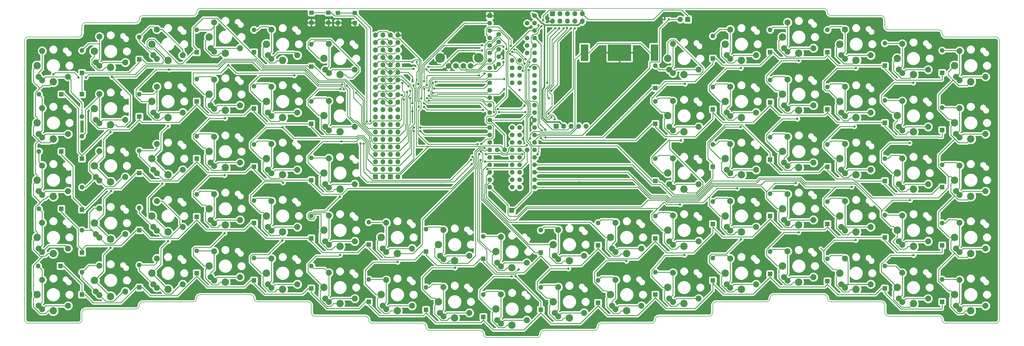
<source format=gbr>
%TF.GenerationSoftware,KiCad,Pcbnew,(5.0.1-3-g963ef8bb5)*%
%TF.CreationDate,2018-12-14T10:53:23-08:00*%
%TF.ProjectId,bb1,6262312E6B696361645F706362000000,rev?*%
%TF.SameCoordinates,Original*%
%TF.FileFunction,Copper,L1,Top,Signal*%
%TF.FilePolarity,Positive*%
%FSLAX46Y46*%
G04 Gerber Fmt 4.6, Leading zero omitted, Abs format (unit mm)*
G04 Created by KiCad (PCBNEW (5.0.1-3-g963ef8bb5)) date Friday, December 14, 2018 at 10:53:23 AM*
%MOMM*%
%LPD*%
G01*
G04 APERTURE LIST*
%ADD10C,0.150000*%
%ADD11O,1.700000X1.700000*%
%ADD12R,1.700000X1.700000*%
%ADD13C,1.900000*%
%ADD14C,3.300000*%
%ADD15R,0.600000X0.800000*%
%ADD16C,1.600000*%
%ADD17R,1.600000X1.600000*%
%ADD18C,2.500000*%
%ADD19C,2.032000*%
%ADD20C,1.800000*%
%ADD21R,1.800000X1.800000*%
%ADD22R,8.000000X5.560000*%
%ADD23R,2.600000X5.560000*%
%ADD24O,1.600000X1.600000*%
%ADD25R,1.500000X1.400000*%
%ADD26C,0.800000*%
%ADD27C,0.250000*%
%ADD28C,0.500000*%
%ADD29C,0.254000*%
G04 APERTURE END LIST*
D10*
X266906250Y-31687500D02*
X88968750Y-31687500D01*
X283968750Y-31687500D02*
X266906250Y-31687500D01*
X303468750Y-34125000D02*
X286406250Y-34125000D01*
X304687500Y-35343750D02*
X304687500Y-37781250D01*
X343687500Y-137718750D02*
X343687500Y-42656250D01*
X325406250Y-138937500D02*
X342468750Y-138937500D01*
X305906250Y-136500000D02*
X322968750Y-136500000D01*
X304687500Y-132843750D02*
X304687500Y-135281250D01*
X286406250Y-131625000D02*
X303468750Y-131625000D01*
X266906250Y-129187500D02*
X283968750Y-129187500D01*
X247406250Y-131625000D02*
X264468750Y-131625000D01*
X246187500Y-132843750D02*
X246187500Y-135281250D01*
X227906250Y-136500000D02*
X244968750Y-136500000D01*
X208406250Y-138937500D02*
X225468750Y-138937500D01*
X188906250Y-141375000D02*
X205968750Y-141375000D01*
X169406250Y-143812500D02*
X186468750Y-143812500D01*
X149906250Y-141375000D02*
X166968750Y-141375000D01*
X130406250Y-138937500D02*
X147468750Y-138937500D01*
X127968750Y-136500000D02*
G75*
G02X129187500Y-137718750I0J-1218750D01*
G01*
X110906250Y-136500000D02*
X127968750Y-136500000D01*
X109687500Y-132843750D02*
X109687500Y-135281250D01*
X91406250Y-131625000D02*
X108468750Y-131625000D01*
X71906250Y-129187500D02*
X88968750Y-129187500D01*
X52406250Y-131625000D02*
X69468750Y-131625000D01*
X32906250Y-134062500D02*
X49968750Y-134062500D01*
X31687500Y-135281250D02*
X31687500Y-137718750D01*
X13406250Y-138937500D02*
X30468750Y-138937500D01*
X12187500Y-42656250D02*
X12187500Y-137718750D01*
X52406250Y-34125000D02*
X69468750Y-34125000D01*
X32906250Y-36562500D02*
X49968750Y-36562500D01*
X31687500Y-37781250D02*
X31687500Y-40218750D01*
X13406250Y-41437500D02*
X30468750Y-41437500D01*
X12187500Y-42656250D02*
G75*
G02X13406250Y-41437500I1218750J0D01*
G01*
X31687500Y-40218750D02*
G75*
G02X30468750Y-41437500I-1218750J0D01*
G01*
X31687500Y-37781250D02*
G75*
G02X32906250Y-36562500I1218750J0D01*
G01*
X51187500Y-35343750D02*
G75*
G02X49968750Y-36562500I-1218750J0D01*
G01*
X51187500Y-35343750D02*
G75*
G02X52406250Y-34125000I1218750J0D01*
G01*
X70687500Y-32906250D02*
G75*
G02X69468750Y-34125000I-1218750J0D01*
G01*
X70687500Y-32906250D02*
G75*
G02X71906250Y-31687500I1218750J0D01*
G01*
X88968750Y-31687500D02*
X71906250Y-31687500D01*
X343687500Y-137718750D02*
G75*
G02X342468750Y-138937500I-1218750J0D01*
G01*
X325406250Y-138937500D02*
G75*
G02X324187500Y-137718750I0J1218750D01*
G01*
X322968750Y-136500000D02*
G75*
G02X324187500Y-137718750I0J-1218750D01*
G01*
X305906250Y-136500000D02*
G75*
G02X304687500Y-135281250I0J1218750D01*
G01*
X303468750Y-131625000D02*
G75*
G02X304687500Y-132843750I0J-1218750D01*
G01*
X286406250Y-131625000D02*
G75*
G02X285187500Y-130406250I0J1218750D01*
G01*
X283968750Y-129187500D02*
G75*
G02X285187500Y-130406250I0J-1218750D01*
G01*
X265687500Y-130406250D02*
G75*
G02X266906250Y-129187500I1218750J0D01*
G01*
X265687500Y-130406250D02*
G75*
G02X264468750Y-131625000I-1218750J0D01*
G01*
X246187500Y-132843750D02*
G75*
G02X247406250Y-131625000I1218750J0D01*
G01*
X246187500Y-135281250D02*
G75*
G02X244968750Y-136500000I-1218750J0D01*
G01*
X226687500Y-137718750D02*
G75*
G02X227906250Y-136500000I1218750J0D01*
G01*
X226687500Y-137718750D02*
G75*
G02X225468750Y-138937500I-1218750J0D01*
G01*
X207187500Y-140156250D02*
G75*
G02X208406250Y-138937500I1218750J0D01*
G01*
X207187500Y-140156250D02*
G75*
G02X205968750Y-141375000I-1218750J0D01*
G01*
X187687500Y-142593750D02*
G75*
G02X188906250Y-141375000I1218750J0D01*
G01*
X187687500Y-142593750D02*
G75*
G02X186468750Y-143812500I-1218750J0D01*
G01*
X166968750Y-141375000D02*
G75*
G02X168187500Y-142593750I0J-1218750D01*
G01*
X147468750Y-138937500D02*
G75*
G02X148687500Y-140156250I0J-1218750D01*
G01*
X108468750Y-131625000D02*
G75*
G02X109687500Y-132843750I0J-1218750D01*
G01*
X88968750Y-129187500D02*
G75*
G02X90187500Y-130406250I0J-1218750D01*
G01*
X70687500Y-130406250D02*
G75*
G02X71906250Y-129187500I1218750J0D01*
G01*
X51187500Y-132843750D02*
G75*
G02X52406250Y-131625000I1218750J0D01*
G01*
X31687500Y-135281250D02*
G75*
G02X32906250Y-134062500I1218750J0D01*
G01*
X31687500Y-137718750D02*
G75*
G02X30468750Y-138937500I-1218750J0D01*
G01*
X70687500Y-130406250D02*
G75*
G02X69468750Y-131625000I-1218750J0D01*
G01*
X51187500Y-132843750D02*
G75*
G02X49968750Y-134062500I-1218750J0D01*
G01*
X91406250Y-131625000D02*
G75*
G02X90187500Y-130406250I0J1218750D01*
G01*
X110906250Y-136500000D02*
G75*
G02X109687500Y-135281250I0J1218750D01*
G01*
X13406250Y-138937500D02*
G75*
G02X12187500Y-137718750I0J1218750D01*
G01*
X130406250Y-138937500D02*
G75*
G02X129187500Y-137718750I0J1218750D01*
G01*
X149906250Y-141375000D02*
G75*
G02X148687500Y-140156250I0J1218750D01*
G01*
X169406250Y-143812500D02*
G75*
G02X168187500Y-142593750I0J1218750D01*
G01*
X286406250Y-34125000D02*
G75*
G02X285187500Y-32906250I0J1218750D01*
G01*
X305906250Y-39000000D02*
G75*
G02X304687500Y-37781250I0J1218750D01*
G01*
X283968750Y-31687500D02*
G75*
G02X285187500Y-32906250I0J-1218750D01*
G01*
X303468750Y-34125000D02*
G75*
G02X304687500Y-35343750I0J-1218750D01*
G01*
X325406250Y-41437500D02*
G75*
G02X324187500Y-40218750I0J1218750D01*
G01*
X322968750Y-39000000D02*
G75*
G02X324187500Y-40218750I0J-1218750D01*
G01*
X305906250Y-39000000D02*
X322968750Y-39000000D01*
X342468750Y-41437500D02*
G75*
G02X343687500Y-42656250I0J-1218750D01*
G01*
X325406250Y-41437500D02*
X342468750Y-41437500D01*
D11*
X139140000Y-40815000D03*
X136600000Y-40815000D03*
X139140000Y-43355000D03*
X136600000Y-43355000D03*
X139140000Y-45895000D03*
X136600000Y-45895000D03*
X139140000Y-48435000D03*
X136600000Y-48435000D03*
X139140000Y-50975000D03*
X136600000Y-50975000D03*
X139140000Y-53515000D03*
X136600000Y-53515000D03*
X139140000Y-56055000D03*
X136600000Y-56055000D03*
X139140000Y-58595000D03*
X136600000Y-58595000D03*
X139140000Y-61135000D03*
X136600000Y-61135000D03*
X139140000Y-63675000D03*
X136600000Y-63675000D03*
X139140000Y-66215000D03*
X136600000Y-66215000D03*
X139140000Y-68755000D03*
X136600000Y-68755000D03*
X139140000Y-71295000D03*
X136600000Y-71295000D03*
X139140000Y-73835000D03*
X136600000Y-73835000D03*
X139140000Y-76375000D03*
X136600000Y-76375000D03*
X139140000Y-78915000D03*
X136600000Y-78915000D03*
X139140000Y-81455000D03*
X136600000Y-81455000D03*
X139140000Y-83995000D03*
X136600000Y-83995000D03*
X139140000Y-86535000D03*
X136600000Y-86535000D03*
X139140000Y-89075000D03*
D12*
X136600000Y-89075000D03*
D11*
X134040000Y-40815000D03*
X131500000Y-40815000D03*
X134040000Y-43355000D03*
X131500000Y-43355000D03*
X134040000Y-45895000D03*
X131500000Y-45895000D03*
X134040000Y-48435000D03*
X131500000Y-48435000D03*
X134040000Y-50975000D03*
X131500000Y-50975000D03*
X134040000Y-53515000D03*
X131500000Y-53515000D03*
X134040000Y-56055000D03*
X131500000Y-56055000D03*
X134040000Y-58595000D03*
X131500000Y-58595000D03*
X134040000Y-61135000D03*
X131500000Y-61135000D03*
X134040000Y-63675000D03*
X131500000Y-63675000D03*
X134040000Y-66215000D03*
X131500000Y-66215000D03*
X134040000Y-68755000D03*
X131500000Y-68755000D03*
X134040000Y-71295000D03*
X131500000Y-71295000D03*
X134040000Y-73835000D03*
X131500000Y-73835000D03*
X134040000Y-76375000D03*
X131500000Y-76375000D03*
X134040000Y-78915000D03*
X131500000Y-78915000D03*
X134040000Y-81455000D03*
X131500000Y-81455000D03*
X134040000Y-83995000D03*
X131500000Y-83995000D03*
X134040000Y-86535000D03*
X131500000Y-86535000D03*
X134040000Y-89075000D03*
D12*
X131500000Y-89075000D03*
D13*
X156350000Y-51260000D03*
X158850000Y-51250000D03*
X161350000Y-51275000D03*
X163850000Y-51260000D03*
D14*
X153530000Y-48550000D03*
X166670000Y-48550000D03*
D15*
X144125000Y-55993750D03*
X145525000Y-55993750D03*
X144125000Y-49900000D03*
X145525000Y-49900000D03*
D16*
X173380000Y-50700000D03*
X173380000Y-48160000D03*
X173380000Y-45620000D03*
X173380000Y-43080000D03*
X173380000Y-40540000D03*
X180540000Y-49430000D03*
X180540000Y-51970000D03*
X180540000Y-54510000D03*
X180540000Y-57050000D03*
X180540000Y-72290000D03*
X180540000Y-74830000D03*
X180540000Y-77370000D03*
X180540000Y-82450000D03*
X180540000Y-84990000D03*
X180540000Y-87530000D03*
X180540000Y-90070000D03*
X180540000Y-92610000D03*
X178000000Y-92610000D03*
X178000000Y-90070000D03*
X178000000Y-87530000D03*
X178000000Y-84990000D03*
X178000000Y-82450000D03*
X178000000Y-77370000D03*
X178000000Y-74830000D03*
X178000000Y-72290000D03*
X178000000Y-57050000D03*
X178000000Y-54510000D03*
X178000000Y-51970000D03*
X178000000Y-49430000D03*
X183080000Y-46890000D03*
X183080000Y-44350000D03*
X183080000Y-41810000D03*
X183080000Y-36730000D03*
X185620000Y-34190000D03*
X185620000Y-36730000D03*
X185620000Y-39270000D03*
X185620000Y-41810000D03*
X185620000Y-44350000D03*
X185620000Y-46890000D03*
X185620000Y-49430000D03*
X185620000Y-51970000D03*
X185620000Y-54510000D03*
X185620000Y-57050000D03*
X185620000Y-59590000D03*
X185620000Y-62130000D03*
X185620000Y-64670000D03*
X185620000Y-67210000D03*
X185620000Y-69750000D03*
X185620000Y-72290000D03*
D17*
X170380000Y-34190000D03*
D16*
X170380000Y-36730000D03*
X170380000Y-39270000D03*
X170380000Y-41810000D03*
X170380000Y-44350000D03*
X170380000Y-46890000D03*
X170380000Y-49430000D03*
X170380000Y-51970000D03*
X170380000Y-54510000D03*
X170380000Y-57050000D03*
X170380000Y-59590000D03*
X170380000Y-62130000D03*
X170380000Y-64670000D03*
X185620000Y-74830000D03*
X185620000Y-77370000D03*
X185620000Y-79910000D03*
X185620000Y-82450000D03*
X185620000Y-84990000D03*
X185620000Y-87530000D03*
X185620000Y-90070000D03*
X185620000Y-92610000D03*
X183080000Y-79910000D03*
X180540000Y-79910000D03*
X178000000Y-79910000D03*
X175460000Y-79910000D03*
X172920000Y-79910000D03*
X170380000Y-92610000D03*
X170380000Y-90070000D03*
X170380000Y-87530000D03*
X170380000Y-84990000D03*
X170380000Y-67210000D03*
X170380000Y-69750000D03*
X170380000Y-72290000D03*
X170380000Y-82450000D03*
X170380000Y-79910000D03*
X170380000Y-77370000D03*
X170380000Y-74830000D03*
D11*
X203120000Y-71850000D03*
X200580000Y-71850000D03*
X198040000Y-71850000D03*
X195500000Y-71850000D03*
D12*
X192960000Y-71850000D03*
D18*
X314437500Y-73750000D03*
D19*
X309437500Y-72050000D03*
X310637500Y-73250000D03*
X310637500Y-63250000D03*
X319437500Y-72050000D03*
D18*
X308937500Y-68250000D03*
X21937500Y-56687500D03*
D19*
X16937500Y-54987500D03*
X18137500Y-56187500D03*
X18137500Y-46187500D03*
X26937500Y-54987500D03*
D18*
X16437500Y-51187500D03*
X21937500Y-76187500D03*
D19*
X16937500Y-74487500D03*
X18137500Y-75687500D03*
X18137500Y-65687500D03*
X26937500Y-74487500D03*
D18*
X16437500Y-70687500D03*
X21937500Y-95687500D03*
D19*
X16937500Y-93987500D03*
X18137500Y-95187500D03*
X18137500Y-85187500D03*
X26937500Y-93987500D03*
D18*
X16437500Y-90187500D03*
X21937500Y-115187500D03*
D19*
X16937500Y-113487500D03*
X18137500Y-114687500D03*
X18137500Y-104687500D03*
X26937500Y-113487500D03*
D18*
X16437500Y-109687500D03*
X21937500Y-134687500D03*
D19*
X16937500Y-132987500D03*
X18137500Y-134187500D03*
X18137500Y-124187500D03*
X26937500Y-132987500D03*
D18*
X16437500Y-129187500D03*
X41437500Y-51812500D03*
D19*
X36437500Y-50112500D03*
X37637500Y-51312500D03*
X37637500Y-41312500D03*
X46437500Y-50112500D03*
D18*
X35937500Y-46312500D03*
X41437500Y-71312500D03*
D19*
X36437500Y-69612500D03*
X37637500Y-70812500D03*
X37637500Y-60812500D03*
X46437500Y-69612500D03*
D18*
X35937500Y-65812500D03*
X41437500Y-90812500D03*
D19*
X36437500Y-89112500D03*
X37637500Y-90312500D03*
X37637500Y-80312500D03*
X46437500Y-89112500D03*
D18*
X35937500Y-85312500D03*
X41437500Y-110312500D03*
D19*
X36437500Y-108612500D03*
X37637500Y-109812500D03*
X37637500Y-99812500D03*
X46437500Y-108612500D03*
D18*
X35937500Y-104812500D03*
X41437500Y-129812500D03*
D19*
X36437500Y-128112500D03*
X37637500Y-129312500D03*
X37637500Y-119312500D03*
X46437500Y-128112500D03*
D18*
X35937500Y-124312500D03*
X60937500Y-49375000D03*
D19*
X55937500Y-47675000D03*
X57137500Y-48875000D03*
X57137500Y-38875000D03*
X65937500Y-47675000D03*
D18*
X55437500Y-43875000D03*
X60937500Y-68875000D03*
D19*
X55937500Y-67175000D03*
X57137500Y-68375000D03*
X57137500Y-58375000D03*
X65937500Y-67175000D03*
D18*
X55437500Y-63375000D03*
X60937500Y-88375000D03*
D19*
X55937500Y-86675000D03*
X57137500Y-87875000D03*
X57137500Y-77875000D03*
X65937500Y-86675000D03*
D18*
X55437500Y-82875000D03*
X60937500Y-107875000D03*
D19*
X55937500Y-106175000D03*
X57137500Y-107375000D03*
X57137500Y-97375000D03*
X65937500Y-106175000D03*
D18*
X55437500Y-102375000D03*
X60937500Y-127375000D03*
D19*
X55937500Y-125675000D03*
X57137500Y-126875000D03*
X57137500Y-116875000D03*
X65937500Y-125675000D03*
D18*
X55437500Y-121875000D03*
X80437500Y-46937500D03*
D19*
X75437500Y-45237500D03*
X76637500Y-46437500D03*
X76637500Y-36437500D03*
X85437500Y-45237500D03*
D18*
X74937500Y-41437500D03*
X80437500Y-66437500D03*
D19*
X75437500Y-64737500D03*
X76637500Y-65937500D03*
X76637500Y-55937500D03*
X85437500Y-64737500D03*
D18*
X74937500Y-60937500D03*
X80437500Y-85937500D03*
D19*
X75437500Y-84237500D03*
X76637500Y-85437500D03*
X76637500Y-75437500D03*
X85437500Y-84237500D03*
D18*
X74937500Y-80437500D03*
X80437500Y-105437500D03*
D19*
X75437500Y-103737500D03*
X76637500Y-104937500D03*
X76637500Y-94937500D03*
X85437500Y-103737500D03*
D18*
X74937500Y-99937500D03*
X80437500Y-124937500D03*
D19*
X75437500Y-123237500D03*
X76637500Y-124437500D03*
X76637500Y-114437500D03*
X85437500Y-123237500D03*
D18*
X74937500Y-119437500D03*
X99937500Y-49375000D03*
D19*
X94937500Y-47675000D03*
X96137500Y-48875000D03*
X96137500Y-38875000D03*
X104937500Y-47675000D03*
D18*
X94437500Y-43875000D03*
X99937500Y-68875000D03*
D19*
X94937500Y-67175000D03*
X96137500Y-68375000D03*
X96137500Y-58375000D03*
X104937500Y-67175000D03*
D18*
X94437500Y-63375000D03*
X99937500Y-88375000D03*
D19*
X94937500Y-86675000D03*
X96137500Y-87875000D03*
X96137500Y-77875000D03*
X104937500Y-86675000D03*
D18*
X94437500Y-82875000D03*
X99937500Y-107875000D03*
D19*
X94937500Y-106175000D03*
X96137500Y-107375000D03*
X96137500Y-97375000D03*
X104937500Y-106175000D03*
D18*
X94437500Y-102375000D03*
X99937500Y-127375000D03*
D19*
X94937500Y-125675000D03*
X96137500Y-126875000D03*
X96137500Y-116875000D03*
X104937500Y-125675000D03*
D18*
X94437500Y-121875000D03*
X119437500Y-54250000D03*
D19*
X114437500Y-52550000D03*
X115637500Y-53750000D03*
X115637500Y-43750000D03*
X124437500Y-52550000D03*
D18*
X113937500Y-48750000D03*
X119437500Y-73750000D03*
D19*
X114437500Y-72050000D03*
X115637500Y-73250000D03*
X115637500Y-63250000D03*
X124437500Y-72050000D03*
D18*
X113937500Y-68250000D03*
X119437500Y-93250000D03*
D19*
X114437500Y-91550000D03*
X115637500Y-92750000D03*
X115637500Y-82750000D03*
X124437500Y-91550000D03*
D18*
X113937500Y-87750000D03*
X119437500Y-112750000D03*
D19*
X114437500Y-111050000D03*
X115637500Y-112250000D03*
X115637500Y-102250000D03*
X124437500Y-111050000D03*
D18*
X113937500Y-107250000D03*
X119437500Y-132250000D03*
D19*
X114437500Y-130550000D03*
X115637500Y-131750000D03*
X115637500Y-121750000D03*
X124437500Y-130550000D03*
D18*
X113937500Y-126750000D03*
X138937500Y-115187500D03*
D19*
X133937500Y-113487500D03*
X135137500Y-114687500D03*
X135137500Y-104687500D03*
X143937500Y-113487500D03*
D18*
X133437500Y-109687500D03*
X138937500Y-134687500D03*
D19*
X133937500Y-132987500D03*
X135137500Y-134187500D03*
X135137500Y-124187500D03*
X143937500Y-132987500D03*
D18*
X133437500Y-129187500D03*
X158437500Y-117625000D03*
D19*
X153437500Y-115925000D03*
X154637500Y-117125000D03*
X154637500Y-107125000D03*
X163437500Y-115925000D03*
D18*
X152937500Y-112125000D03*
X158437500Y-137125000D03*
D19*
X153437500Y-135425000D03*
X154637500Y-136625000D03*
X154637500Y-126625000D03*
X163437500Y-135425000D03*
D18*
X152937500Y-131625000D03*
X177937500Y-120062500D03*
D19*
X172937500Y-118362500D03*
X174137500Y-119562500D03*
X174137500Y-109562500D03*
X182937500Y-118362500D03*
D18*
X172437500Y-114562500D03*
X177937500Y-139562500D03*
D19*
X172937500Y-137862500D03*
X174137500Y-139062500D03*
X174137500Y-129062500D03*
X182937500Y-137862500D03*
D18*
X172437500Y-134062500D03*
X197437500Y-117625000D03*
D19*
X192437500Y-115925000D03*
X193637500Y-117125000D03*
X193637500Y-107125000D03*
X202437500Y-115925000D03*
D18*
X191937500Y-112125000D03*
X197437500Y-137125000D03*
D19*
X192437500Y-135425000D03*
X193637500Y-136625000D03*
X193637500Y-126625000D03*
X202437500Y-135425000D03*
D18*
X191937500Y-131625000D03*
X216937500Y-115187500D03*
D19*
X211937500Y-113487500D03*
X213137500Y-114687500D03*
X213137500Y-104687500D03*
X221937500Y-113487500D03*
D18*
X211437500Y-109687500D03*
X216937500Y-134687500D03*
D19*
X211937500Y-132987500D03*
X213137500Y-134187500D03*
X213137500Y-124187500D03*
X221937500Y-132987500D03*
D18*
X211437500Y-129187500D03*
X236437500Y-54250000D03*
D19*
X231437500Y-52550000D03*
X232637500Y-53750000D03*
X232637500Y-43750000D03*
X241437500Y-52550000D03*
D18*
X230937500Y-48750000D03*
X236437500Y-73750000D03*
D19*
X231437500Y-72050000D03*
X232637500Y-73250000D03*
X232637500Y-63250000D03*
X241437500Y-72050000D03*
D18*
X230937500Y-68250000D03*
X236437500Y-93250000D03*
D19*
X231437500Y-91550000D03*
X232637500Y-92750000D03*
X232637500Y-82750000D03*
X241437500Y-91550000D03*
D18*
X230937500Y-87750000D03*
X236437500Y-112750000D03*
D19*
X231437500Y-111050000D03*
X232637500Y-112250000D03*
X232637500Y-102250000D03*
X241437500Y-111050000D03*
D18*
X230937500Y-107250000D03*
X236437500Y-132250000D03*
D19*
X231437500Y-130550000D03*
X232637500Y-131750000D03*
X232637500Y-121750000D03*
X241437500Y-130550000D03*
D18*
X230937500Y-126750000D03*
X255937500Y-49375000D03*
D19*
X250937500Y-47675000D03*
X252137500Y-48875000D03*
X252137500Y-38875000D03*
X260937500Y-47675000D03*
D18*
X250437500Y-43875000D03*
X255937500Y-68875000D03*
D19*
X250937500Y-67175000D03*
X252137500Y-68375000D03*
X252137500Y-58375000D03*
X260937500Y-67175000D03*
D18*
X250437500Y-63375000D03*
X255937500Y-88375000D03*
D19*
X250937500Y-86675000D03*
X252137500Y-87875000D03*
X252137500Y-77875000D03*
X260937500Y-86675000D03*
D18*
X250437500Y-82875000D03*
X255937500Y-107875000D03*
D19*
X250937500Y-106175000D03*
X252137500Y-107375000D03*
X252137500Y-97375000D03*
X260937500Y-106175000D03*
D18*
X250437500Y-102375000D03*
X255937500Y-127375000D03*
D19*
X250937500Y-125675000D03*
X252137500Y-126875000D03*
X252137500Y-116875000D03*
X260937500Y-125675000D03*
D18*
X250437500Y-121875000D03*
X275437500Y-46937500D03*
D19*
X270437500Y-45237500D03*
X271637500Y-46437500D03*
X271637500Y-36437500D03*
X280437500Y-45237500D03*
D18*
X269937500Y-41437500D03*
X275437500Y-66437500D03*
D19*
X270437500Y-64737500D03*
X271637500Y-65937500D03*
X271637500Y-55937500D03*
X280437500Y-64737500D03*
D18*
X269937500Y-60937500D03*
X275437500Y-85937500D03*
D19*
X270437500Y-84237500D03*
X271637500Y-85437500D03*
X271637500Y-75437500D03*
X280437500Y-84237500D03*
D18*
X269937500Y-80437500D03*
X275437500Y-105437500D03*
D19*
X270437500Y-103737500D03*
X271637500Y-104937500D03*
X271637500Y-94937500D03*
X280437500Y-103737500D03*
D18*
X269937500Y-99937500D03*
X275437500Y-124937500D03*
D19*
X270437500Y-123237500D03*
X271637500Y-124437500D03*
X271637500Y-114437500D03*
X280437500Y-123237500D03*
D18*
X269937500Y-119437500D03*
X294937500Y-49375000D03*
D19*
X289937500Y-47675000D03*
X291137500Y-48875000D03*
X291137500Y-38875000D03*
X299937500Y-47675000D03*
D18*
X289437500Y-43875000D03*
X294937500Y-68875000D03*
D19*
X289937500Y-67175000D03*
X291137500Y-68375000D03*
X291137500Y-58375000D03*
X299937500Y-67175000D03*
D18*
X289437500Y-63375000D03*
X294937500Y-88375000D03*
D19*
X289937500Y-86675000D03*
X291137500Y-87875000D03*
X291137500Y-77875000D03*
X299937500Y-86675000D03*
D18*
X289437500Y-82875000D03*
X294937500Y-107875000D03*
D19*
X289937500Y-106175000D03*
X291137500Y-107375000D03*
X291137500Y-97375000D03*
X299937500Y-106175000D03*
D18*
X289437500Y-102375000D03*
X294937500Y-127375000D03*
D19*
X289937500Y-125675000D03*
X291137500Y-126875000D03*
X291137500Y-116875000D03*
X299937500Y-125675000D03*
D18*
X289437500Y-121875000D03*
X314437500Y-54250000D03*
D19*
X309437500Y-52550000D03*
X310637500Y-53750000D03*
X310637500Y-43750000D03*
X319437500Y-52550000D03*
D18*
X308937500Y-48750000D03*
X314437500Y-93250000D03*
D19*
X309437500Y-91550000D03*
X310637500Y-92750000D03*
X310637500Y-82750000D03*
X319437500Y-91550000D03*
D18*
X308937500Y-87750000D03*
X314437500Y-112750000D03*
D19*
X309437500Y-111050000D03*
X310637500Y-112250000D03*
X310637500Y-102250000D03*
X319437500Y-111050000D03*
D18*
X308937500Y-107250000D03*
X314437500Y-132250000D03*
D19*
X309437500Y-130550000D03*
X310637500Y-131750000D03*
X310637500Y-121750000D03*
X319437500Y-130550000D03*
D18*
X308937500Y-126750000D03*
X333937500Y-56687500D03*
D19*
X328937500Y-54987500D03*
X330137500Y-56187500D03*
X330137500Y-46187500D03*
X338937500Y-54987500D03*
D18*
X328437500Y-51187500D03*
X333937500Y-76187500D03*
D19*
X328937500Y-74487500D03*
X330137500Y-75687500D03*
X330137500Y-65687500D03*
X338937500Y-74487500D03*
D18*
X328437500Y-70687500D03*
X333937500Y-95687500D03*
D19*
X328937500Y-93987500D03*
X330137500Y-95187500D03*
X330137500Y-85187500D03*
X338937500Y-93987500D03*
D18*
X328437500Y-90187500D03*
X333937500Y-115187500D03*
D19*
X328937500Y-113487500D03*
X330137500Y-114687500D03*
X330137500Y-104687500D03*
X338937500Y-113487500D03*
D18*
X328437500Y-109687500D03*
X333937500Y-134687500D03*
D19*
X328937500Y-132987500D03*
X330137500Y-134187500D03*
X330137500Y-124187500D03*
X338937500Y-132987500D03*
D18*
X328437500Y-129187500D03*
D20*
X235110000Y-35450000D03*
D21*
X237650000Y-35450000D03*
D15*
X231250000Y-35450000D03*
X229850000Y-35450000D03*
D22*
X214500000Y-46750000D03*
D23*
X202595000Y-46750000D03*
X226405000Y-46750000D03*
D24*
X31687500Y-68557500D03*
D17*
X31687500Y-60937500D03*
D24*
X17062500Y-60937500D03*
D17*
X24682500Y-60937500D03*
D24*
X17062500Y-80437500D03*
D17*
X24682500Y-80437500D03*
D24*
X17062500Y-99937500D03*
D17*
X24682500Y-99937500D03*
D24*
X16755000Y-119437500D03*
D17*
X24375000Y-119437500D03*
D24*
X31687500Y-46005000D03*
D17*
X31687500Y-53625000D03*
D24*
X31687500Y-75255000D03*
D17*
X31687500Y-82875000D03*
D24*
X31687500Y-92625000D03*
D17*
X31687500Y-100245000D03*
D24*
X31687500Y-107250000D03*
D17*
X31687500Y-114870000D03*
D24*
X31687500Y-121567500D03*
D17*
X31687500Y-129187500D03*
D24*
X51187500Y-41437500D03*
D17*
X51187500Y-49057500D03*
D24*
X51187500Y-60937500D03*
D17*
X51187500Y-68557500D03*
D24*
X51187500Y-80130000D03*
D17*
X51187500Y-87750000D03*
D24*
X51187500Y-99630000D03*
D17*
X51187500Y-107250000D03*
D24*
X51187500Y-119130000D03*
D17*
X51187500Y-126750000D03*
D24*
X70687500Y-39000000D03*
D17*
X70687500Y-46620000D03*
D24*
X70687500Y-55755000D03*
D17*
X70687500Y-63375000D03*
D24*
X70687500Y-75255000D03*
D17*
X70687500Y-82875000D03*
D24*
X70687500Y-95062500D03*
D17*
X70687500Y-102682500D03*
D24*
X70687500Y-114255000D03*
D17*
X70687500Y-121875000D03*
D24*
X90187500Y-39000000D03*
D17*
X90187500Y-46620000D03*
D24*
X90187500Y-58192500D03*
D17*
X90187500Y-65812500D03*
D24*
X90187500Y-78000000D03*
D17*
X90187500Y-85620000D03*
D24*
X90187500Y-97192500D03*
D17*
X90187500Y-104812500D03*
D24*
X90187500Y-116692500D03*
D17*
X90187500Y-124312500D03*
D24*
X109687500Y-43875000D03*
D17*
X109687500Y-51495000D03*
D24*
X109687500Y-63375000D03*
D17*
X109687500Y-70995000D03*
D24*
X109687500Y-82567500D03*
D17*
X109687500Y-90187500D03*
D24*
X109687500Y-102375000D03*
D17*
X109687500Y-109995000D03*
D24*
X109687500Y-119437500D03*
D17*
X109687500Y-127057500D03*
D24*
X129187500Y-104505000D03*
D17*
X129187500Y-112125000D03*
D24*
X129187500Y-124005000D03*
D17*
X129187500Y-131625000D03*
D24*
X148687500Y-106942500D03*
D17*
X148687500Y-114562500D03*
D24*
X148687500Y-126750000D03*
D17*
X148687500Y-134370000D03*
D24*
X168187500Y-109380000D03*
D17*
X168187500Y-117000000D03*
D24*
X168187500Y-129187500D03*
D17*
X168187500Y-136807500D03*
D24*
X187687500Y-107250000D03*
D17*
X187687500Y-114870000D03*
D24*
X187687500Y-126750000D03*
D17*
X187687500Y-134370000D03*
D24*
X207187500Y-104812500D03*
D17*
X207187500Y-112432500D03*
D24*
X207187500Y-124312500D03*
D17*
X207187500Y-131932500D03*
D24*
X226687500Y-51187500D03*
D17*
X226687500Y-58807500D03*
D24*
X226687500Y-63375000D03*
D17*
X226687500Y-70995000D03*
D24*
X226687500Y-82875000D03*
D17*
X226687500Y-90495000D03*
D24*
X226687500Y-102375000D03*
D17*
X226687500Y-109995000D03*
D24*
X226687500Y-121567500D03*
D17*
X226687500Y-129187500D03*
D24*
X246187500Y-41130000D03*
D17*
X246187500Y-48750000D03*
D24*
X246187500Y-58500000D03*
D17*
X246187500Y-66120000D03*
D24*
X246187500Y-78000000D03*
D17*
X246187500Y-85620000D03*
D24*
X246187500Y-97500000D03*
D17*
X246187500Y-105120000D03*
D24*
X246187500Y-116692500D03*
D17*
X246187500Y-124312500D03*
D24*
X265687500Y-39000000D03*
D17*
X265687500Y-46620000D03*
D24*
X265687500Y-56062500D03*
D17*
X265687500Y-63682500D03*
D24*
X265687500Y-75562500D03*
D17*
X265687500Y-83182500D03*
D24*
X265687500Y-94755000D03*
D17*
X265687500Y-102375000D03*
D24*
X265687500Y-114562500D03*
D17*
X265687500Y-122182500D03*
D24*
X285187500Y-39000000D03*
D17*
X285187500Y-46620000D03*
D24*
X285187500Y-58500000D03*
D17*
X285187500Y-66120000D03*
D24*
X285187500Y-78000000D03*
D17*
X285187500Y-85620000D03*
D24*
X285187500Y-97500000D03*
D17*
X285187500Y-105120000D03*
D24*
X285187500Y-117000000D03*
D17*
X285187500Y-124620000D03*
D24*
X304687500Y-43567500D03*
D17*
X304687500Y-51187500D03*
D24*
X304687500Y-63067500D03*
D17*
X304687500Y-70687500D03*
D24*
X304687500Y-82875000D03*
D17*
X304687500Y-90495000D03*
D24*
X304687500Y-102067500D03*
D17*
X304687500Y-109687500D03*
D24*
X304687500Y-119437500D03*
D17*
X304687500Y-127057500D03*
D24*
X324187500Y-46005000D03*
D17*
X324187500Y-53625000D03*
D24*
X324187500Y-65505000D03*
D17*
X324187500Y-73125000D03*
D24*
X324187500Y-85005000D03*
D17*
X324187500Y-92625000D03*
D24*
X324187500Y-104812500D03*
D17*
X324187500Y-112432500D03*
D24*
X324187500Y-124005000D03*
D17*
X324187500Y-131625000D03*
D25*
X124500000Y-33200000D03*
X118700000Y-33200000D03*
X124500000Y-36600000D03*
X118700000Y-36600000D03*
X115500000Y-33150000D03*
X109700000Y-33150000D03*
X115500000Y-36550000D03*
X109700000Y-36550000D03*
D11*
X201830000Y-36040000D03*
X201830000Y-33500000D03*
X199290000Y-36040000D03*
X199290000Y-33500000D03*
X196750000Y-36040000D03*
X196750000Y-33500000D03*
X194210000Y-36040000D03*
X194210000Y-33500000D03*
X191670000Y-36040000D03*
D12*
X191670000Y-33500000D03*
X177850000Y-100500000D03*
D26*
X186981116Y-37496227D03*
X188486123Y-35789104D03*
X265750000Y-108750000D03*
X228850000Y-35400000D03*
X121500000Y-36600000D03*
X290250000Y-112500000D03*
X284750000Y-110000000D03*
X222750000Y-79500000D03*
X220500000Y-69750000D03*
X216000000Y-65500000D03*
X197250000Y-65500000D03*
X199000000Y-81750000D03*
X200750000Y-95250000D03*
X199250000Y-101500000D03*
X195250000Y-55000000D03*
X200500000Y-86250000D03*
X201000000Y-88500000D03*
X200750000Y-91000000D03*
X200750000Y-91250000D03*
X209250000Y-46750000D03*
X242000000Y-77750000D03*
X242750000Y-58500000D03*
X264250000Y-52500000D03*
X282250000Y-51500000D03*
X162750000Y-41250000D03*
X179250000Y-63250000D03*
X176500000Y-68500000D03*
X173750000Y-62250000D03*
X159000000Y-69750000D03*
X159250000Y-73500000D03*
X173250000Y-75250000D03*
X175000000Y-73000000D03*
X158500000Y-76750000D03*
X154000000Y-81500000D03*
X175250000Y-89750000D03*
X182750000Y-88750000D03*
X160750000Y-101000000D03*
X171500000Y-103250000D03*
X176250000Y-96000000D03*
X172500000Y-97250000D03*
X134750000Y-96000000D03*
X152750000Y-94750000D03*
X159000000Y-65000000D03*
X159250000Y-58000000D03*
X142000000Y-55000000D03*
X142250000Y-50750000D03*
X142000000Y-47500000D03*
X154000000Y-91750000D03*
X146250000Y-80000000D03*
X146750000Y-77250000D03*
X144000000Y-66750000D03*
X174250000Y-85000000D03*
X173500000Y-82750000D03*
X180750000Y-44500000D03*
X190250000Y-39000000D03*
X187500000Y-41000000D03*
X297750000Y-99750000D03*
X318250000Y-85750000D03*
X318000000Y-66000000D03*
X298750000Y-61250000D03*
X278500000Y-78250000D03*
X259250000Y-81000000D03*
X258750000Y-101000000D03*
X279250000Y-97750000D03*
X239250000Y-105000000D03*
X239500000Y-124750000D03*
X302000000Y-92750000D03*
X44250000Y-63250000D03*
X64000000Y-60750000D03*
X83750000Y-58500000D03*
X103000000Y-61250000D03*
X83500000Y-44000000D03*
X71250000Y-49500000D03*
X117250000Y-51250000D03*
X103500000Y-80250000D03*
X83000000Y-78500000D03*
X64000000Y-80500000D03*
X44500000Y-82750000D03*
X44500000Y-106500000D03*
X64500000Y-100500000D03*
X83250000Y-98000000D03*
X103500000Y-100500000D03*
X122500000Y-124500000D03*
X102750000Y-119750000D03*
X83500000Y-117750000D03*
X63750000Y-120000000D03*
X45250000Y-122000000D03*
X142250000Y-126250000D03*
X162250000Y-129250000D03*
X180500000Y-132000000D03*
X201000000Y-129500000D03*
X200000000Y-110250000D03*
X265750000Y-70000000D03*
X220250000Y-127250000D03*
X188000000Y-120500000D03*
X25000000Y-69000000D03*
X49500000Y-56750000D03*
X87500000Y-51750000D03*
X105250000Y-73500000D03*
X24750000Y-87750000D03*
X122250000Y-71000000D03*
X31500000Y-71750000D03*
X238250000Y-51250000D03*
X234000000Y-90500000D03*
X35250000Y-75500000D03*
X63250000Y-46750000D03*
X57750000Y-41750000D03*
X149676429Y-61419463D03*
X171813262Y-66990303D03*
X173500000Y-67000000D03*
X182500000Y-67000000D03*
X149031080Y-62275021D03*
X140454516Y-61264776D03*
X150999994Y-60500000D03*
X149601342Y-63156681D03*
X144000000Y-63974990D03*
X148079436Y-59137960D03*
X142740003Y-58202324D03*
X174974990Y-49963799D03*
X144474990Y-52297566D03*
X148800053Y-52462446D03*
X175250000Y-55750000D03*
X152013729Y-56726359D03*
X144098781Y-56497249D03*
X180500000Y-59500000D03*
X175250000Y-59250000D03*
X151000000Y-57000000D03*
X145975002Y-57490375D03*
X146250000Y-65250000D03*
X182250000Y-64750000D03*
X173104251Y-66027422D03*
X168113334Y-66253935D03*
X148000000Y-65275020D03*
X188000000Y-37750000D03*
X189950000Y-57050000D03*
X192750000Y-38500000D03*
X195500000Y-38500000D03*
X190500000Y-62250000D03*
X198000000Y-38500000D03*
X191250000Y-59750000D03*
X21950000Y-54150000D03*
X30500000Y-55250000D03*
X33000000Y-55250000D03*
X166747711Y-54474968D03*
X148975552Y-57776527D03*
X142285539Y-60145761D03*
X41450000Y-113212522D03*
X41550000Y-93900000D03*
X41400000Y-73800000D03*
X41858413Y-55025010D03*
X168548015Y-53798015D03*
X147054732Y-62369705D03*
X143224990Y-62275021D03*
X59009664Y-91392628D03*
X60950000Y-71750000D03*
X61000000Y-110950000D03*
X61337841Y-52525010D03*
X120191267Y-57650033D03*
X121740964Y-58044116D03*
X149622223Y-59615532D03*
X143257847Y-59749350D03*
X80200000Y-108250000D03*
X80150000Y-88550000D03*
X80400000Y-69150000D03*
X81465455Y-51025010D03*
X124863533Y-60459563D03*
X120724531Y-59270716D03*
X141174967Y-62740093D03*
X151500000Y-59000000D03*
X99900000Y-72150000D03*
X100050000Y-91050000D03*
X99800000Y-110750000D03*
X144540000Y-72290000D03*
X146775010Y-72291275D03*
X103933536Y-54525010D03*
X119350000Y-95850000D03*
X119470851Y-115682301D03*
X146775010Y-73500000D03*
X119900732Y-77000446D03*
X144525054Y-73500000D03*
X119635522Y-59177948D03*
X139000000Y-118087522D03*
X168586715Y-79324310D03*
X158550000Y-120050000D03*
X177850000Y-122962522D03*
X167234419Y-83348306D03*
X167234420Y-83348305D03*
X197100000Y-120350000D03*
X216850000Y-117750000D03*
X236600000Y-115700000D03*
X235412980Y-76678314D03*
X236750000Y-57400000D03*
X235086891Y-98525061D03*
X255800000Y-52050000D03*
X255750000Y-110350000D03*
X255697572Y-72075010D03*
X254478272Y-93025021D03*
X275400000Y-49500000D03*
X274947632Y-69337522D03*
X275417325Y-108002643D03*
X274394084Y-91275010D03*
X294900000Y-52050000D03*
X294850000Y-110650000D03*
X294355596Y-71925010D03*
X293445540Y-92518883D03*
X314400000Y-57050000D03*
X314500000Y-115750000D03*
X313192781Y-77559709D03*
X313304320Y-97012511D03*
X184105069Y-51593093D03*
X182250000Y-50500000D03*
X178000000Y-46500000D03*
X175000000Y-44750000D03*
X167750000Y-46000000D03*
X140606248Y-57159400D03*
X189316252Y-75698266D03*
X189275010Y-73000000D03*
X149455054Y-51641776D03*
X177257530Y-47242470D03*
X176000000Y-45525010D03*
X167750000Y-44250000D03*
X181635369Y-52979442D03*
X183685391Y-52718579D03*
X188059321Y-73286710D03*
X187703158Y-75836743D03*
X148025157Y-56483888D03*
X144433143Y-57974490D03*
X178750000Y-45724990D03*
X177574256Y-44412540D03*
X182584418Y-49030009D03*
X183826207Y-50031254D03*
X169025010Y-81365205D03*
X181451546Y-81297577D03*
X186648260Y-81423290D03*
X164500000Y-82249994D03*
X167500000Y-77849932D03*
X167289174Y-80399964D03*
X180150000Y-120650000D03*
X179127409Y-122935519D03*
X166794189Y-81325985D03*
X166215448Y-77905232D03*
X199250000Y-38500000D03*
X190320063Y-67508454D03*
X194000000Y-38500000D03*
X191346547Y-68724990D03*
X192500000Y-69500000D03*
X196576985Y-38326985D03*
X183000000Y-78250000D03*
X184034045Y-76079077D03*
X184034044Y-76079076D03*
X127500000Y-77750000D03*
X129766566Y-70034407D03*
X168774478Y-83844110D03*
X164000006Y-83250000D03*
X128500000Y-70250000D03*
X126449999Y-77745204D03*
X169484956Y-86389198D03*
X164249998Y-84750000D03*
D27*
X186419999Y-38470001D02*
X185620000Y-39270000D01*
X145525000Y-49800000D02*
X145525000Y-49900000D01*
X139140000Y-89075000D02*
X149480001Y-78734999D01*
X175460000Y-74830000D02*
X170380000Y-69750000D01*
X175460000Y-79910000D02*
X175460000Y-74830000D01*
X237650000Y-34300000D02*
X235600000Y-32250000D01*
X192640000Y-32250000D02*
X192615001Y-32274999D01*
X237650000Y-35450000D02*
X237650000Y-34300000D01*
X201782081Y-32250000D02*
X201750000Y-32250000D01*
X201830000Y-32297919D02*
X201782081Y-32250000D01*
X201830000Y-33500000D02*
X201830000Y-32297919D01*
X201750000Y-32250000D02*
X192640000Y-32250000D01*
X185620000Y-39270000D02*
X186981116Y-37908884D01*
X186981116Y-37908884D02*
X186981116Y-37496227D01*
X188597019Y-35900000D02*
X188486123Y-35789104D01*
X192640000Y-32250000D02*
X190544998Y-32250000D01*
X190544998Y-32250000D02*
X188486123Y-34308875D01*
X188900000Y-35900000D02*
X188597019Y-35900000D01*
X188486123Y-34308875D02*
X188486123Y-35223419D01*
X188486123Y-35223419D02*
X188486123Y-35789104D01*
X177275013Y-45875985D02*
X183880998Y-39270000D01*
X183275001Y-64627999D02*
X176525011Y-57878009D01*
X176525011Y-57878009D02*
X176525011Y-55170887D01*
X176482529Y-55128405D02*
X176482529Y-46871597D01*
X177275013Y-46079113D02*
X177275013Y-45875985D01*
X183880998Y-39270000D02*
X184488630Y-39270000D01*
X170380000Y-69750000D02*
X180897002Y-69750000D01*
X183275001Y-67372001D02*
X183275001Y-64627999D01*
X184488630Y-39270000D02*
X185620000Y-39270000D01*
X180897002Y-69750000D02*
X183275001Y-67372001D01*
X176525011Y-55170887D02*
X176482529Y-55128405D01*
X176482529Y-46871597D02*
X177275013Y-46079113D01*
X146025002Y-52872002D02*
X145525000Y-53372004D01*
X145525000Y-55343750D02*
X145525000Y-55993750D01*
X146025002Y-51050002D02*
X146025002Y-52872002D01*
X145525000Y-50550000D02*
X146025002Y-51050002D01*
X145525000Y-49900000D02*
X145525000Y-50550000D01*
X145525000Y-53372004D02*
X145525000Y-55343750D01*
X174660001Y-79110001D02*
X175460000Y-79910000D01*
X166392893Y-78734999D02*
X166502952Y-78624942D01*
X168214713Y-78549308D02*
X174099308Y-78549308D01*
X166502952Y-78624942D02*
X168139079Y-78624942D01*
X168139079Y-78624942D02*
X168214713Y-78549308D01*
X174099308Y-78549308D02*
X174660001Y-79110001D01*
X149480001Y-78734999D02*
X166392893Y-78734999D01*
X203805001Y-35475001D02*
X226024999Y-35475001D01*
X201830000Y-33500000D02*
X203805001Y-35475001D01*
X229250000Y-32250000D02*
X235600000Y-32250000D01*
X226024999Y-35475001D02*
X229250000Y-32250000D01*
X145200001Y-56968749D02*
X145525000Y-56643750D01*
X145200001Y-57862376D02*
X145200001Y-56968749D01*
X145250021Y-57912396D02*
X145200001Y-57862376D01*
X145250021Y-63247446D02*
X145250021Y-57912396D01*
X145525000Y-56643750D02*
X145525000Y-55993750D01*
X145361544Y-63358969D02*
X145250021Y-63247446D01*
X145361544Y-78734999D02*
X145361544Y-63358969D01*
X149480001Y-78734999D02*
X145361544Y-78734999D01*
X228900000Y-35450000D02*
X228850000Y-35400000D01*
X229850000Y-35450000D02*
X228900000Y-35450000D01*
X115550000Y-36600000D02*
X115500000Y-36550000D01*
X116450000Y-36550000D02*
X116500000Y-36600000D01*
X109700000Y-36550000D02*
X116450000Y-36550000D01*
X116500000Y-36600000D02*
X115550000Y-36600000D01*
X118700000Y-36600000D02*
X116500000Y-36600000D01*
X124500000Y-36600000D02*
X121500000Y-36600000D01*
X121500000Y-36600000D02*
X118700000Y-36600000D01*
X209815685Y-46750000D02*
X209250000Y-46750000D01*
X214650000Y-46750000D02*
X209815685Y-46750000D01*
D28*
X184820001Y-33390001D02*
X185620000Y-34190000D01*
X201830000Y-36886102D02*
X201830000Y-36040000D01*
X189109999Y-37390001D02*
X189000000Y-37500000D01*
X201830000Y-36040000D02*
X200479999Y-37390001D01*
X200479999Y-37390001D02*
X189109999Y-37390001D01*
X186419999Y-34989999D02*
X186419999Y-35054982D01*
X189000000Y-37417996D02*
X189000000Y-37500000D01*
X185620000Y-34190000D02*
X186419999Y-34989999D01*
X186419999Y-35054982D02*
X188054122Y-36689105D01*
X188054122Y-36689105D02*
X188271109Y-36689105D01*
X188271109Y-36689105D02*
X189000000Y-37417996D01*
X195500000Y-71850000D02*
X194050002Y-70400002D01*
X194050002Y-70400002D02*
X189911977Y-70400002D01*
X189911977Y-70400002D02*
X188420032Y-68908057D01*
X189000000Y-58554853D02*
X189000000Y-37500000D01*
X188420032Y-68908057D02*
X188420032Y-59134820D01*
X188420032Y-59134820D02*
X189000000Y-58554853D01*
D27*
X137914999Y-64900001D02*
X138290001Y-64524999D01*
X135265001Y-64900001D02*
X137914999Y-64900001D01*
X138290001Y-64524999D02*
X139140000Y-63675000D01*
X134040000Y-63675000D02*
X135265001Y-64900001D01*
X134628001Y-59909999D02*
X135853002Y-61135000D01*
X135853002Y-61135000D02*
X136600000Y-61135000D01*
X132725001Y-59909999D02*
X134628001Y-59909999D01*
X131500000Y-61135000D02*
X132725001Y-59909999D01*
X169248630Y-62130000D02*
X168893643Y-61775013D01*
X168893643Y-61775013D02*
X150031979Y-61775013D01*
X170380000Y-62130000D02*
X169248630Y-62130000D01*
X150031979Y-61775013D02*
X149676429Y-61419463D01*
X134786998Y-61135000D02*
X134040000Y-61135000D01*
X134889999Y-61984999D02*
X134040000Y-61135000D01*
X135354999Y-62449999D02*
X134889999Y-61984999D01*
X137825001Y-62449999D02*
X135354999Y-62449999D01*
X139140000Y-61135000D02*
X137825001Y-62449999D01*
X173500000Y-67000000D02*
X182500000Y-67000000D01*
X150463773Y-62275021D02*
X149596765Y-62275021D01*
X150713774Y-62525022D02*
X150463773Y-62275021D01*
X171813262Y-66990303D02*
X171750000Y-66927041D01*
X171750000Y-66927041D02*
X171750000Y-64000000D01*
X171750000Y-64000000D02*
X171244999Y-63494999D01*
X168780751Y-63494999D02*
X167810774Y-62525022D01*
X171244999Y-63494999D02*
X168780751Y-63494999D01*
X167810774Y-62525022D02*
X150713774Y-62525022D01*
X149596765Y-62275021D02*
X149031080Y-62275021D01*
X139140000Y-61135000D02*
X140342081Y-61135000D01*
X140342081Y-61135000D02*
X140454516Y-61247435D01*
X140454516Y-61247435D02*
X140454516Y-61264776D01*
X135853002Y-58595000D02*
X136600000Y-58595000D01*
X134628001Y-57369999D02*
X135853002Y-58595000D01*
X132725001Y-57369999D02*
X134628001Y-57369999D01*
X131500000Y-58595000D02*
X132725001Y-57369999D01*
X151109995Y-60389999D02*
X150999994Y-60500000D01*
X169580001Y-60389999D02*
X151109995Y-60389999D01*
X170380000Y-59590000D02*
X169580001Y-60389999D01*
X134786998Y-58595000D02*
X134040000Y-58595000D01*
X138290001Y-59444999D02*
X139140000Y-58595000D01*
X137914999Y-59820001D02*
X138290001Y-59444999D01*
X135265001Y-59820001D02*
X137914999Y-59820001D01*
X134040000Y-58595000D02*
X135265001Y-59820001D01*
X135853002Y-56055000D02*
X136600000Y-56055000D01*
X134628001Y-54829999D02*
X135853002Y-56055000D01*
X132725001Y-54829999D02*
X134628001Y-54829999D01*
X131500000Y-56055000D02*
X132725001Y-54829999D01*
X170380000Y-64670000D02*
X169248630Y-64670000D01*
X150167027Y-63156681D02*
X149601342Y-63156681D01*
X169248630Y-64670000D02*
X167735311Y-63156681D01*
X167735311Y-63156681D02*
X150167027Y-63156681D01*
X143529629Y-58529629D02*
X144046428Y-59046428D01*
X136600000Y-56055000D02*
X137326998Y-56055000D01*
X143529629Y-57844948D02*
X143529629Y-58529629D01*
X138641997Y-54740001D02*
X140424682Y-54740001D01*
X140424682Y-54740001D02*
X143529629Y-57844948D01*
X144046428Y-63362877D02*
X144000000Y-63409305D01*
X144046428Y-59046428D02*
X144046428Y-63362877D01*
X144000000Y-63409305D02*
X144000000Y-63974990D01*
X137326998Y-56055000D02*
X138641997Y-54740001D01*
X134040000Y-56055000D02*
X134786998Y-56055000D01*
X134889999Y-56904999D02*
X134040000Y-56055000D01*
X135265001Y-57280001D02*
X134889999Y-56904999D01*
X137914999Y-57280001D02*
X135265001Y-57280001D01*
X139140000Y-56055000D02*
X137914999Y-57280001D01*
X148079436Y-62781777D02*
X148079436Y-59703645D01*
X167101682Y-63931682D02*
X149229341Y-63931682D01*
X149229341Y-63931682D02*
X148079436Y-62781777D01*
X142340004Y-57797126D02*
X142340004Y-57802325D01*
X148079436Y-59703645D02*
X148079436Y-59137960D01*
X139140000Y-56055000D02*
X140597878Y-56055000D01*
X142340004Y-57802325D02*
X142740003Y-58202324D01*
X170380000Y-67210000D02*
X167101682Y-63931682D01*
X140597878Y-56055000D02*
X142340004Y-57797126D01*
X132349999Y-52665001D02*
X131500000Y-53515000D01*
X134628001Y-52289999D02*
X132725001Y-52289999D01*
X132725001Y-52289999D02*
X132349999Y-52665001D01*
X135853002Y-53515000D02*
X134628001Y-52289999D01*
X136600000Y-53515000D02*
X135853002Y-53515000D01*
X149200052Y-52862445D02*
X148800053Y-52462446D01*
X166753345Y-53585021D02*
X149922628Y-53585021D01*
X149922628Y-53585021D02*
X149200052Y-52862445D01*
X167363367Y-52974999D02*
X166753345Y-53585021D01*
X136600000Y-53515000D02*
X137326998Y-53515000D01*
X172647877Y-53145001D02*
X169042003Y-53145001D01*
X137326998Y-53515000D02*
X138591998Y-52250000D01*
X174974990Y-49963799D02*
X174974990Y-50817888D01*
X169042003Y-53145001D02*
X168872001Y-52974999D01*
X168872001Y-52974999D02*
X167363367Y-52974999D01*
X174974990Y-50817888D02*
X172647877Y-53145001D01*
X143909305Y-52297566D02*
X144474990Y-52297566D01*
X138591998Y-52250000D02*
X143861739Y-52250000D01*
X143861739Y-52250000D02*
X143909305Y-52297566D01*
X138290001Y-54364999D02*
X139140000Y-53515000D01*
X137914999Y-54740001D02*
X138290001Y-54364999D01*
X135265001Y-54740001D02*
X137914999Y-54740001D01*
X134040000Y-53515000D02*
X135265001Y-54740001D01*
X144125000Y-55020874D02*
X144125000Y-55343750D01*
X142619126Y-53515000D02*
X144125000Y-55020874D01*
X144125000Y-55343750D02*
X144125000Y-55993750D01*
X139140000Y-53515000D02*
X142619126Y-53515000D01*
X169940998Y-55750000D02*
X168964639Y-56726359D01*
X175250000Y-55750000D02*
X169940998Y-55750000D01*
X152579414Y-56726359D02*
X152013729Y-56726359D01*
X168964639Y-56726359D02*
X152579414Y-56726359D01*
X144098781Y-56019969D02*
X144098781Y-56497249D01*
X144125000Y-55993750D02*
X144098781Y-56019969D01*
X137449999Y-50125001D02*
X136600000Y-50975000D01*
X137825001Y-49749999D02*
X137449999Y-50125001D01*
X143424999Y-49749999D02*
X137825001Y-49749999D01*
X143575000Y-49900000D02*
X143424999Y-49749999D01*
X144125000Y-49900000D02*
X143575000Y-49900000D01*
X136600000Y-50975000D02*
X135872878Y-50975000D01*
X132349999Y-50125001D02*
X131500000Y-50975000D01*
X134628001Y-49749999D02*
X132725001Y-49749999D01*
X135853002Y-50975000D02*
X134628001Y-49749999D01*
X132725001Y-49749999D02*
X132349999Y-50125001D01*
X136600000Y-50975000D02*
X135853002Y-50975000D01*
X146250000Y-57750000D02*
X146250001Y-57750000D01*
X151000000Y-58352996D02*
X151000000Y-57565685D01*
X173609990Y-60890010D02*
X152756994Y-60890010D01*
X152372002Y-61275002D02*
X150627992Y-61275002D01*
X152756994Y-60890010D02*
X152372002Y-61275002D01*
X175250000Y-59250000D02*
X173609990Y-60890010D01*
X150724998Y-58627998D02*
X151000000Y-58352996D01*
X150627992Y-61275002D02*
X150224992Y-60872002D01*
X151000000Y-57565685D02*
X151000000Y-57000000D01*
X150724998Y-59621998D02*
X150724998Y-58627998D01*
X150224992Y-60872002D02*
X150224992Y-60122004D01*
X150224992Y-60122004D02*
X150724998Y-59621998D01*
X144800001Y-49124999D02*
X146125001Y-49124999D01*
X146250001Y-53354125D02*
X146250001Y-57750000D01*
X144125000Y-49900000D02*
X144125000Y-49800000D01*
X144125000Y-49800000D02*
X144800001Y-49124999D01*
X146525012Y-53079114D02*
X146250001Y-53354125D01*
X146525012Y-49525010D02*
X146525012Y-53079114D01*
X146125001Y-49124999D02*
X146525012Y-49525010D01*
X146250001Y-57750000D02*
X145990376Y-57490375D01*
X145990376Y-57490375D02*
X145975002Y-57490375D01*
X135354999Y-52289999D02*
X134889999Y-51824999D01*
X134889999Y-51824999D02*
X134040000Y-50975000D01*
X137825001Y-52289999D02*
X135354999Y-52289999D01*
X139140000Y-50975000D02*
X137825001Y-52289999D01*
X131500000Y-48435000D02*
X132725001Y-47209999D01*
X132725001Y-47209999D02*
X134647877Y-47209999D01*
X135872878Y-48435000D02*
X136600000Y-48435000D01*
X134647877Y-47209999D02*
X135872878Y-48435000D01*
X134889999Y-49284999D02*
X134040000Y-48435000D01*
X137188001Y-49660001D02*
X135265001Y-49660001D01*
X135265001Y-49660001D02*
X134889999Y-49284999D01*
X138413002Y-48435000D02*
X137188001Y-49660001D01*
X139140000Y-48435000D02*
X138413002Y-48435000D01*
X132725001Y-44669999D02*
X135374999Y-44669999D01*
X135750001Y-45045001D02*
X136600000Y-45895000D01*
X135374999Y-44669999D02*
X135750001Y-45045001D01*
X131500000Y-45895000D02*
X132725001Y-44669999D01*
X134889999Y-46744999D02*
X134040000Y-45895000D01*
X137914999Y-47120001D02*
X135265001Y-47120001D01*
X139140000Y-45895000D02*
X137914999Y-47120001D01*
X135265001Y-47120001D02*
X134889999Y-46744999D01*
X132349999Y-42505001D02*
X131500000Y-43355000D01*
X132725001Y-42129999D02*
X132349999Y-42505001D01*
X135374999Y-42129999D02*
X132725001Y-42129999D01*
X136600000Y-43355000D02*
X135374999Y-42129999D01*
X134786998Y-43355000D02*
X134040000Y-43355000D01*
X136011999Y-44580001D02*
X134786998Y-43355000D01*
X137914999Y-44580001D02*
X136011999Y-44580001D01*
X139140000Y-43355000D02*
X137914999Y-44580001D01*
X135374999Y-39589999D02*
X135750001Y-39965001D01*
X132725001Y-39589999D02*
X135374999Y-39589999D01*
X135750001Y-39965001D02*
X136600000Y-40815000D01*
X131500000Y-40815000D02*
X132725001Y-39589999D01*
X182250000Y-64750000D02*
X180972578Y-66027422D01*
X180972578Y-66027422D02*
X173669936Y-66027422D01*
X173669936Y-66027422D02*
X173104251Y-66027422D01*
X148399999Y-65675019D02*
X148000000Y-65275020D01*
X168113334Y-66253935D02*
X148978915Y-66253935D01*
X148978915Y-66253935D02*
X148399999Y-65675019D01*
X145750032Y-58957091D02*
X145750032Y-63040335D01*
X146250000Y-64684315D02*
X146250000Y-65250000D01*
X146250000Y-63540303D02*
X146250000Y-64684315D01*
X136600000Y-40815000D02*
X137825001Y-42040001D01*
X137825001Y-42040001D02*
X139747125Y-42040001D01*
X147025022Y-53286226D02*
X146750012Y-53561236D01*
X139747125Y-42040001D02*
X147025022Y-49317898D01*
X146750012Y-57957111D02*
X145750032Y-58957091D01*
X147025022Y-49317898D02*
X147025022Y-53286226D01*
X146750012Y-53561236D02*
X146750012Y-57957111D01*
X145750032Y-63040335D02*
X146250000Y-63540303D01*
X185245997Y-40445001D02*
X186184001Y-40445001D01*
X184444999Y-41245999D02*
X185245997Y-40445001D01*
X186184001Y-40445001D02*
X186795001Y-39834001D01*
X184444999Y-43174999D02*
X184444999Y-41245999D01*
X185620000Y-44350000D02*
X184444999Y-43174999D01*
X186795001Y-39834001D02*
X186795001Y-39704999D01*
X186795001Y-39834001D02*
X186795001Y-38954999D01*
X186795001Y-38954999D02*
X188000000Y-37750000D01*
X183775012Y-64420888D02*
X182410380Y-63056256D01*
X183775012Y-67579112D02*
X183775012Y-64420888D01*
X182410380Y-63056256D02*
X182410381Y-51486621D01*
X182410381Y-51486621D02*
X183025001Y-50872001D01*
X184342888Y-45627112D02*
X184820001Y-45149999D01*
X184342888Y-48418543D02*
X184342888Y-45627112D01*
X182759033Y-68595091D02*
X183775012Y-67579112D01*
X184820001Y-45149999D02*
X185620000Y-44350000D01*
X182759033Y-76862030D02*
X182759033Y-68595091D01*
X184380010Y-78587132D02*
X183775001Y-77982123D01*
X184380010Y-94369990D02*
X184380010Y-78587132D01*
X183775001Y-77982123D02*
X183775001Y-77877998D01*
X183025001Y-49736430D02*
X184342888Y-48418543D01*
X183775001Y-77877998D02*
X182759033Y-76862030D01*
X177850000Y-100900000D02*
X184380010Y-94369990D01*
X183025001Y-50872001D02*
X183025001Y-49736430D01*
X189950000Y-57050000D02*
X189950000Y-41050000D01*
X192500000Y-38500000D02*
X192750000Y-38500000D01*
X189950000Y-41050000D02*
X192500000Y-38500000D01*
X189974987Y-59170887D02*
X189974987Y-61724987D01*
X191499979Y-42500021D02*
X191499979Y-57645895D01*
X189974987Y-61724987D02*
X190100001Y-61850001D01*
X195500000Y-38500000D02*
X191499979Y-42500021D01*
X190100001Y-61850001D02*
X190500000Y-62250000D01*
X191499979Y-57645895D02*
X189974987Y-59170887D01*
X198000000Y-38500000D02*
X193500000Y-43000000D01*
X193500000Y-43000000D02*
X193500000Y-57500000D01*
X193500000Y-57500000D02*
X191250000Y-59750000D01*
X186419999Y-42609999D02*
X185620000Y-41810000D01*
X198040000Y-71850000D02*
X196814999Y-73075001D01*
X196814999Y-73075001D02*
X191703077Y-73075001D01*
X187795022Y-69166946D02*
X187795022Y-43985022D01*
X187795022Y-43985022D02*
X186419999Y-42609999D01*
X191703077Y-73075001D02*
X187795022Y-69166946D01*
X186751370Y-74830000D02*
X187019648Y-74561722D01*
X185620000Y-74830000D02*
X186751370Y-74830000D01*
X188638433Y-74561722D02*
X188801067Y-74399088D01*
X199730001Y-72699999D02*
X200580000Y-71850000D01*
X187019648Y-74561722D02*
X188638433Y-74561722D01*
X188801067Y-74399088D02*
X198030912Y-74399088D01*
X198030912Y-74399088D02*
X199730001Y-72699999D01*
X15187501Y-130437499D02*
X16437500Y-129187500D01*
X15187501Y-133296183D02*
X15187501Y-130437499D01*
X19278733Y-135578501D02*
X17469819Y-135578501D01*
X17469819Y-135578501D02*
X15187501Y-133296183D01*
X20169734Y-134687500D02*
X19278733Y-135578501D01*
X21937500Y-134687500D02*
X20169734Y-134687500D01*
X20169734Y-115187500D02*
X21937500Y-115187500D01*
X19278733Y-116078501D02*
X20169734Y-115187500D01*
X18374997Y-116078501D02*
X19278733Y-116078501D01*
X15187501Y-127937501D02*
X15187501Y-119265997D01*
X16437500Y-129187500D02*
X15187501Y-127937501D01*
X17594816Y-116203498D02*
X18250000Y-116203498D01*
X15187501Y-113796183D02*
X17594816Y-116203498D01*
X15187501Y-110937499D02*
X15187501Y-113796183D01*
X16437500Y-109687500D02*
X15187501Y-110937499D01*
X15187501Y-119265997D02*
X18250000Y-116203498D01*
X18250000Y-116203498D02*
X18374997Y-116078501D01*
X20169734Y-95687500D02*
X21937500Y-95687500D01*
X19278733Y-96578501D02*
X20169734Y-95687500D01*
X18682497Y-96578501D02*
X19278733Y-96578501D01*
X15847199Y-107329433D02*
X15847199Y-99413799D01*
X16437500Y-107919734D02*
X15847199Y-107329433D01*
X16437500Y-109687500D02*
X16437500Y-107919734D01*
X15187501Y-95426503D02*
X17510998Y-97750000D01*
X15187501Y-91437499D02*
X15187501Y-95426503D01*
X17510998Y-97750000D02*
X18682497Y-96578501D01*
X16437500Y-90187500D02*
X15187501Y-91437499D01*
X15847199Y-99413799D02*
X17510998Y-97750000D01*
X15187501Y-71937499D02*
X16437500Y-70687500D01*
X20687501Y-77437499D02*
X17828817Y-77437499D01*
X15187501Y-74796183D02*
X15187501Y-71937499D01*
X21937500Y-76187500D02*
X20687501Y-77437499D01*
X20687501Y-57937499D02*
X21937500Y-56687500D01*
X18323499Y-57937499D02*
X20687501Y-57937499D01*
X15847199Y-68329433D02*
X15847199Y-60413799D01*
X16437500Y-68919734D02*
X15847199Y-68329433D01*
X16437500Y-70687500D02*
X16437500Y-68919734D01*
X15847199Y-77861483D02*
X17050000Y-76658682D01*
X15847199Y-87829433D02*
X15847199Y-77861483D01*
X16437500Y-88419734D02*
X15847199Y-87829433D01*
X16437500Y-90187500D02*
X16437500Y-88419734D01*
X17828817Y-77437499D02*
X17050000Y-76658682D01*
X17050000Y-76658682D02*
X15187501Y-74796183D01*
X15187501Y-56648499D02*
X17400000Y-58860998D01*
X15187501Y-52437499D02*
X15187501Y-56648499D01*
X16437500Y-51187500D02*
X15187501Y-52437499D01*
X17400000Y-58860998D02*
X18323499Y-57937499D01*
X15847199Y-60413799D02*
X17400000Y-58860998D01*
X22503501Y-53596499D02*
X29096499Y-53596499D01*
X21950000Y-54150000D02*
X22503501Y-53596499D01*
X30500000Y-55000000D02*
X30500000Y-55250000D01*
X29096499Y-53596499D02*
X30500000Y-55000000D01*
X166747711Y-54474968D02*
X149403666Y-54474968D01*
X148975552Y-54903082D02*
X148975552Y-57210842D01*
X148975552Y-57210842D02*
X148975552Y-57776527D01*
X149403666Y-54474968D02*
X148975552Y-54903082D01*
X93499978Y-51749978D02*
X107667476Y-51749978D01*
X141750001Y-73038001D02*
X141750002Y-71205122D01*
X130748753Y-75060001D02*
X139728001Y-75060001D01*
X141949978Y-71005146D02*
X141949978Y-61695907D01*
X34000000Y-54250000D02*
X49750000Y-54250000D01*
X124088532Y-59295654D02*
X124088532Y-62192986D01*
X142285539Y-61360346D02*
X142285539Y-60711446D01*
X126724978Y-71036226D02*
X130748753Y-75060001D01*
X142285539Y-60711446D02*
X142285539Y-60145761D01*
X139728001Y-75060001D02*
X141750001Y-73038001D01*
X121167890Y-56375012D02*
X124088532Y-59295654D01*
X52999999Y-51000001D02*
X78085755Y-51000001D01*
X49750000Y-54250000D02*
X52999999Y-51000001D01*
X33000000Y-55250000D02*
X34000000Y-54250000D01*
X141949978Y-61695907D02*
X142285539Y-61360346D01*
X126724978Y-64829432D02*
X126724978Y-71036226D01*
X107667476Y-51749978D02*
X112292510Y-56375012D01*
X112292510Y-56375012D02*
X121167890Y-56375012D01*
X80085778Y-48999978D02*
X90749978Y-48999978D01*
X90749978Y-48999978D02*
X93499978Y-51749978D01*
X141750002Y-71205122D02*
X141949978Y-71005146D01*
X78085755Y-51000001D02*
X80085778Y-48999978D01*
X124088532Y-62192986D02*
X126724978Y-64829432D01*
X18137500Y-56187500D02*
X16937500Y-54987500D01*
X18137500Y-52350660D02*
X18137500Y-46187500D01*
X16937500Y-53550660D02*
X18137500Y-52350660D01*
X16937500Y-54987500D02*
X16937500Y-53550660D01*
X26937500Y-54987500D02*
X19337500Y-54987500D01*
X19337500Y-54987500D02*
X18137500Y-56187500D01*
X27953499Y-56003499D02*
X26937500Y-54987500D01*
X31687500Y-68557500D02*
X31687500Y-63919624D01*
X31687500Y-63919624D02*
X27953499Y-60185623D01*
X27953499Y-60185623D02*
X27953499Y-56003499D01*
X19337500Y-74487500D02*
X18137500Y-75687500D01*
X26937500Y-74487500D02*
X19337500Y-74487500D01*
X18137500Y-75687500D02*
X16937500Y-74487500D01*
X18137500Y-73287500D02*
X18137500Y-65687500D01*
X16937500Y-74487500D02*
X18137500Y-73287500D01*
X18137500Y-62012500D02*
X17062500Y-60937500D01*
X18137500Y-65687500D02*
X18137500Y-62012500D01*
X19337500Y-93987500D02*
X18137500Y-95187500D01*
X26937500Y-93987500D02*
X19337500Y-93987500D01*
X18137500Y-95187500D02*
X16937500Y-93987500D01*
X18137500Y-92787500D02*
X18137500Y-85187500D01*
X16937500Y-93987500D02*
X18137500Y-92787500D01*
X17062500Y-84112500D02*
X17062500Y-80437500D01*
X18137500Y-85187500D02*
X17062500Y-84112500D01*
X20353499Y-112471501D02*
X18137500Y-114687500D01*
X25921501Y-112471501D02*
X20353499Y-112471501D01*
X26937500Y-113487500D02*
X25921501Y-112471501D01*
X18137500Y-114687500D02*
X16350000Y-112900000D01*
X18137500Y-114687500D02*
X16937500Y-113487500D01*
X18137500Y-112287500D02*
X18137500Y-104687500D01*
X16937500Y-113487500D02*
X18137500Y-112287500D01*
X18137500Y-101012500D02*
X17062500Y-99937500D01*
X18137500Y-104687500D02*
X18137500Y-101012500D01*
X19337500Y-132987500D02*
X18137500Y-134187500D01*
X26937500Y-132987500D02*
X19337500Y-132987500D01*
X18137500Y-134187500D02*
X16937500Y-132987500D01*
X18137500Y-131787500D02*
X18137500Y-124187500D01*
X16937500Y-132987500D02*
X18137500Y-131787500D01*
X18137500Y-120820000D02*
X16755000Y-119437500D01*
X18137500Y-124187500D02*
X18137500Y-120820000D01*
X41437500Y-110312500D02*
X35937500Y-104812500D01*
X41437500Y-129812500D02*
X35937500Y-124312500D01*
X39028501Y-115634021D02*
X41450000Y-113212522D01*
X35937500Y-124312500D02*
X39028501Y-121221499D01*
X39028501Y-121221499D02*
X39028501Y-115634021D01*
X39028501Y-101721499D02*
X39028501Y-96421499D01*
X35937500Y-104812500D02*
X39028501Y-101721499D01*
X39028501Y-96421499D02*
X41550000Y-93900000D01*
X41437500Y-90812500D02*
X35937500Y-85312500D01*
X39028501Y-76171499D02*
X41400000Y-73800000D01*
X39028501Y-82221499D02*
X39028501Y-76171499D01*
X35937500Y-85312500D02*
X39028501Y-82221499D01*
X39669734Y-51812500D02*
X41437500Y-51812500D01*
X38778733Y-52703501D02*
X39669734Y-51812500D01*
X36969819Y-52703501D02*
X38778733Y-52703501D01*
X35046499Y-50780181D02*
X36969819Y-52703501D01*
X35046499Y-48971267D02*
X35046499Y-50780181D01*
X35937500Y-48080266D02*
X35046499Y-48971267D01*
X35937500Y-46312500D02*
X35937500Y-48080266D01*
X34687501Y-67062499D02*
X35937500Y-65812500D01*
X34687501Y-69921183D02*
X34687501Y-67062499D01*
X37328817Y-72562499D02*
X34687501Y-69921183D01*
X40187501Y-72562499D02*
X37328817Y-72562499D01*
X41437500Y-71312500D02*
X40187501Y-72562499D01*
X48163401Y-69945281D02*
X48163401Y-61329998D01*
X43205266Y-71312500D02*
X43795567Y-71902801D01*
X48163401Y-61329998D02*
X42258412Y-55425009D01*
X43795567Y-71902801D02*
X46205881Y-71902801D01*
X46205881Y-71902801D02*
X48163401Y-69945281D01*
X42258412Y-55425009D02*
X41858413Y-55025010D01*
X41437500Y-71312500D02*
X43205266Y-71312500D01*
X142750022Y-77117980D02*
X142750022Y-71619346D01*
X80292889Y-49499989D02*
X90499989Y-49499989D01*
X122025002Y-68566080D02*
X123934845Y-70475923D01*
X129775034Y-76756666D02*
X129775034Y-79003036D01*
X107460365Y-52249989D02*
X112085399Y-56875023D01*
X121090963Y-57547115D02*
X120965963Y-57672115D01*
X120965963Y-58416117D02*
X122025002Y-59475156D01*
X124913677Y-70475923D02*
X125724958Y-71287204D01*
X93249989Y-52249989D02*
X107460365Y-52249989D01*
X122025002Y-59475156D02*
X122025002Y-68566080D01*
X129500000Y-76481632D02*
X129775034Y-76756666D01*
X90499989Y-49499989D02*
X93249989Y-52249989D01*
X41858413Y-55025010D02*
X49974990Y-55025010D01*
X129500000Y-75225492D02*
X129500000Y-76481632D01*
X125724958Y-71287204D02*
X125724958Y-71450450D01*
X123934845Y-70475923D02*
X124913677Y-70475923D01*
X53499988Y-51500012D02*
X78292867Y-51500011D01*
X142750022Y-71619346D02*
X143224990Y-71144378D01*
X120668871Y-56875023D02*
X121090963Y-57297115D01*
X121090963Y-57297115D02*
X121090963Y-57547115D01*
X120965963Y-57672115D02*
X120965963Y-58416117D01*
X143224990Y-62840706D02*
X143224990Y-62275021D01*
X131001997Y-80229999D02*
X139638003Y-80229999D01*
X125724958Y-71450450D02*
X129500000Y-75225492D01*
X143224990Y-71144378D02*
X143224990Y-62840706D01*
X49974990Y-55025010D02*
X53499988Y-51500012D01*
X129775034Y-79003036D02*
X131001997Y-80229999D01*
X112085399Y-56875023D02*
X120668871Y-56875023D01*
X78292867Y-51500011D02*
X80292889Y-49499989D01*
X139638003Y-80229999D02*
X142750022Y-77117980D01*
X147250052Y-61608700D02*
X147054732Y-61804020D01*
X148877998Y-58775004D02*
X148390562Y-58287568D01*
X147250052Y-58871314D02*
X147250052Y-61608700D01*
X148390562Y-58287568D02*
X147833798Y-58287568D01*
X149724987Y-56420887D02*
X149724988Y-57579114D01*
X149163748Y-58775004D02*
X148877998Y-58775004D01*
X150895895Y-55249979D02*
X149724987Y-56420887D01*
X149724988Y-57579114D02*
X149974976Y-57829102D01*
X147054732Y-61804020D02*
X147054732Y-62369705D01*
X168548015Y-53798015D02*
X167096052Y-55249978D01*
X147833798Y-58287568D02*
X147250052Y-58871314D01*
X167096052Y-55249978D02*
X150895895Y-55249979D01*
X149974976Y-57963776D02*
X149163748Y-58775004D01*
X149974976Y-57829102D02*
X149974976Y-57963776D01*
X36437500Y-50112500D02*
X37637500Y-51312500D01*
X37637500Y-48912500D02*
X36437500Y-50112500D01*
X37637500Y-43700000D02*
X37637500Y-48912500D01*
X33992500Y-43700000D02*
X37637500Y-43700000D01*
X31687500Y-46005000D02*
X33992500Y-43700000D01*
X37637500Y-41312500D02*
X37637500Y-43700000D01*
X38837500Y-50112500D02*
X46437500Y-50112500D01*
X37637500Y-51312500D02*
X38837500Y-50112500D01*
X36437500Y-70505000D02*
X36437500Y-69612500D01*
X37637500Y-70812500D02*
X36437500Y-69612500D01*
X38837500Y-69612500D02*
X46437500Y-69612500D01*
X37637500Y-70812500D02*
X38837500Y-69612500D01*
X37637500Y-60812500D02*
X37637500Y-70812500D01*
X32862501Y-66255545D02*
X37637500Y-61480546D01*
X37637500Y-61480546D02*
X37637500Y-60812500D01*
X32862501Y-74079999D02*
X32862501Y-66255545D01*
X31687500Y-75255000D02*
X32862501Y-74079999D01*
X39762501Y-92437501D02*
X37637500Y-90312500D01*
X42444453Y-92437501D02*
X39762501Y-92437501D01*
X45769454Y-89112500D02*
X42444453Y-92437501D01*
X46437500Y-89112500D02*
X45769454Y-89112500D01*
X37637500Y-90312500D02*
X36437500Y-89112500D01*
X32925000Y-92625000D02*
X36437500Y-89112500D01*
X31687500Y-92625000D02*
X32925000Y-92625000D01*
X36437500Y-89112500D02*
X36437500Y-88737500D01*
X34312499Y-84305547D02*
X37637500Y-80980546D01*
X37637500Y-80980546D02*
X37637500Y-80312500D01*
X34312499Y-86987499D02*
X34312499Y-84305547D01*
X36437500Y-89112500D02*
X34312499Y-86987499D01*
X35075000Y-107250000D02*
X36437500Y-108612500D01*
X31687500Y-107250000D02*
X35075000Y-107250000D01*
X36437500Y-108612500D02*
X37637500Y-109812500D01*
X39762501Y-111937501D02*
X37637500Y-109812500D01*
X42444453Y-111937501D02*
X39762501Y-111937501D01*
X45769454Y-108612500D02*
X42444453Y-111937501D01*
X46437500Y-108612500D02*
X45769454Y-108612500D01*
X37567199Y-99742199D02*
X37637500Y-99812500D01*
X35799755Y-99742199D02*
X37567199Y-99742199D01*
X34312499Y-101229455D02*
X35799755Y-99742199D01*
X34312499Y-106487499D02*
X34312499Y-101229455D01*
X35075000Y-107250000D02*
X34312499Y-106487499D01*
X32487499Y-120767501D02*
X31687500Y-121567500D01*
X34012801Y-119242199D02*
X32487499Y-120767501D01*
X37567199Y-119242199D02*
X34012801Y-119242199D01*
X37637500Y-119312500D02*
X37567199Y-119242199D01*
X36437500Y-128112500D02*
X37637500Y-129312500D01*
X37637500Y-129312500D02*
X39762501Y-131437501D01*
X42444453Y-131437501D02*
X45769454Y-128112500D01*
X45769454Y-128112500D02*
X46437500Y-128112500D01*
X39762501Y-131437501D02*
X42444453Y-131437501D01*
X31687500Y-123362500D02*
X31687500Y-121887500D01*
X36437500Y-128112500D02*
X31687500Y-123362500D01*
X60937500Y-127375000D02*
X55437500Y-121875000D01*
X60937500Y-107875000D02*
X55437500Y-102375000D01*
X54187501Y-96214791D02*
X59009664Y-91392628D01*
X54187501Y-101125001D02*
X54187501Y-96214791D01*
X55437500Y-102375000D02*
X54187501Y-101125001D01*
X60937500Y-88375000D02*
X55437500Y-82875000D01*
X58528501Y-79783999D02*
X58528501Y-74171499D01*
X58528501Y-74171499D02*
X60950000Y-71750000D01*
X55437500Y-82875000D02*
X58528501Y-79783999D01*
X58528501Y-113421499D02*
X61000000Y-110950000D01*
X58528501Y-118783999D02*
X58528501Y-113421499D01*
X55437500Y-121875000D02*
X58528501Y-118783999D01*
X54187501Y-64624999D02*
X55437500Y-63375000D01*
X54187501Y-67483683D02*
X54187501Y-64624999D01*
X56469819Y-69766001D02*
X54187501Y-67483683D01*
X58278733Y-69766001D02*
X56469819Y-69766001D01*
X59169734Y-68875000D02*
X58278733Y-69766001D01*
X60937500Y-68875000D02*
X59169734Y-68875000D01*
X55437500Y-43875000D02*
X60937500Y-49375000D01*
X55437500Y-63375000D02*
X51885998Y-63375000D01*
X51885998Y-63375000D02*
X50012499Y-61501501D01*
X50012499Y-59444623D02*
X56932112Y-52525010D01*
X56932112Y-52525010D02*
X60772156Y-52525010D01*
X50012499Y-61501501D02*
X50012499Y-59444623D01*
X60772156Y-52525010D02*
X61337841Y-52525010D01*
X112150033Y-57650033D02*
X119625582Y-57650033D01*
X92500000Y-52750000D02*
X107250000Y-52750000D01*
X119625582Y-57650033D02*
X120191267Y-57650033D01*
X80500000Y-50000000D02*
X89750000Y-50000000D01*
X107250000Y-52750000D02*
X112150033Y-57650033D01*
X89750000Y-50000000D02*
X92500000Y-52750000D01*
X61337841Y-52525010D02*
X77974990Y-52525010D01*
X77974990Y-52525010D02*
X80500000Y-50000000D01*
X149446064Y-59553936D02*
X149507660Y-59615532D01*
X149507660Y-59615532D02*
X149622223Y-59615532D01*
X151103007Y-55749989D02*
X150224998Y-56627998D01*
X149622223Y-59049847D02*
X149622223Y-59615532D01*
X169140011Y-55749989D02*
X151103007Y-55749989D01*
X150474987Y-58170887D02*
X149622223Y-59023651D01*
X150474987Y-57621991D02*
X150474987Y-58170887D01*
X150224998Y-57372002D02*
X150474987Y-57621991D01*
X149622223Y-59023651D02*
X149622223Y-59049847D01*
X150224998Y-56627998D02*
X150224998Y-57372002D01*
X170380000Y-54510000D02*
X169140011Y-55749989D01*
X130000011Y-76274521D02*
X130275045Y-76549555D01*
X126224969Y-71080093D02*
X126224969Y-71243339D01*
X126224969Y-71243339D02*
X130000011Y-75018381D01*
X142449989Y-61903018D02*
X143257847Y-61095160D01*
X143257847Y-60315035D02*
X143257847Y-59749350D01*
X142250012Y-71412234D02*
X142449989Y-71212257D01*
X130275045Y-77049555D02*
X130915489Y-77689999D01*
X142250011Y-75077991D02*
X142250012Y-71412234D01*
X130000011Y-75018381D02*
X130000011Y-76274521D01*
X122765963Y-59069115D02*
X122765963Y-68599919D01*
X121740964Y-58044116D02*
X122765963Y-59069115D01*
X139638003Y-77689999D02*
X142250011Y-75077991D01*
X125120789Y-69975913D02*
X126224969Y-71080093D01*
X130915489Y-77689999D02*
X139638003Y-77689999D01*
X143257847Y-61095160D02*
X143257847Y-60315035D01*
X130275045Y-76549555D02*
X130275045Y-77049555D01*
X142449989Y-71212257D02*
X142449989Y-61903018D01*
X122765963Y-68599919D02*
X124141956Y-69975912D01*
X124141956Y-69975912D02*
X125120789Y-69975913D01*
X54765999Y-37859001D02*
X51987499Y-40637501D01*
X51987499Y-40637501D02*
X51187500Y-41437500D01*
X56121501Y-37859001D02*
X54765999Y-37859001D01*
X57137500Y-38875000D02*
X56121501Y-37859001D01*
X51187500Y-42925000D02*
X55937500Y-47675000D01*
X51187500Y-41437500D02*
X51187500Y-42925000D01*
X55937500Y-47675000D02*
X57137500Y-48875000D01*
X59029962Y-38875000D02*
X57137500Y-38875000D01*
X65937500Y-45782538D02*
X59029962Y-38875000D01*
X65937500Y-47675000D02*
X65937500Y-45782538D01*
X58337500Y-67175000D02*
X57137500Y-68375000D01*
X65937500Y-67175000D02*
X58337500Y-67175000D01*
X57137500Y-68375000D02*
X55937500Y-67175000D01*
X57137500Y-65975000D02*
X57137500Y-58375000D01*
X55937500Y-67175000D02*
X57137500Y-65975000D01*
X57137500Y-59811840D02*
X57137500Y-58375000D01*
X56011840Y-60937500D02*
X57137500Y-59811840D01*
X51187500Y-60937500D02*
X56011840Y-60937500D01*
X59262501Y-90000001D02*
X57137500Y-87875000D01*
X61944453Y-90000001D02*
X59262501Y-90000001D01*
X65269454Y-86675000D02*
X61944453Y-90000001D01*
X65937500Y-86675000D02*
X65269454Y-86675000D01*
X57137500Y-87875000D02*
X55937500Y-86675000D01*
X51187500Y-81925000D02*
X51187500Y-80130000D01*
X55937500Y-86675000D02*
X51187500Y-81925000D01*
X56319340Y-80130000D02*
X57137500Y-79311840D01*
X57137500Y-79311840D02*
X57137500Y-77875000D01*
X51187500Y-80130000D02*
X56319340Y-80130000D01*
X59262501Y-109500001D02*
X57137500Y-107375000D01*
X65042502Y-106175000D02*
X61717501Y-109500001D01*
X65937500Y-106175000D02*
X65042502Y-106175000D01*
X61717501Y-109500001D02*
X59262501Y-109500001D01*
X57137500Y-107375000D02*
X55937500Y-106175000D01*
X51187500Y-101425000D02*
X51187500Y-99630000D01*
X55937500Y-106175000D02*
X51187500Y-101425000D01*
X59029962Y-97375000D02*
X57137500Y-97375000D01*
X64921501Y-103266539D02*
X59029962Y-97375000D01*
X64921501Y-105159001D02*
X64921501Y-103266539D01*
X65937500Y-106175000D02*
X64921501Y-105159001D01*
X51187500Y-120925000D02*
X55937500Y-125675000D01*
X51187500Y-119130000D02*
X51187500Y-120925000D01*
X55937500Y-125675000D02*
X57400000Y-127137500D01*
X65269454Y-125675000D02*
X65937500Y-125675000D01*
X58294998Y-127137500D02*
X60157499Y-129000001D01*
X61944453Y-129000001D02*
X65269454Y-125675000D01*
X60157499Y-129000001D02*
X61944453Y-129000001D01*
X57400000Y-127137500D02*
X58294998Y-127137500D01*
X57137500Y-118311840D02*
X57137500Y-116875000D01*
X56319340Y-119130000D02*
X57137500Y-118311840D01*
X51187500Y-119130000D02*
X56319340Y-119130000D01*
X73687501Y-120687499D02*
X74937500Y-119437500D01*
X73687501Y-123546183D02*
X73687501Y-120687499D01*
X75969819Y-125828501D02*
X73687501Y-123546183D01*
X77778733Y-125828501D02*
X75969819Y-125828501D01*
X78669734Y-124937500D02*
X77778733Y-125828501D01*
X80437500Y-124937500D02*
X78669734Y-124937500D01*
X75370001Y-113079999D02*
X80200000Y-108250000D01*
X70123499Y-113079999D02*
X75370001Y-113079999D01*
X69512499Y-113690999D02*
X70123499Y-113079999D01*
X69512499Y-115780265D02*
X69512499Y-113690999D01*
X73169734Y-119437500D02*
X69512499Y-115780265D01*
X74937500Y-119437500D02*
X73169734Y-119437500D01*
X73687501Y-104046183D02*
X73687501Y-101187499D01*
X77778733Y-106328501D02*
X75969819Y-106328501D01*
X73687501Y-101187499D02*
X74937500Y-99937500D01*
X75969819Y-106328501D02*
X73687501Y-104046183D01*
X78669734Y-105437500D02*
X77778733Y-106328501D01*
X80437500Y-105437500D02*
X78669734Y-105437500D01*
X72573499Y-98687501D02*
X69512499Y-95626501D01*
X69512499Y-95626501D02*
X69512499Y-94037501D01*
X73687501Y-98687501D02*
X72573499Y-98687501D01*
X74937500Y-99937500D02*
X73687501Y-98687501D01*
X75000000Y-88550000D02*
X80150000Y-88550000D01*
X69512499Y-94037501D02*
X75000000Y-88550000D01*
X80437500Y-85937500D02*
X79546499Y-86828501D01*
X73687501Y-81687499D02*
X74937500Y-80437500D01*
X75969819Y-86828501D02*
X73687501Y-84546183D01*
X73687501Y-84546183D02*
X73687501Y-81687499D01*
X79546499Y-86828501D02*
X75969819Y-86828501D01*
X69512499Y-75819001D02*
X69512499Y-74687501D01*
X73687501Y-79187501D02*
X72880999Y-79187501D01*
X72880999Y-79187501D02*
X69512499Y-75819001D01*
X74937500Y-80437500D02*
X73687501Y-79187501D01*
X75050000Y-69150000D02*
X80400000Y-69150000D01*
X69512499Y-74687501D02*
X75050000Y-69150000D01*
X75969819Y-47828501D02*
X73687501Y-45546183D01*
X77778733Y-47828501D02*
X75969819Y-47828501D01*
X78669734Y-46937500D02*
X77778733Y-47828501D01*
X73687501Y-42687499D02*
X74937500Y-41437500D01*
X73687501Y-45546183D02*
X73687501Y-42687499D01*
X80437500Y-46937500D02*
X78669734Y-46937500D01*
X73687501Y-62187499D02*
X74937500Y-60937500D01*
X73687501Y-65046183D02*
X73687501Y-62187499D01*
X75969819Y-67328501D02*
X73687501Y-65046183D01*
X77778733Y-67328501D02*
X75969819Y-67328501D01*
X78669734Y-66437500D02*
X77778733Y-67328501D01*
X80437500Y-66437500D02*
X78669734Y-66437500D01*
X73169734Y-60937500D02*
X69512499Y-57280265D01*
X69512499Y-53687501D02*
X78802964Y-53687501D01*
X78802964Y-53687501D02*
X81465455Y-51025010D01*
X69512499Y-57280265D02*
X69512499Y-53687501D01*
X74937500Y-60937500D02*
X73169734Y-60937500D01*
X120724531Y-59020716D02*
X120724531Y-59270716D01*
X84190445Y-53750000D02*
X107500000Y-53750000D01*
X119819275Y-58425043D02*
X120128858Y-58425043D01*
X81465455Y-51025010D02*
X84190445Y-53750000D01*
X111900044Y-58150044D02*
X119544276Y-58150044D01*
X119544276Y-58150044D02*
X119819275Y-58425043D01*
X107500000Y-53750000D02*
X111900044Y-58150044D01*
X120128858Y-58425043D02*
X120724531Y-59020716D01*
X139638003Y-72609999D02*
X141174967Y-71073035D01*
X141174967Y-71073035D02*
X141174967Y-63305778D01*
X127224988Y-70829114D02*
X129005873Y-72609999D01*
X127224988Y-62821018D02*
X127224988Y-70829114D01*
X124863533Y-60459563D02*
X127224988Y-62821018D01*
X141174967Y-63305778D02*
X141174967Y-62740093D01*
X129005873Y-72609999D02*
X139638003Y-72609999D01*
X152065685Y-59000000D02*
X151500000Y-59000000D01*
X168430000Y-59000000D02*
X152065685Y-59000000D01*
X170380000Y-57050000D02*
X168430000Y-59000000D01*
X85437500Y-45237500D02*
X75437500Y-45237500D01*
X76637500Y-46437500D02*
X75437500Y-45237500D01*
X76637500Y-44037500D02*
X76637500Y-36437500D01*
X75437500Y-45237500D02*
X76637500Y-44037500D01*
X76637500Y-36437500D02*
X76637500Y-37874340D01*
X75511840Y-39000000D02*
X70687500Y-39000000D01*
X76637500Y-37874340D02*
X75511840Y-39000000D01*
X77837500Y-64737500D02*
X76637500Y-65937500D01*
X85437500Y-64737500D02*
X77837500Y-64737500D01*
X75437500Y-64737500D02*
X76637500Y-65937500D01*
X76637500Y-62100660D02*
X76637500Y-55937500D01*
X75437500Y-63300660D02*
X76637500Y-62100660D01*
X75437500Y-64737500D02*
X75437500Y-63300660D01*
X71487499Y-54955001D02*
X70687500Y-55755000D01*
X71520999Y-54921501D02*
X71487499Y-54955001D01*
X75621501Y-54921501D02*
X71520999Y-54921501D01*
X76637500Y-55937500D02*
X75621501Y-54921501D01*
X77837500Y-84237500D02*
X76637500Y-85437500D01*
X85437500Y-84237500D02*
X77837500Y-84237500D01*
X76637500Y-85437500D02*
X75437500Y-84237500D01*
X76637500Y-83037500D02*
X76637500Y-75437500D01*
X75437500Y-84237500D02*
X76637500Y-83037500D01*
X71487499Y-74455001D02*
X70687500Y-75255000D01*
X71520999Y-74421501D02*
X71487499Y-74455001D01*
X75621501Y-74421501D02*
X71520999Y-74421501D01*
X76637500Y-75437500D02*
X75621501Y-74421501D01*
X77837500Y-103737500D02*
X76637500Y-104937500D01*
X85437500Y-103737500D02*
X77837500Y-103737500D01*
X76637500Y-104937500D02*
X75437500Y-103737500D01*
X76637500Y-102537500D02*
X76637500Y-94937500D01*
X75437500Y-103737500D02*
X76637500Y-102537500D01*
X71487499Y-94262501D02*
X70687500Y-95062500D01*
X71828499Y-93921501D02*
X71487499Y-94262501D01*
X75621501Y-93921501D02*
X71828499Y-93921501D01*
X76637500Y-94937500D02*
X75621501Y-93921501D01*
X77837500Y-123237500D02*
X76400000Y-124675000D01*
X85437500Y-123237500D02*
X77837500Y-123237500D01*
X76400000Y-124675000D02*
X76637500Y-124437500D01*
X76637500Y-124437500D02*
X75437500Y-123237500D01*
X76637500Y-120600660D02*
X76637500Y-114437500D01*
X75437500Y-121800660D02*
X76637500Y-120600660D01*
X75437500Y-123237500D02*
X75437500Y-121800660D01*
X76455000Y-114255000D02*
X76637500Y-114437500D01*
X70687500Y-114255000D02*
X76455000Y-114255000D01*
X93187501Y-45124999D02*
X94437500Y-43875000D01*
X95469819Y-50266001D02*
X93187501Y-47983683D01*
X97278733Y-50266001D02*
X95469819Y-50266001D01*
X98169734Y-49375000D02*
X97278733Y-50266001D01*
X93187501Y-47983683D02*
X93187501Y-45124999D01*
X99937500Y-49375000D02*
X98169734Y-49375000D01*
X95828817Y-70124999D02*
X93187501Y-67483683D01*
X93187501Y-64624999D02*
X94437500Y-63375000D01*
X99937500Y-68875000D02*
X98687501Y-70124999D01*
X93187501Y-67483683D02*
X93187501Y-64624999D01*
X98687501Y-70124999D02*
X95828817Y-70124999D01*
X93187501Y-123124999D02*
X94437500Y-121875000D01*
X93187501Y-125983683D02*
X93187501Y-123124999D01*
X95469819Y-128266001D02*
X93187501Y-125983683D01*
X97278733Y-128266001D02*
X95469819Y-128266001D01*
X98169734Y-127375000D02*
X97278733Y-128266001D01*
X99937500Y-127375000D02*
X98169734Y-127375000D01*
X89623499Y-115517499D02*
X95032501Y-115517499D01*
X89012499Y-118217765D02*
X89012499Y-116128499D01*
X89012499Y-116128499D02*
X89623499Y-115517499D01*
X92669734Y-121875000D02*
X89012499Y-118217765D01*
X94437500Y-121875000D02*
X92669734Y-121875000D01*
X99937500Y-110612500D02*
X99937500Y-110495010D01*
X93187501Y-106483683D02*
X93187501Y-103624999D01*
X95828817Y-109124999D02*
X93187501Y-106483683D01*
X93187501Y-103624999D02*
X94437500Y-102375000D01*
X98687501Y-109124999D02*
X95828817Y-109124999D01*
X99937500Y-107875000D02*
X98687501Y-109124999D01*
X93187501Y-86983683D02*
X93187501Y-84124999D01*
X95828817Y-89624999D02*
X93187501Y-86983683D01*
X98687501Y-89624999D02*
X95828817Y-89624999D01*
X93187501Y-84124999D02*
X94437500Y-82875000D01*
X99937500Y-88375000D02*
X98687501Y-89624999D01*
X94437500Y-82875000D02*
X92669734Y-82875000D01*
X92669734Y-82875000D02*
X89012499Y-79217765D01*
X89012499Y-79217765D02*
X89012499Y-77435999D01*
X89012499Y-77435999D02*
X94298498Y-72150000D01*
X94298498Y-72150000D02*
X99900000Y-72150000D01*
X89012499Y-97756501D02*
X89012499Y-95387501D01*
X92380999Y-101125001D02*
X89012499Y-97756501D01*
X93187501Y-101125001D02*
X92380999Y-101125001D01*
X94437500Y-102375000D02*
X93187501Y-101125001D01*
X93774980Y-90625020D02*
X99625020Y-90625020D01*
X99625020Y-90625020D02*
X100050000Y-91050000D01*
X89012499Y-95387501D02*
X93774980Y-90625020D01*
X99937500Y-110612500D02*
X99800000Y-110750000D01*
X95032501Y-115517499D02*
X99800000Y-110750000D01*
X146776285Y-72290000D02*
X146775010Y-72291275D01*
X146773735Y-72290000D02*
X146775010Y-72291275D01*
X170380000Y-72290000D02*
X146776285Y-72290000D01*
X146540000Y-72290000D02*
X146773735Y-72290000D01*
X92669734Y-63375000D02*
X89012499Y-59717765D01*
X94437500Y-63375000D02*
X92669734Y-63375000D01*
X89012499Y-59717765D02*
X89012499Y-57694623D01*
X89012499Y-57694623D02*
X92182112Y-54525010D01*
X92182112Y-54525010D02*
X103367851Y-54525010D01*
X103367851Y-54525010D02*
X103933536Y-54525010D01*
X144140001Y-72689999D02*
X144540000Y-72290000D01*
X127079111Y-75474987D02*
X128775012Y-77170888D01*
X125170886Y-75974988D02*
X125670887Y-75474987D01*
X130957122Y-85250000D02*
X139698002Y-85250000D01*
X128775012Y-77170888D02*
X128775012Y-83067890D01*
X128775012Y-83067890D02*
X130957122Y-85250000D01*
X99900000Y-72150000D02*
X103724988Y-75974988D01*
X103724988Y-75974988D02*
X125170886Y-75974988D01*
X139698002Y-85250000D02*
X143750044Y-81197958D01*
X125670887Y-75474987D02*
X127079111Y-75474987D01*
X143750044Y-81197958D02*
X143750044Y-73079956D01*
X143750044Y-73079956D02*
X144140001Y-72689999D01*
X95121501Y-37859001D02*
X96137500Y-38875000D01*
X92459869Y-37859001D02*
X95121501Y-37859001D01*
X91318870Y-39000000D02*
X92459869Y-37859001D01*
X90187500Y-39000000D02*
X91318870Y-39000000D01*
X98353499Y-46659001D02*
X96137500Y-48875000D01*
X103921501Y-46659001D02*
X98353499Y-46659001D01*
X104937500Y-47675000D02*
X103921501Y-46659001D01*
X96137500Y-48875000D02*
X94937500Y-47675000D01*
X96137500Y-46475000D02*
X96137500Y-38875000D01*
X94937500Y-47675000D02*
X96137500Y-46475000D01*
X90987499Y-57392501D02*
X90187500Y-58192500D01*
X95121501Y-57359001D02*
X91020999Y-57359001D01*
X91020999Y-57359001D02*
X90987499Y-57392501D01*
X96137500Y-58375000D02*
X95121501Y-57359001D01*
X97337500Y-67175000D02*
X96137500Y-68375000D01*
X104937500Y-67175000D02*
X97337500Y-67175000D01*
X96137500Y-68375000D02*
X94937500Y-67175000D01*
X96137500Y-65975000D02*
X96137500Y-58375000D01*
X94937500Y-67175000D02*
X96137500Y-65975000D01*
X90987499Y-77200001D02*
X90187500Y-78000000D01*
X91328499Y-76859001D02*
X90987499Y-77200001D01*
X95121501Y-76859001D02*
X91328499Y-76859001D01*
X96137500Y-77875000D02*
X95121501Y-76859001D01*
X96137500Y-85475000D02*
X94937500Y-86675000D01*
X96137500Y-77875000D02*
X96137500Y-85475000D01*
X94937500Y-86675000D02*
X96137500Y-87875000D01*
X97337500Y-86675000D02*
X104937500Y-86675000D01*
X96137500Y-87875000D02*
X97337500Y-86675000D01*
X91020999Y-96359001D02*
X90987499Y-96392501D01*
X90987499Y-96392501D02*
X90187500Y-97192500D01*
X95121501Y-96359001D02*
X91020999Y-96359001D01*
X96137500Y-97375000D02*
X95121501Y-96359001D01*
X96137500Y-104975000D02*
X94937500Y-106175000D01*
X96137500Y-97375000D02*
X96137500Y-104975000D01*
X97337500Y-106175000D02*
X104937500Y-106175000D01*
X96137500Y-107375000D02*
X97337500Y-106175000D01*
X94937500Y-106175000D02*
X96137500Y-107375000D01*
X97337500Y-125675000D02*
X96137500Y-126875000D01*
X104937500Y-125675000D02*
X97337500Y-125675000D01*
X94937500Y-125675000D02*
X96137500Y-126875000D01*
X96137500Y-124475000D02*
X96137500Y-116875000D01*
X94937500Y-125675000D02*
X96137500Y-124475000D01*
X95955000Y-116692500D02*
X96137500Y-116875000D01*
X90187500Y-116692500D02*
X95955000Y-116692500D01*
X112687501Y-127999999D02*
X113937500Y-126750000D01*
X112687501Y-130858683D02*
X112687501Y-127999999D01*
X114969819Y-133141001D02*
X112687501Y-130858683D01*
X117196182Y-132250000D02*
X116305181Y-133141001D01*
X119437500Y-132250000D02*
X117196182Y-132250000D01*
X116305181Y-133141001D02*
X114969819Y-133141001D01*
X112687501Y-88999999D02*
X113937500Y-87750000D01*
X112687501Y-91858683D02*
X112687501Y-88999999D01*
X114969819Y-94141001D02*
X112687501Y-91858683D01*
X116778733Y-94141001D02*
X114969819Y-94141001D01*
X117669734Y-93250000D02*
X116778733Y-94141001D01*
X119437500Y-93250000D02*
X117669734Y-93250000D01*
X113937500Y-107250000D02*
X112950011Y-106262511D01*
X110155381Y-101199999D02*
X110621389Y-100733991D01*
X114466009Y-100733991D02*
X119350000Y-95850000D01*
X110621389Y-100733991D02*
X114466009Y-100733991D01*
X112950011Y-106262511D02*
X112950011Y-101734011D01*
X110862501Y-102939001D02*
X110251501Y-103550001D01*
X111035609Y-101734011D02*
X110862501Y-101907119D01*
X109123499Y-101199999D02*
X110155381Y-101199999D01*
X108512499Y-102939001D02*
X108512499Y-101810999D01*
X110251501Y-103550001D02*
X109123499Y-103550001D01*
X112950011Y-101734011D02*
X111035609Y-101734011D01*
X109123499Y-103550001D02*
X108512499Y-102939001D01*
X110862501Y-101907119D02*
X110862501Y-102939001D01*
X108512499Y-101810999D02*
X109123499Y-101199999D01*
X108512499Y-118873499D02*
X111303698Y-116082300D01*
X113937500Y-126750000D02*
X108512499Y-121324999D01*
X112687501Y-111280379D02*
X112687501Y-108499999D01*
X117669734Y-112750000D02*
X116569745Y-113849989D01*
X119437500Y-112750000D02*
X117669734Y-112750000D01*
X108512499Y-121324999D02*
X108512499Y-118873499D01*
X119070852Y-116082300D02*
X119470851Y-115682301D01*
X111303698Y-116082300D02*
X119070852Y-116082300D01*
X112687501Y-108499999D02*
X113937500Y-107250000D01*
X116569745Y-113849989D02*
X115257111Y-113849989D01*
X115257111Y-113849989D02*
X112687501Y-111280379D01*
X114246499Y-73917681D02*
X114246499Y-73441001D01*
X113769819Y-73441001D02*
X113046499Y-72717681D01*
X119437500Y-73750000D02*
X118546499Y-74641001D01*
X114246499Y-73441001D02*
X113769819Y-73441001D01*
X118546499Y-74641001D02*
X114969819Y-74641001D01*
X113046499Y-72717681D02*
X113046499Y-69141001D01*
X114969819Y-74641001D02*
X114246499Y-73917681D01*
X113046499Y-69141001D02*
X113937500Y-68250000D01*
X148105010Y-74830000D02*
X147175009Y-73899999D01*
X170380000Y-74830000D02*
X148105010Y-74830000D01*
X147175009Y-73899999D02*
X146775010Y-73500000D01*
X113515552Y-77000446D02*
X119335047Y-77000446D01*
X113937500Y-87750000D02*
X112169734Y-87750000D01*
X108512499Y-84092765D02*
X108512499Y-82003499D01*
X119335047Y-77000446D02*
X119900732Y-77000446D01*
X108512499Y-82003499D02*
X113515552Y-77000446D01*
X112169734Y-87750000D02*
X108512499Y-84092765D01*
X109589507Y-42233991D02*
X108512499Y-43310999D01*
X119437500Y-54250000D02*
X121205266Y-54250000D01*
X112169734Y-48750000D02*
X113937500Y-48750000D01*
X108512499Y-45092765D02*
X112169734Y-48750000D01*
X123671192Y-55374990D02*
X125828501Y-53217681D01*
X121205266Y-54250000D02*
X122330256Y-55374990D01*
X125828501Y-51882319D02*
X116180173Y-42233991D01*
X116180173Y-42233991D02*
X109589507Y-42233991D01*
X122330256Y-55374990D02*
X123671192Y-55374990D01*
X108512499Y-43310999D02*
X108512499Y-45092765D01*
X125828501Y-53217681D02*
X125828501Y-51882319D01*
X144500000Y-73525054D02*
X144525054Y-73500000D01*
X144500000Y-73972223D02*
X144500000Y-73525054D01*
X112169734Y-68250000D02*
X108512499Y-64592765D01*
X113937500Y-68250000D02*
X112169734Y-68250000D01*
X119069837Y-59177948D02*
X119635522Y-59177948D01*
X108512499Y-64592765D02*
X108512499Y-62810999D01*
X108512499Y-62810999D02*
X112145550Y-59177948D01*
X112145550Y-59177948D02*
X119069837Y-59177948D01*
X125877998Y-75974998D02*
X126872000Y-75974998D01*
X144525054Y-74065685D02*
X144525054Y-73500000D01*
X144525054Y-82962948D02*
X144525054Y-74065685D01*
X128275001Y-86127997D02*
X129997003Y-87849999D01*
X119900732Y-77000446D02*
X124852550Y-77000446D01*
X126872000Y-75974998D02*
X128275001Y-77377999D01*
X128275001Y-77377999D02*
X128275001Y-86127997D01*
X139638003Y-87849999D02*
X144525054Y-82962948D01*
X129997003Y-87849999D02*
X139638003Y-87849999D01*
X124852550Y-77000446D02*
X125877998Y-75974998D01*
X110828499Y-42734001D02*
X114621501Y-42734001D01*
X114621501Y-42734001D02*
X115637500Y-43750000D01*
X109687500Y-43875000D02*
X110828499Y-42734001D01*
X115637500Y-51350000D02*
X114437500Y-52550000D01*
X115637500Y-43750000D02*
X115637500Y-51350000D01*
X114437500Y-52550000D02*
X115637500Y-53750000D01*
X116837500Y-52550000D02*
X124437500Y-52550000D01*
X115637500Y-53750000D02*
X116837500Y-52550000D01*
X110487499Y-62575001D02*
X109687500Y-63375000D01*
X110828499Y-62234001D02*
X110487499Y-62575001D01*
X114621501Y-62234001D02*
X110828499Y-62234001D01*
X115637500Y-63250000D02*
X114621501Y-62234001D01*
X115637500Y-70850000D02*
X114437500Y-72050000D01*
X115637500Y-63250000D02*
X115637500Y-70850000D01*
X114437500Y-72050000D02*
X115637500Y-73250000D01*
X116837500Y-72050000D02*
X124437500Y-72050000D01*
X115637500Y-73250000D02*
X116837500Y-72050000D01*
X115455000Y-82567500D02*
X115637500Y-82750000D01*
X109687500Y-82567500D02*
X115455000Y-82567500D01*
X116837500Y-91550000D02*
X115637500Y-92750000D01*
X124437500Y-91550000D02*
X116837500Y-91550000D01*
X115637500Y-92750000D02*
X114437500Y-91550000D01*
X115637500Y-90350000D02*
X115637500Y-82750000D01*
X114437500Y-91550000D02*
X115637500Y-90350000D01*
X114621501Y-101234001D02*
X115637500Y-102250000D01*
X110828499Y-101234001D02*
X114621501Y-101234001D01*
X109687500Y-102375000D02*
X110828499Y-101234001D01*
X116837500Y-111050000D02*
X115637500Y-112250000D01*
X124437500Y-111050000D02*
X116837500Y-111050000D01*
X115637500Y-112250000D02*
X114437500Y-111050000D01*
X115637500Y-109850000D02*
X114437500Y-111050000D01*
X115637500Y-102250000D02*
X115637500Y-109850000D01*
X114124999Y-120237499D02*
X115637500Y-121750000D01*
X110487499Y-120237499D02*
X114124999Y-120237499D01*
X109687500Y-119437500D02*
X110487499Y-120237499D01*
X114437500Y-130550000D02*
X115637500Y-131750000D01*
X116837500Y-130550000D02*
X115637500Y-131750000D01*
X124437500Y-130550000D02*
X116837500Y-130550000D01*
X115637500Y-129350000D02*
X115637500Y-121750000D01*
X114437500Y-130550000D02*
X115637500Y-129350000D01*
X132187501Y-133296183D02*
X132187501Y-130437499D01*
X134469819Y-135578501D02*
X132187501Y-133296183D01*
X135805181Y-135578501D02*
X134469819Y-135578501D01*
X136696182Y-134687500D02*
X135805181Y-135578501D01*
X138937500Y-134687500D02*
X136696182Y-134687500D01*
X132187501Y-130437499D02*
X133437500Y-129187500D01*
X128012499Y-120887501D02*
X130812478Y-118087522D01*
X131669734Y-129187500D02*
X128012499Y-125530265D01*
X128012499Y-125530265D02*
X128012499Y-120887501D01*
X133437500Y-129187500D02*
X131669734Y-129187500D01*
X130812478Y-118087522D02*
X139000000Y-118087522D01*
X137687501Y-116437499D02*
X138937500Y-115187500D01*
X132187501Y-113796183D02*
X134828817Y-116437499D01*
X132187501Y-110937499D02*
X132187501Y-113796183D01*
X134828817Y-116437499D02*
X137687501Y-116437499D01*
X133437500Y-109687500D02*
X132187501Y-110937499D01*
X132546499Y-114155181D02*
X134469819Y-116078501D01*
X147512499Y-103591627D02*
X165525013Y-85579113D01*
X138937500Y-115187500D02*
X144296182Y-115187500D01*
X165525012Y-84170886D02*
X165275012Y-83920886D01*
X165525013Y-85579113D02*
X165525012Y-84170886D01*
X147512499Y-111971183D02*
X147512499Y-103591627D01*
X165275012Y-80560002D02*
X166710062Y-79124952D01*
X144296182Y-115187500D02*
X147512499Y-111971183D01*
X168387357Y-79124952D02*
X168586715Y-79324310D01*
X166710062Y-79124952D02*
X168387357Y-79124952D01*
X165275012Y-83920886D02*
X165275012Y-80560002D01*
X134955000Y-104505000D02*
X135137500Y-104687500D01*
X129187500Y-104505000D02*
X134955000Y-104505000D01*
X136337500Y-113487500D02*
X135137500Y-114687500D01*
X143937500Y-113487500D02*
X136337500Y-113487500D01*
X135137500Y-112287500D02*
X133937500Y-113487500D01*
X135137500Y-104687500D02*
X135137500Y-112287500D01*
X135137500Y-114687500D02*
X133937500Y-113487500D01*
X134955000Y-124005000D02*
X135137500Y-124187500D01*
X129187500Y-124005000D02*
X134955000Y-124005000D01*
X135137500Y-131787500D02*
X133937500Y-132987500D01*
X135137500Y-124187500D02*
X135137500Y-131787500D01*
X136337500Y-132987500D02*
X143937500Y-132987500D01*
X135137500Y-134187500D02*
X136337500Y-132987500D01*
X133937500Y-132987500D02*
X135137500Y-134187500D01*
X151687501Y-135733683D02*
X151687501Y-132874999D01*
X156669734Y-137125000D02*
X155778733Y-138016001D01*
X155778733Y-138016001D02*
X153969819Y-138016001D01*
X158437500Y-137125000D02*
X156669734Y-137125000D01*
X151687501Y-132874999D02*
X152937500Y-131625000D01*
X153969819Y-138016001D02*
X151687501Y-135733683D01*
X147512499Y-127314001D02*
X147512499Y-123237501D01*
X150573499Y-130375001D02*
X147512499Y-127314001D01*
X151687501Y-130375001D02*
X150573499Y-130375001D01*
X152937500Y-131625000D02*
X151687501Y-130375001D01*
X147512499Y-123237501D02*
X150700000Y-120050000D01*
X150700000Y-120050000D02*
X158550000Y-120050000D01*
X156669734Y-117625000D02*
X155778733Y-118516001D01*
X155778733Y-118516001D02*
X153969819Y-118516001D01*
X158437500Y-117625000D02*
X156669734Y-117625000D01*
X152937500Y-112125000D02*
X151687501Y-113374999D01*
X151687501Y-116233683D02*
X153969819Y-118516001D01*
X151687501Y-113374999D02*
X151687501Y-116233683D01*
X165525024Y-86286224D02*
X166025023Y-85786223D01*
X168275330Y-80239118D02*
X168919512Y-80239118D01*
X165775023Y-83713775D02*
X165775023Y-80784657D01*
X168919512Y-80239118D02*
X169248630Y-79910000D01*
X167661175Y-79624963D02*
X168275330Y-80239118D01*
X162905181Y-118516001D02*
X165525024Y-115896158D01*
X153969819Y-118516001D02*
X162905181Y-118516001D01*
X166025023Y-85786223D02*
X166025022Y-83963774D01*
X165525024Y-115896158D02*
X165525024Y-86286224D01*
X169248630Y-79910000D02*
X170380000Y-79910000D01*
X166025022Y-83963774D02*
X165775023Y-83713775D01*
X166934717Y-79624963D02*
X167661175Y-79624963D01*
X165775023Y-80784657D02*
X166934717Y-79624963D01*
X149487499Y-106142501D02*
X148687500Y-106942500D01*
X149520999Y-106109001D02*
X149487499Y-106142501D01*
X153621501Y-106109001D02*
X149520999Y-106109001D01*
X154637500Y-107125000D02*
X153621501Y-106109001D01*
X155837500Y-115925000D02*
X154637500Y-117125000D01*
X163437500Y-115925000D02*
X155837500Y-115925000D01*
X154637500Y-117125000D02*
X153437500Y-115925000D01*
X154637500Y-114725000D02*
X154637500Y-107125000D01*
X153437500Y-115925000D02*
X154637500Y-114725000D01*
X150959869Y-125609001D02*
X153621501Y-125609001D01*
X153621501Y-125609001D02*
X154637500Y-126625000D01*
X149818870Y-126750000D02*
X150959869Y-125609001D01*
X148687500Y-126750000D02*
X149818870Y-126750000D01*
X154637500Y-134225000D02*
X153437500Y-135425000D01*
X154637500Y-126625000D02*
X154637500Y-134225000D01*
X154637500Y-136625000D02*
X153437500Y-135425000D01*
X155837500Y-135425000D02*
X163437500Y-135425000D01*
X154637500Y-136625000D02*
X155837500Y-135425000D01*
X171187501Y-135312499D02*
X172437500Y-134062500D01*
X173469819Y-140453501D02*
X171187501Y-138171183D01*
X175278733Y-140453501D02*
X173469819Y-140453501D01*
X171187501Y-138171183D02*
X171187501Y-135312499D01*
X177937500Y-139562500D02*
X176169734Y-139562500D01*
X176169734Y-139562500D02*
X175278733Y-140453501D01*
X171187501Y-115812499D02*
X172437500Y-114562500D01*
X171187501Y-118671183D02*
X171187501Y-115812499D01*
X173469819Y-120953501D02*
X171187501Y-118671183D01*
X175278733Y-120953501D02*
X173469819Y-120953501D01*
X177937500Y-120062500D02*
X176169734Y-120062500D01*
X176169734Y-120062500D02*
X175278733Y-120953501D01*
X170669734Y-134062500D02*
X167012499Y-130405265D01*
X172437500Y-134062500D02*
X170669734Y-134062500D01*
X167012499Y-130405265D02*
X167012499Y-127637501D01*
X171687478Y-122962522D02*
X177850000Y-122962522D01*
X167012499Y-127637501D02*
X171687478Y-122962522D01*
X167025043Y-83557682D02*
X167234419Y-83348306D01*
X167025043Y-86200443D02*
X167025043Y-83557682D01*
X166834420Y-110727186D02*
X166834420Y-86391067D01*
X166834420Y-86391067D02*
X167025043Y-86200443D01*
X172437500Y-114562500D02*
X170669734Y-114562500D01*
X170669734Y-114562500D02*
X166834420Y-110727186D01*
X173955000Y-109380000D02*
X174137500Y-109562500D01*
X168187500Y-109380000D02*
X173955000Y-109380000D01*
X175337500Y-118362500D02*
X174137500Y-119562500D01*
X182937500Y-118362500D02*
X175337500Y-118362500D01*
X174137500Y-119562500D02*
X172937500Y-118362500D01*
X174137500Y-117162500D02*
X174137500Y-109562500D01*
X172937500Y-118362500D02*
X174137500Y-117162500D01*
X173121501Y-128046501D02*
X174137500Y-129062500D01*
X169328499Y-128046501D02*
X173121501Y-128046501D01*
X168187500Y-129187500D02*
X169328499Y-128046501D01*
X175337500Y-137862500D02*
X174137500Y-139062500D01*
X182937500Y-137862500D02*
X175337500Y-137862500D01*
X174137500Y-139062500D02*
X172937500Y-137862500D01*
X174137500Y-136662500D02*
X174137500Y-129062500D01*
X172937500Y-137862500D02*
X174137500Y-136662500D01*
X190687501Y-135733683D02*
X190687501Y-132874999D01*
X192969819Y-138016001D02*
X190687501Y-135733683D01*
X190687501Y-132874999D02*
X191937500Y-131625000D01*
X194778733Y-138016001D02*
X192969819Y-138016001D01*
X195669734Y-137125000D02*
X194778733Y-138016001D01*
X197437500Y-137125000D02*
X195669734Y-137125000D01*
X189573499Y-130375001D02*
X186512499Y-127314001D01*
X186512499Y-127314001D02*
X186512499Y-124787501D01*
X190687501Y-130375001D02*
X189573499Y-130375001D01*
X191937500Y-131625000D02*
X190687501Y-130375001D01*
X190950000Y-120350000D02*
X197100000Y-120350000D01*
X186512499Y-124787501D02*
X190950000Y-120350000D01*
X190687501Y-113374999D02*
X191937500Y-112125000D01*
X190687501Y-116233683D02*
X190687501Y-113374999D01*
X192969819Y-118516001D02*
X190687501Y-116233683D01*
X194778733Y-118516001D02*
X192969819Y-118516001D01*
X195669734Y-117625000D02*
X194778733Y-118516001D01*
X197437500Y-117625000D02*
X195669734Y-117625000D01*
X191937500Y-112125000D02*
X183667878Y-112125000D01*
X183667878Y-112125000D02*
X167999989Y-96457111D01*
X167999989Y-86727161D02*
X169737150Y-84990000D01*
X169737150Y-84990000D02*
X170380000Y-84990000D01*
X167999989Y-96457111D02*
X167999989Y-86727161D01*
X192621501Y-106109001D02*
X193637500Y-107125000D01*
X188828499Y-106109001D02*
X192621501Y-106109001D01*
X187687500Y-107250000D02*
X188828499Y-106109001D01*
X194837500Y-115925000D02*
X193637500Y-117125000D01*
X202437500Y-115925000D02*
X194837500Y-115925000D01*
X193637500Y-117125000D02*
X192437500Y-115925000D01*
X193637500Y-114725000D02*
X193637500Y-107125000D01*
X192437500Y-115925000D02*
X193637500Y-114725000D01*
X188487499Y-125950001D02*
X187687500Y-126750000D01*
X192962501Y-125950001D02*
X188487499Y-125950001D01*
X193637500Y-126625000D02*
X192962501Y-125950001D01*
X194837500Y-135425000D02*
X193637500Y-136625000D01*
X202437500Y-135425000D02*
X194837500Y-135425000D01*
X193637500Y-136625000D02*
X192437500Y-135425000D01*
X193637500Y-134225000D02*
X193637500Y-126625000D01*
X192437500Y-135425000D02*
X193637500Y-134225000D01*
X210187501Y-130437499D02*
X211437500Y-129187500D01*
X214278733Y-135578501D02*
X212469819Y-135578501D01*
X216937500Y-134687500D02*
X215169734Y-134687500D01*
X210187501Y-133296183D02*
X210187501Y-130437499D01*
X212469819Y-135578501D02*
X210187501Y-133296183D01*
X215169734Y-134687500D02*
X214278733Y-135578501D01*
X209073499Y-127937501D02*
X206012499Y-124876501D01*
X210187501Y-127937501D02*
X209073499Y-127937501D01*
X211437500Y-129187500D02*
X210187501Y-127937501D01*
X210187501Y-110937499D02*
X211437500Y-109687500D01*
X212469819Y-116078501D02*
X210187501Y-113796183D01*
X215169734Y-115187500D02*
X214278733Y-116078501D01*
X216937500Y-115187500D02*
X215169734Y-115187500D01*
X210187501Y-113796183D02*
X210187501Y-110937499D01*
X214278733Y-116078501D02*
X212469819Y-116078501D01*
X206012499Y-124876501D02*
X206012499Y-121537501D01*
X216600000Y-117500000D02*
X216850000Y-117750000D01*
X210050000Y-117500000D02*
X216600000Y-117500000D01*
X206012499Y-121537501D02*
X210050000Y-117500000D01*
X168704989Y-94795011D02*
X168500000Y-95000000D01*
X169204999Y-91295003D02*
X168704989Y-91795013D01*
X170380000Y-87530000D02*
X169204999Y-88705001D01*
X169204999Y-88705001D02*
X169204999Y-91295003D01*
X168704989Y-91795013D02*
X168704989Y-94795011D01*
X168500000Y-95000000D02*
X168500000Y-96250000D01*
X176750000Y-104500000D02*
X176499999Y-104249999D01*
X176499999Y-104249999D02*
X175500000Y-103250000D01*
X204482234Y-104500000D02*
X176750000Y-104500000D01*
X209669734Y-109687500D02*
X204482234Y-104500000D01*
X211437500Y-109687500D02*
X209669734Y-109687500D01*
X168500000Y-96250000D02*
X176499999Y-104249999D01*
X214337500Y-113487500D02*
X213137500Y-114687500D01*
X221937500Y-113487500D02*
X214337500Y-113487500D01*
X213137500Y-110850660D02*
X213137500Y-104687500D01*
X211937500Y-112050660D02*
X213137500Y-110850660D01*
X211937500Y-113487500D02*
X211937500Y-112050660D01*
X212121501Y-103671501D02*
X213137500Y-104687500D01*
X208328499Y-103671501D02*
X212121501Y-103671501D01*
X207187500Y-104812500D02*
X208328499Y-103671501D01*
X211937500Y-113487500D02*
X213137500Y-114687500D01*
X214337500Y-132987500D02*
X213137500Y-134187500D01*
X221937500Y-132987500D02*
X214337500Y-132987500D01*
X213137500Y-134187500D02*
X211937500Y-132987500D01*
X213137500Y-130350660D02*
X213137500Y-124187500D01*
X211937500Y-131550660D02*
X213137500Y-130350660D01*
X211937500Y-132987500D02*
X211937500Y-131550660D01*
X207987499Y-123512501D02*
X207187500Y-124312500D01*
X208328499Y-123171501D02*
X207987499Y-123512501D01*
X212121501Y-123171501D02*
X208328499Y-123171501D01*
X213137500Y-124187500D02*
X212121501Y-123171501D01*
X229687501Y-69499999D02*
X230937500Y-68250000D01*
X231969819Y-74641001D02*
X229687501Y-72358683D01*
X233778733Y-74641001D02*
X231969819Y-74641001D01*
X234669734Y-73750000D02*
X233778733Y-74641001D01*
X236437500Y-73750000D02*
X234669734Y-73750000D01*
X229687501Y-72358683D02*
X229687501Y-69499999D01*
X225512499Y-82310999D02*
X231323498Y-76500000D01*
X229687501Y-111358683D02*
X229687501Y-108499999D01*
X229687501Y-108499999D02*
X230937500Y-107250000D01*
X233778733Y-113641001D02*
X231969819Y-113641001D01*
X236437500Y-112750000D02*
X234669734Y-112750000D01*
X231969819Y-113641001D02*
X229687501Y-111358683D01*
X234669734Y-112750000D02*
X233778733Y-113641001D01*
X229687501Y-127999999D02*
X230937500Y-126750000D01*
X229687501Y-130858683D02*
X229687501Y-127999999D01*
X231969819Y-133141001D02*
X229687501Y-130858683D01*
X234669734Y-132250000D02*
X233778733Y-133141001D01*
X236437500Y-132250000D02*
X234669734Y-132250000D01*
X233778733Y-133141001D02*
X231969819Y-133141001D01*
X229950000Y-115750000D02*
X236600000Y-115700000D01*
X225512499Y-121003499D02*
X226123499Y-120392499D01*
X225512499Y-123092765D02*
X225512499Y-121003499D01*
X229169734Y-126750000D02*
X225512499Y-123092765D01*
X226123499Y-120392499D02*
X229950000Y-115750000D01*
X230937500Y-126750000D02*
X229169734Y-126750000D01*
X231323498Y-76500000D02*
X231100000Y-76723498D01*
X225512499Y-101810999D02*
X229648488Y-97675010D01*
X230937500Y-107250000D02*
X229169734Y-107250000D01*
X225512499Y-103592765D02*
X225512499Y-101810999D01*
X229169734Y-107250000D02*
X225512499Y-103592765D01*
X229648488Y-97675010D02*
X229750000Y-97675010D01*
X231501812Y-76678314D02*
X235412980Y-76678314D01*
X231323498Y-76500000D02*
X231501812Y-76678314D01*
X225512499Y-82310999D02*
X225512499Y-84092765D01*
X229750000Y-97675010D02*
X229874990Y-97800000D01*
X234521206Y-98525061D02*
X235086891Y-98525061D01*
X225512499Y-84092765D02*
X229169734Y-87750000D01*
X229874990Y-97800000D02*
X230600051Y-98525061D01*
X229169734Y-87750000D02*
X230937500Y-87750000D01*
X230600051Y-98525061D02*
X234521206Y-98525061D01*
X237687499Y-94499999D02*
X236437500Y-93250000D01*
X231501812Y-76678314D02*
X231501812Y-79555630D01*
X242828501Y-92217681D02*
X240546183Y-94499999D01*
X240546183Y-94499999D02*
X237687499Y-94499999D01*
X242828501Y-90882319D02*
X242828501Y-92217681D01*
X231501812Y-79555630D02*
X242828501Y-90882319D01*
X229687501Y-67000001D02*
X228573499Y-67000001D01*
X225512499Y-62257503D02*
X230370002Y-57400000D01*
X225512499Y-63939001D02*
X225512499Y-62257503D01*
X228573499Y-67000001D02*
X225512499Y-63939001D01*
X230370002Y-57400000D02*
X236750000Y-57400000D01*
X230937500Y-68250000D02*
X229687501Y-67000001D01*
X170380000Y-90827122D02*
X170380000Y-90070000D01*
X169204999Y-92002123D02*
X170380000Y-90827122D01*
X169204999Y-95954999D02*
X169204999Y-92002123D01*
X176999989Y-103749989D02*
X169204999Y-95954999D01*
X179182135Y-103749989D02*
X176999989Y-103749989D01*
X183182124Y-99750000D02*
X179182135Y-103749989D01*
X227573498Y-99750000D02*
X183182124Y-99750000D01*
X231969819Y-42358999D02*
X233305181Y-42358999D01*
X241796182Y-54250000D02*
X238205266Y-54250000D01*
X242828501Y-53217681D02*
X241796182Y-54250000D01*
X230937500Y-43391318D02*
X231969819Y-42358999D01*
X242828501Y-51882319D02*
X242828501Y-53217681D01*
X238205266Y-54250000D02*
X236437500Y-54250000D01*
X233305181Y-42358999D02*
X242828501Y-51882319D01*
X230937500Y-48750000D02*
X230937500Y-43391318D01*
X233837500Y-52550000D02*
X232637500Y-53750000D01*
X241437500Y-52550000D02*
X233837500Y-52550000D01*
X232637500Y-53750000D02*
X231437500Y-52550000D01*
X232637500Y-51350000D02*
X232637500Y-43750000D01*
X231437500Y-52550000D02*
X232637500Y-51350000D01*
X228050000Y-52550000D02*
X231437500Y-52550000D01*
X226687500Y-51187500D02*
X228050000Y-52550000D01*
X227828499Y-62234001D02*
X231621501Y-62234001D01*
X231621501Y-62234001D02*
X232637500Y-63250000D01*
X226687500Y-63375000D02*
X227828499Y-62234001D01*
X232637500Y-70850000D02*
X231437500Y-72050000D01*
X232637500Y-63250000D02*
X232637500Y-70850000D01*
X231437500Y-72050000D02*
X232637500Y-73250000D01*
X233837500Y-72050000D02*
X241437500Y-72050000D01*
X232637500Y-73250000D02*
X233837500Y-72050000D01*
X233837500Y-91550000D02*
X232637500Y-92750000D01*
X241437500Y-91550000D02*
X233837500Y-91550000D01*
X232637500Y-92750000D02*
X231437500Y-91550000D01*
X232637500Y-90350000D02*
X232637500Y-82750000D01*
X231437500Y-91550000D02*
X232637500Y-90350000D01*
X231621501Y-81734001D02*
X232637500Y-82750000D01*
X227828499Y-81734001D02*
X231621501Y-81734001D01*
X226687500Y-82875000D02*
X227828499Y-81734001D01*
X233837500Y-111050000D02*
X232637500Y-112250000D01*
X241437500Y-111050000D02*
X233837500Y-111050000D01*
X231437500Y-111050000D02*
X232637500Y-112250000D01*
X232637500Y-109850000D02*
X232637500Y-102250000D01*
X231437500Y-111050000D02*
X232637500Y-109850000D01*
X231621501Y-101234001D02*
X232637500Y-102250000D01*
X227828499Y-101234001D02*
X231621501Y-101234001D01*
X226687500Y-102375000D02*
X227828499Y-101234001D01*
X233837500Y-130550000D02*
X232637500Y-131750000D01*
X241437500Y-130550000D02*
X233837500Y-130550000D01*
X232637500Y-131750000D02*
X231437500Y-130550000D01*
X232637500Y-129350000D02*
X232637500Y-121750000D01*
X231437500Y-130550000D02*
X232637500Y-129350000D01*
X232455000Y-121567500D02*
X232637500Y-121750000D01*
X226687500Y-121567500D02*
X232455000Y-121567500D01*
X249187501Y-64624999D02*
X250437500Y-63375000D01*
X249187501Y-67483683D02*
X249187501Y-64624999D01*
X253278733Y-69766001D02*
X251469819Y-69766001D01*
X254169734Y-68875000D02*
X253278733Y-69766001D01*
X255937500Y-68875000D02*
X254169734Y-68875000D01*
X251469819Y-69766001D02*
X249187501Y-67483683D01*
X250898498Y-52050000D02*
X255800000Y-52050000D01*
X250437500Y-63375000D02*
X248669734Y-63375000D01*
X245012499Y-59717765D02*
X245012499Y-57935999D01*
X245012499Y-57935999D02*
X250898498Y-52050000D01*
X248669734Y-63375000D02*
X245012499Y-59717765D01*
X254169734Y-49375000D02*
X255937500Y-49375000D01*
X253278733Y-50266001D02*
X254169734Y-49375000D01*
X251469819Y-50266001D02*
X253278733Y-50266001D01*
X249187501Y-47983683D02*
X251469819Y-50266001D01*
X249187501Y-45124999D02*
X249187501Y-47983683D01*
X250437500Y-43875000D02*
X249187501Y-45124999D01*
X251469819Y-89266001D02*
X249187501Y-86983683D01*
X254169734Y-88375000D02*
X253278733Y-89266001D01*
X249187501Y-84124999D02*
X250437500Y-82875000D01*
X253278733Y-89266001D02*
X251469819Y-89266001D01*
X249187501Y-86983683D02*
X249187501Y-84124999D01*
X255937500Y-88375000D02*
X254169734Y-88375000D01*
X253278733Y-128266001D02*
X254169734Y-127375000D01*
X251469819Y-128266001D02*
X253278733Y-128266001D01*
X254169734Y-127375000D02*
X255937500Y-127375000D01*
X249187501Y-123124999D02*
X249187501Y-125983683D01*
X250437500Y-121875000D02*
X249187501Y-123124999D01*
X249187501Y-125983683D02*
X251469819Y-128266001D01*
X250741009Y-115358991D02*
X255750000Y-110350000D01*
X250437500Y-121875000D02*
X248669734Y-121875000D01*
X245782007Y-115358991D02*
X250741009Y-115358991D01*
X245012499Y-118217765D02*
X245012499Y-116128499D01*
X248669734Y-121875000D02*
X245012499Y-118217765D01*
X245012499Y-116128499D02*
X245782007Y-115358991D01*
X249187501Y-103624999D02*
X250437500Y-102375000D01*
X249187501Y-106483683D02*
X249187501Y-103624999D01*
X251469819Y-108766001D02*
X249187501Y-106483683D01*
X253278733Y-108766001D02*
X251469819Y-108766001D01*
X254169734Y-107875000D02*
X253278733Y-108766001D01*
X255937500Y-107875000D02*
X254169734Y-107875000D01*
X250373488Y-72075010D02*
X255697572Y-72075010D01*
X250437500Y-82875000D02*
X248669734Y-82875000D01*
X248669734Y-82875000D02*
X245012499Y-79217765D01*
X245012499Y-77435999D02*
X250373488Y-72075010D01*
X245012499Y-79217765D02*
X245012499Y-77435999D01*
X248669734Y-102375000D02*
X245012499Y-98717765D01*
X250437500Y-102375000D02*
X248669734Y-102375000D01*
X245012499Y-98717765D02*
X245012499Y-95700000D01*
X247687478Y-93025021D02*
X253912587Y-93025021D01*
X245012499Y-95700000D02*
X247687478Y-93025021D01*
X253912587Y-93025021D02*
X254478272Y-93025021D01*
X245012499Y-95700000D02*
X242962449Y-97750050D01*
X242962449Y-97750050D02*
X230714440Y-97750050D01*
X230714440Y-97750050D02*
X229964441Y-97000051D01*
X229964441Y-97000051D02*
X224400072Y-97000050D01*
X171179999Y-93409999D02*
X170380000Y-92610000D01*
X176500021Y-98730021D02*
X171179999Y-93409999D01*
X179725002Y-102500000D02*
X177000000Y-102500000D01*
X176500021Y-102000021D02*
X176500021Y-98730021D01*
X177000000Y-102500000D02*
X176500021Y-102000021D01*
X182975002Y-99250000D02*
X179725002Y-102500000D01*
X224400072Y-97000050D02*
X224199928Y-97000050D01*
X221949978Y-99250000D02*
X182975002Y-99250000D01*
X224199928Y-97000050D02*
X221949978Y-99250000D01*
X253337500Y-47675000D02*
X252137500Y-48875000D01*
X260937500Y-47675000D02*
X253337500Y-47675000D01*
X252137500Y-48875000D02*
X250937500Y-47675000D01*
X252137500Y-46475000D02*
X252137500Y-38875000D01*
X250937500Y-47675000D02*
X252137500Y-46475000D01*
X246987499Y-40330001D02*
X246187500Y-41130000D01*
X248512801Y-38804699D02*
X246987499Y-40330001D01*
X252067199Y-38804699D02*
X248512801Y-38804699D01*
X252137500Y-38875000D02*
X252067199Y-38804699D01*
X253337500Y-67175000D02*
X252137500Y-68375000D01*
X260937500Y-67175000D02*
X253337500Y-67175000D01*
X252137500Y-68375000D02*
X250937500Y-67175000D01*
X252137500Y-64538160D02*
X252137500Y-58375000D01*
X250937500Y-65738160D02*
X252137500Y-64538160D01*
X250937500Y-67175000D02*
X250937500Y-65738160D01*
X246987499Y-57700001D02*
X246187500Y-58500000D01*
X247328499Y-57359001D02*
X246987499Y-57700001D01*
X251121501Y-57359001D02*
X247328499Y-57359001D01*
X252137500Y-58375000D02*
X251121501Y-57359001D01*
X253337500Y-86675000D02*
X252137500Y-87875000D01*
X260937500Y-86675000D02*
X253337500Y-86675000D01*
X252137500Y-85475000D02*
X252137500Y-77875000D01*
X250937500Y-86675000D02*
X252137500Y-85475000D01*
X251121501Y-76859001D02*
X252137500Y-77875000D01*
X248459869Y-76859001D02*
X251121501Y-76859001D01*
X247318870Y-78000000D02*
X248459869Y-76859001D01*
X246187500Y-78000000D02*
X247318870Y-78000000D01*
X250937500Y-86675000D02*
X252137500Y-87875000D01*
X253337500Y-106175000D02*
X252137500Y-107375000D01*
X260937500Y-106175000D02*
X253337500Y-106175000D01*
X252137500Y-107375000D02*
X250937500Y-106175000D01*
X252137500Y-104975000D02*
X252137500Y-97375000D01*
X250937500Y-106175000D02*
X252137500Y-104975000D01*
X246987499Y-96700001D02*
X246187500Y-97500000D01*
X247328499Y-96359001D02*
X246987499Y-96700001D01*
X251121501Y-96359001D02*
X247328499Y-96359001D01*
X252137500Y-97375000D02*
X251121501Y-96359001D01*
X253337500Y-125675000D02*
X252137500Y-126875000D01*
X260937500Y-125675000D02*
X253337500Y-125675000D01*
X252137500Y-126875000D02*
X250937500Y-125675000D01*
X252137500Y-124475000D02*
X252137500Y-116875000D01*
X250937500Y-125675000D02*
X252137500Y-124475000D01*
X246987499Y-115892501D02*
X246187500Y-116692500D01*
X247020999Y-115859001D02*
X246987499Y-115892501D01*
X251121501Y-115859001D02*
X247020999Y-115859001D01*
X252137500Y-116875000D02*
X251121501Y-115859001D01*
X274187501Y-48187499D02*
X275437500Y-46937500D01*
X271328817Y-48187499D02*
X274187501Y-48187499D01*
X268687501Y-45546183D02*
X271328817Y-48187499D01*
X268687501Y-42687499D02*
X268687501Y-45546183D01*
X269937500Y-41437500D02*
X268687501Y-42687499D01*
X270969819Y-67328501D02*
X268687501Y-65046183D01*
X272778733Y-67328501D02*
X270969819Y-67328501D01*
X273669734Y-66437500D02*
X272778733Y-67328501D01*
X275437500Y-66437500D02*
X273669734Y-66437500D01*
X268687501Y-62187499D02*
X269937500Y-60937500D01*
X268687501Y-65046183D02*
X268687501Y-62187499D01*
X264512499Y-56626501D02*
X264512499Y-54687501D01*
X268687501Y-59687501D02*
X267573499Y-59687501D01*
X267573499Y-59687501D02*
X264512499Y-56626501D01*
X269937500Y-60937500D02*
X268687501Y-59687501D01*
X269700000Y-49500000D02*
X275400000Y-49500000D01*
X264512499Y-54687501D02*
X269700000Y-49500000D01*
X268687501Y-84546183D02*
X268687501Y-81687499D01*
X272778733Y-86828501D02*
X270969819Y-86828501D01*
X273669734Y-85937500D02*
X272778733Y-86828501D01*
X268687501Y-81687499D02*
X269937500Y-80437500D01*
X270969819Y-86828501D02*
X268687501Y-84546183D01*
X275437500Y-85937500D02*
X273669734Y-85937500D01*
X270969819Y-106328501D02*
X268687501Y-104046183D01*
X273669734Y-105437500D02*
X272778733Y-106328501D01*
X268687501Y-101187499D02*
X269937500Y-99937500D01*
X272778733Y-106328501D02*
X270969819Y-106328501D01*
X275437500Y-105437500D02*
X273669734Y-105437500D01*
X268687501Y-104046183D02*
X268687501Y-101187499D01*
X270969819Y-125828501D02*
X268687501Y-123546183D01*
X272778733Y-125828501D02*
X270969819Y-125828501D01*
X273669734Y-124937500D02*
X272778733Y-125828501D01*
X275437500Y-124937500D02*
X273669734Y-124937500D01*
X268687501Y-120687499D02*
X269937500Y-119437500D01*
X268687501Y-123546183D02*
X268687501Y-120687499D01*
X269937500Y-80437500D02*
X268169734Y-80437500D01*
X264512499Y-76780265D02*
X264512499Y-74687501D01*
X264512499Y-74687501D02*
X269862478Y-69337522D01*
X269862478Y-69337522D02*
X274947632Y-69337522D01*
X268169734Y-80437500D02*
X264512499Y-76780265D01*
X270397357Y-108002643D02*
X275417325Y-108002643D01*
X268169734Y-119437500D02*
X264512499Y-115780265D01*
X264512499Y-115780265D02*
X264512499Y-113887501D01*
X269937500Y-119437500D02*
X268169734Y-119437500D01*
X264512499Y-113887501D02*
X270397357Y-108002643D01*
X264512499Y-96280265D02*
X264512499Y-94087501D01*
X269937500Y-99937500D02*
X268169734Y-99937500D01*
X268169734Y-99937500D02*
X264512499Y-96280265D01*
X273828399Y-91275010D02*
X274394084Y-91275010D01*
X264512499Y-94087501D02*
X267324990Y-91275010D01*
X267324990Y-91275010D02*
X273828399Y-91275010D01*
X246331781Y-92250011D02*
X241331752Y-97250040D01*
X230171553Y-96500041D02*
X224792916Y-96500040D01*
X220902876Y-92610000D02*
X186751370Y-92610000D01*
X230921552Y-97250040D02*
X230171553Y-96500041D01*
X262675009Y-92250011D02*
X246331781Y-92250011D01*
X241331752Y-97250040D02*
X230921552Y-97250040D01*
X186751370Y-92610000D02*
X185620000Y-92610000D01*
X264512499Y-94087501D02*
X262675009Y-92250011D01*
X224792916Y-96500040D02*
X220902876Y-92610000D01*
X272837500Y-45237500D02*
X271637500Y-46437500D01*
X280437500Y-45237500D02*
X272837500Y-45237500D01*
X271637500Y-46437500D02*
X270437500Y-45237500D01*
X271637500Y-44037500D02*
X271637500Y-36437500D01*
X270437500Y-45237500D02*
X271637500Y-44037500D01*
X271404039Y-38107801D02*
X271637500Y-37874340D01*
X271637500Y-37874340D02*
X271637500Y-36437500D01*
X266579699Y-38107801D02*
X271404039Y-38107801D01*
X265687500Y-39000000D02*
X266579699Y-38107801D01*
X272837500Y-64737500D02*
X271637500Y-65937500D01*
X280437500Y-64737500D02*
X272837500Y-64737500D01*
X271637500Y-65937500D02*
X270437500Y-64737500D01*
X271637500Y-63537500D02*
X271637500Y-55937500D01*
X270437500Y-64737500D02*
X271637500Y-63537500D01*
X266487499Y-55262501D02*
X265687500Y-56062500D01*
X266828499Y-54921501D02*
X266487499Y-55262501D01*
X270621501Y-54921501D02*
X266828499Y-54921501D01*
X271637500Y-55937500D02*
X270621501Y-54921501D01*
X272837500Y-84237500D02*
X271637500Y-85437500D01*
X280437500Y-84237500D02*
X272837500Y-84237500D01*
X271637500Y-85437500D02*
X270437500Y-84237500D01*
X271637500Y-81600660D02*
X271637500Y-75437500D01*
X270437500Y-82800660D02*
X271637500Y-81600660D01*
X270437500Y-84237500D02*
X270437500Y-82800660D01*
X266487499Y-74762501D02*
X265687500Y-75562500D01*
X270621501Y-74421501D02*
X266828499Y-74421501D01*
X266828499Y-74421501D02*
X266487499Y-74762501D01*
X271637500Y-75437500D02*
X270621501Y-74421501D01*
X272837500Y-103737500D02*
X271637500Y-104937500D01*
X280437500Y-103737500D02*
X272837500Y-103737500D01*
X271637500Y-104937500D02*
X270437500Y-103737500D01*
X271637500Y-102537500D02*
X271637500Y-94937500D01*
X270437500Y-103737500D02*
X271637500Y-102537500D01*
X266487499Y-93955001D02*
X265687500Y-94755000D01*
X266520999Y-93921501D02*
X266487499Y-93955001D01*
X270621501Y-93921501D02*
X266520999Y-93921501D01*
X271637500Y-94937500D02*
X270621501Y-93921501D01*
X272837500Y-123237500D02*
X271637500Y-124437500D01*
X280437500Y-123237500D02*
X272837500Y-123237500D01*
X271637500Y-124437500D02*
X270437500Y-123237500D01*
X271637500Y-122037500D02*
X271637500Y-114437500D01*
X270437500Y-123237500D02*
X271637500Y-122037500D01*
X266487499Y-113762501D02*
X265687500Y-114562500D01*
X270962501Y-113762501D02*
X266487499Y-113762501D01*
X271637500Y-114437500D02*
X270962501Y-113762501D01*
X290828817Y-50624999D02*
X293687501Y-50624999D01*
X288187501Y-47983683D02*
X290828817Y-50624999D01*
X288187501Y-45124999D02*
X288187501Y-47983683D01*
X293687501Y-50624999D02*
X294937500Y-49375000D01*
X289437500Y-43875000D02*
X288187501Y-45124999D01*
X284012499Y-59064001D02*
X284012499Y-56487501D01*
X284660097Y-59711599D02*
X284012499Y-59064001D01*
X285774099Y-59711599D02*
X284660097Y-59711599D01*
X289437500Y-63375000D02*
X285774099Y-59711599D01*
X288450000Y-52050000D02*
X294900000Y-52050000D01*
X284012499Y-56487501D02*
X288450000Y-52050000D01*
X292278733Y-128266001D02*
X290469819Y-128266001D01*
X294937500Y-127375000D02*
X293169734Y-127375000D01*
X288187501Y-123124999D02*
X289437500Y-121875000D01*
X290469819Y-128266001D02*
X288187501Y-125983683D01*
X288187501Y-125983683D02*
X288187501Y-123124999D01*
X293169734Y-127375000D02*
X292278733Y-128266001D01*
X287073499Y-120625001D02*
X284012499Y-117564001D01*
X288187501Y-120625001D02*
X287073499Y-120625001D01*
X289437500Y-121875000D02*
X288187501Y-120625001D01*
X287500000Y-110650000D02*
X294850000Y-110650000D01*
X284012499Y-114137501D02*
X287500000Y-110650000D01*
X288187501Y-103624999D02*
X289437500Y-102375000D01*
X288187501Y-106483683D02*
X288187501Y-103624999D01*
X290469819Y-108766001D02*
X288187501Y-106483683D01*
X292278733Y-108766001D02*
X290469819Y-108766001D01*
X293169734Y-107875000D02*
X292278733Y-108766001D01*
X294937500Y-107875000D02*
X293169734Y-107875000D01*
X289523488Y-71925010D02*
X294355596Y-71925010D01*
X284012499Y-79217765D02*
X284012499Y-77435999D01*
X289437500Y-82875000D02*
X287669734Y-82875000D01*
X284012499Y-77435999D02*
X289523488Y-71925010D01*
X287669734Y-82875000D02*
X284012499Y-79217765D01*
X293169734Y-68875000D02*
X292044744Y-69999990D01*
X294937500Y-68875000D02*
X293169734Y-68875000D01*
X288187501Y-67483683D02*
X288187501Y-64624999D01*
X290703808Y-69999990D02*
X288187501Y-67483683D01*
X292044744Y-69999990D02*
X290703808Y-69999990D01*
X288187501Y-64624999D02*
X289437500Y-63375000D01*
X293169734Y-88375000D02*
X294937500Y-88375000D01*
X288187501Y-86983683D02*
X290503796Y-89299978D01*
X288187501Y-84124999D02*
X288187501Y-86983683D01*
X292244756Y-89299978D02*
X293169734Y-88375000D01*
X289437500Y-82875000D02*
X288187501Y-84124999D01*
X290503796Y-89299978D02*
X292244756Y-89299978D01*
X284012499Y-114450000D02*
X282909698Y-113347199D01*
X284012499Y-117564001D02*
X284012499Y-114450000D01*
X282909698Y-113347199D02*
X282847199Y-113347199D01*
X284012499Y-114450000D02*
X284012499Y-114137501D01*
X289437500Y-102375000D02*
X287669734Y-102375000D01*
X287981117Y-92518883D02*
X292879855Y-92518883D01*
X284012499Y-98717765D02*
X284012499Y-96487501D01*
X292879855Y-92518883D02*
X293445540Y-92518883D01*
X284012499Y-96487501D02*
X287981117Y-92518883D01*
X287669734Y-102375000D02*
X284012499Y-98717765D01*
X225000028Y-96000030D02*
X219069998Y-90070000D01*
X241124640Y-96750030D02*
X231128664Y-96750030D01*
X231128664Y-96750030D02*
X230378665Y-96000031D01*
X219069998Y-90070000D02*
X186751370Y-90070000D01*
X262750000Y-91750000D02*
X246124670Y-91750000D01*
X277768883Y-92518883D02*
X275750000Y-90500000D01*
X264000000Y-90500000D02*
X262750000Y-91750000D01*
X275750000Y-90500000D02*
X264000000Y-90500000D01*
X230378665Y-96000031D02*
X225000028Y-96000030D01*
X186751370Y-90070000D02*
X185620000Y-90070000D01*
X246124670Y-91750000D02*
X241124640Y-96750030D01*
X287981117Y-92518883D02*
X277768883Y-92518883D01*
X290121501Y-37859001D02*
X291137500Y-38875000D01*
X286328499Y-37859001D02*
X290121501Y-37859001D01*
X285187500Y-39000000D02*
X286328499Y-37859001D01*
X291137500Y-46475000D02*
X289937500Y-47675000D01*
X291137500Y-38875000D02*
X291137500Y-46475000D01*
X289937500Y-47675000D02*
X291137500Y-48875000D01*
X292337500Y-47675000D02*
X299937500Y-47675000D01*
X291137500Y-48875000D02*
X292337500Y-47675000D01*
X292337500Y-67175000D02*
X291137500Y-68375000D01*
X299937500Y-67175000D02*
X292337500Y-67175000D01*
X291137500Y-68375000D02*
X289937500Y-67175000D01*
X291137500Y-65975000D02*
X291137500Y-58375000D01*
X289937500Y-67175000D02*
X291137500Y-65975000D01*
X286328499Y-57359001D02*
X285987499Y-57700001D01*
X285987499Y-57700001D02*
X285187500Y-58500000D01*
X290121501Y-57359001D02*
X286328499Y-57359001D01*
X291137500Y-58375000D02*
X290121501Y-57359001D01*
X286328499Y-76859001D02*
X285987499Y-77200001D01*
X290121501Y-76859001D02*
X286328499Y-76859001D01*
X285987499Y-77200001D02*
X285187500Y-78000000D01*
X291137500Y-77875000D02*
X290121501Y-76859001D01*
X291137500Y-85475000D02*
X289937500Y-86675000D01*
X291137500Y-77875000D02*
X291137500Y-85475000D01*
X289937500Y-86675000D02*
X291137500Y-87875000D01*
X292337500Y-86675000D02*
X299937500Y-86675000D01*
X291137500Y-87875000D02*
X292337500Y-86675000D01*
X290121501Y-96359001D02*
X291137500Y-97375000D01*
X286328499Y-96359001D02*
X290121501Y-96359001D01*
X285187500Y-97500000D02*
X286328499Y-96359001D01*
X291137500Y-97375000D02*
X291137500Y-107375000D01*
X289937500Y-106175000D02*
X291137500Y-107375000D01*
X289937500Y-106175000D02*
X299937500Y-106175000D01*
X292153499Y-125859001D02*
X291137500Y-126875000D01*
X292153499Y-117890999D02*
X292153499Y-125859001D01*
X291137500Y-116875000D02*
X292153499Y-117890999D01*
X289937500Y-125675000D02*
X299937500Y-125675000D01*
X291137500Y-126875000D02*
X289937500Y-125675000D01*
X285987499Y-116200001D02*
X285187500Y-117000000D01*
X290121501Y-115859001D02*
X286328499Y-115859001D01*
X286328499Y-115859001D02*
X285987499Y-116200001D01*
X291137500Y-116875000D02*
X290121501Y-115859001D01*
X310328817Y-55499999D02*
X313187501Y-55499999D01*
X313187501Y-55499999D02*
X314437500Y-54250000D01*
X307687501Y-52858683D02*
X310328817Y-55499999D01*
X307687501Y-49999999D02*
X307687501Y-52858683D01*
X308937500Y-48750000D02*
X307687501Y-49999999D01*
X312669734Y-73750000D02*
X314437500Y-73750000D01*
X311778733Y-74641001D02*
X312669734Y-73750000D01*
X309969819Y-74641001D02*
X311778733Y-74641001D01*
X308046499Y-72717681D02*
X309969819Y-74641001D01*
X308046499Y-70908767D02*
X308046499Y-72717681D01*
X308937500Y-70017766D02*
X308046499Y-70908767D01*
X308937500Y-68250000D02*
X308937500Y-70017766D01*
X309969819Y-94141001D02*
X311778733Y-94141001D01*
X307687501Y-91858683D02*
X309969819Y-94141001D01*
X312669734Y-93250000D02*
X314437500Y-93250000D01*
X311778733Y-94141001D02*
X312669734Y-93250000D01*
X307687501Y-88999999D02*
X307687501Y-91858683D01*
X308937500Y-87750000D02*
X307687501Y-88999999D01*
X308937500Y-109491318D02*
X307350000Y-111078818D01*
X308937500Y-107250000D02*
X308937500Y-109491318D01*
X312669734Y-112750000D02*
X314437500Y-112750000D01*
X311778733Y-113641001D02*
X312669734Y-112750000D01*
X309912183Y-113641001D02*
X311778733Y-113641001D01*
X307350000Y-111078818D02*
X309912183Y-113641001D01*
X310328817Y-133499999D02*
X313187501Y-133499999D01*
X307687501Y-130858683D02*
X310328817Y-133499999D01*
X313187501Y-133499999D02*
X314437500Y-132250000D01*
X307687501Y-127999999D02*
X307687501Y-130858683D01*
X308937500Y-126750000D02*
X307687501Y-127999999D01*
X303512499Y-63631501D02*
X303512499Y-61287501D01*
X307687501Y-67000001D02*
X306880999Y-67000001D01*
X306880999Y-67000001D02*
X303512499Y-63631501D01*
X308937500Y-68250000D02*
X307687501Y-67000001D01*
X307750000Y-57050000D02*
X314400000Y-57050000D01*
X303512499Y-61287501D02*
X307750000Y-57050000D01*
X306880999Y-106000001D02*
X303512499Y-102631501D01*
X303512499Y-102631501D02*
X303512499Y-100787501D01*
X307687501Y-106000001D02*
X306880999Y-106000001D01*
X308937500Y-107250000D02*
X307687501Y-106000001D01*
X303512499Y-118873499D02*
X306635998Y-115750000D01*
X303512499Y-121324999D02*
X303512499Y-118873499D01*
X306635998Y-115750000D02*
X314500000Y-115750000D01*
X308937500Y-126750000D02*
X303512499Y-121324999D01*
X306390291Y-77559709D02*
X313192781Y-77559709D01*
X303512499Y-80437501D02*
X306390291Y-77559709D01*
X307169734Y-87750000D02*
X303512499Y-84092765D01*
X308937500Y-87750000D02*
X307169734Y-87750000D01*
X303512499Y-84092765D02*
X303512499Y-80437501D01*
X303512499Y-100787501D02*
X307287489Y-97012511D01*
X307287489Y-97012511D02*
X312738635Y-97012511D01*
X312738635Y-97012511D02*
X313304320Y-97012511D01*
X245917559Y-91249989D02*
X240917528Y-96250020D01*
X186751370Y-87530000D02*
X185620000Y-87530000D01*
X217237122Y-87530000D02*
X186751370Y-87530000D01*
X303512499Y-100241953D02*
X294770557Y-91500011D01*
X225207142Y-95500020D02*
X217237122Y-87530000D01*
X303512499Y-100787501D02*
X303512499Y-100241953D01*
X230585777Y-95500021D02*
X225207142Y-95500020D01*
X240917528Y-96250020D02*
X231335776Y-96250020D01*
X231335776Y-96250020D02*
X230585777Y-95500021D01*
X277457132Y-91500010D02*
X275957111Y-89999989D01*
X261042889Y-91249989D02*
X245917559Y-91249989D01*
X294770557Y-91500011D02*
X277457132Y-91500010D01*
X275957111Y-89999989D02*
X262292889Y-89999989D01*
X262292889Y-89999989D02*
X261042889Y-91249989D01*
X310455000Y-43567500D02*
X310637500Y-43750000D01*
X304687500Y-43567500D02*
X310455000Y-43567500D01*
X310637500Y-51350000D02*
X309437500Y-52550000D01*
X310637500Y-43750000D02*
X310637500Y-51350000D01*
X310637500Y-53750000D02*
X309437500Y-52550000D01*
X311837500Y-52550000D02*
X319437500Y-52550000D01*
X310637500Y-53750000D02*
X311837500Y-52550000D01*
X310455000Y-63067500D02*
X310637500Y-63250000D01*
X304687500Y-63067500D02*
X310455000Y-63067500D01*
X310637500Y-70850000D02*
X309437500Y-72050000D01*
X310637500Y-63250000D02*
X310637500Y-70850000D01*
X309437500Y-72050000D02*
X310637500Y-73250000D01*
X311837500Y-72050000D02*
X319437500Y-72050000D01*
X310637500Y-73250000D02*
X311837500Y-72050000D01*
X309621501Y-81734001D02*
X310637500Y-82750000D01*
X306959869Y-81734001D02*
X309621501Y-81734001D01*
X305818870Y-82875000D02*
X306959869Y-81734001D01*
X304687500Y-82875000D02*
X305818870Y-82875000D01*
X310637500Y-90350000D02*
X309437500Y-91550000D01*
X310637500Y-82750000D02*
X310637500Y-90350000D01*
X311837500Y-91550000D02*
X319437500Y-91550000D01*
X310637500Y-92750000D02*
X311837500Y-91550000D01*
X309437500Y-91550000D02*
X310637500Y-92750000D01*
X310455000Y-102067500D02*
X310637500Y-102250000D01*
X304687500Y-102067500D02*
X310455000Y-102067500D01*
X310637500Y-109850000D02*
X309437500Y-111050000D01*
X310637500Y-102250000D02*
X310637500Y-109850000D01*
X309437500Y-111050000D02*
X310637500Y-112250000D01*
X311837500Y-111050000D02*
X319437500Y-111050000D01*
X310637500Y-112250000D02*
X311837500Y-111050000D01*
X311837500Y-130550000D02*
X310637500Y-131750000D01*
X319437500Y-130550000D02*
X311837500Y-130550000D01*
X310637500Y-131750000D02*
X309437500Y-130550000D01*
X310637500Y-129350000D02*
X309437500Y-130550000D01*
X310637500Y-121750000D02*
X310637500Y-129350000D01*
X308325000Y-119437500D02*
X304687500Y-119437500D01*
X310637500Y-121750000D02*
X308325000Y-119437500D01*
X328437500Y-129187500D02*
X328437500Y-129781250D01*
X329828817Y-57937499D02*
X332687501Y-57937499D01*
X332687501Y-57937499D02*
X333937500Y-56687500D01*
X326300000Y-53325000D02*
X326300000Y-54408682D01*
X328437500Y-51187500D02*
X326300000Y-53325000D01*
X323012499Y-61003819D02*
X327953818Y-56062500D01*
X326380999Y-69437501D02*
X323012499Y-66069001D01*
X327187501Y-69437501D02*
X326380999Y-69437501D01*
X328437500Y-70687500D02*
X327187501Y-69437501D01*
X327953818Y-56062500D02*
X329828817Y-57937499D01*
X326300000Y-54408682D02*
X327953818Y-56062500D01*
X332687501Y-77437499D02*
X333937500Y-76187500D01*
X329828817Y-77437499D02*
X332687501Y-77437499D01*
X327187501Y-74796183D02*
X329828817Y-77437499D01*
X328437500Y-70687500D02*
X327187501Y-71937499D01*
X323012499Y-81600001D02*
X328550000Y-76062500D01*
X327187501Y-88937501D02*
X326380999Y-88937501D01*
X328437500Y-90187500D02*
X327187501Y-88937501D01*
X332687501Y-96937499D02*
X333937500Y-95687500D01*
X329828817Y-96937499D02*
X332687501Y-96937499D01*
X327187501Y-91437499D02*
X327187501Y-94296183D01*
X328437500Y-90187500D02*
X327187501Y-91437499D01*
X323012499Y-101003819D02*
X328453818Y-95562500D01*
X326669734Y-109687500D02*
X323012499Y-106030265D01*
X328437500Y-109687500D02*
X326669734Y-109687500D01*
X328453818Y-95562500D02*
X329828817Y-96937499D01*
X327187501Y-94296183D02*
X328453818Y-95562500D01*
X332687501Y-116437499D02*
X333937500Y-115187500D01*
X329828817Y-116437499D02*
X332687501Y-116437499D01*
X327187501Y-113796183D02*
X329828817Y-116437499D01*
X327187501Y-110937499D02*
X327187501Y-113796183D01*
X328437500Y-109687500D02*
X327187501Y-110937499D01*
X326380999Y-127937501D02*
X323012499Y-124569001D01*
X327187501Y-127937501D02*
X326380999Y-127937501D01*
X328437500Y-129187500D02*
X327187501Y-127937501D01*
X327187501Y-130437499D02*
X328437500Y-129187500D01*
X327187501Y-133296183D02*
X327187501Y-130437499D01*
X331278733Y-135578501D02*
X329469819Y-135578501D01*
X332169734Y-134687500D02*
X331278733Y-135578501D01*
X329469819Y-135578501D02*
X327187501Y-133296183D01*
X333937500Y-134687500D02*
X332169734Y-134687500D01*
X327187501Y-71937499D02*
X327187501Y-74796183D01*
X326380999Y-88937501D02*
X326250000Y-88806502D01*
X326250000Y-88806502D02*
X323012499Y-85569001D01*
X323012499Y-61003819D02*
X323012499Y-65987501D01*
X323012499Y-120600001D02*
X328550000Y-115062500D01*
X323012499Y-81600001D02*
X323012499Y-85569001D01*
X300394999Y-96237501D02*
X322850001Y-96237501D01*
X295157498Y-91000000D02*
X300394999Y-96237501D01*
X276164222Y-89499978D02*
X277664244Y-91000000D01*
X262085777Y-89499979D02*
X276164222Y-89499978D01*
X322850001Y-96237501D02*
X326250000Y-92837502D01*
X261085756Y-90500000D02*
X262085777Y-89499979D01*
X245960426Y-90500000D02*
X261085756Y-90500000D01*
X326250000Y-92837502D02*
X326250000Y-88806502D01*
X240710415Y-95750011D02*
X245960426Y-90500000D01*
X232431827Y-95750011D02*
X240710415Y-95750011D01*
X228351817Y-91670001D02*
X232431827Y-95750011D01*
X218907498Y-84990000D02*
X225587499Y-91670001D01*
X185620000Y-84990000D02*
X218907498Y-84990000D01*
X277664244Y-91000000D02*
X295157498Y-91000000D01*
X225587499Y-91670001D02*
X228351817Y-91670001D01*
X323012499Y-101003819D02*
X323012499Y-106030265D01*
X323012499Y-120600001D02*
X323012499Y-124737501D01*
X329955000Y-46005000D02*
X330137500Y-46187500D01*
X324187500Y-46005000D02*
X329955000Y-46005000D01*
X330137500Y-53787500D02*
X328937500Y-54987500D01*
X330137500Y-46187500D02*
X330137500Y-53787500D01*
X328937500Y-54987500D02*
X330137500Y-56187500D01*
X331337500Y-54987500D02*
X330137500Y-56187500D01*
X338937500Y-54987500D02*
X331337500Y-54987500D01*
X329955000Y-65505000D02*
X330137500Y-65687500D01*
X324187500Y-65505000D02*
X329955000Y-65505000D01*
X330137500Y-73287500D02*
X328937500Y-74487500D01*
X330137500Y-65687500D02*
X330137500Y-73287500D01*
X328937500Y-74487500D02*
X330137500Y-75687500D01*
X331337500Y-74487500D02*
X338937500Y-74487500D01*
X330137500Y-75687500D02*
X331337500Y-74487500D01*
X324987499Y-84205001D02*
X324187500Y-85005000D01*
X325020999Y-84171501D02*
X324987499Y-84205001D01*
X329121501Y-84171501D02*
X325020999Y-84171501D01*
X330137500Y-85187500D02*
X329121501Y-84171501D01*
X330137500Y-92787500D02*
X328937500Y-93987500D01*
X330137500Y-85187500D02*
X330137500Y-92787500D01*
X328937500Y-93987500D02*
X330137500Y-95187500D01*
X331337500Y-93987500D02*
X338937500Y-93987500D01*
X330137500Y-95187500D02*
X331337500Y-93987500D01*
X329121501Y-103671501D02*
X330137500Y-104687500D01*
X326459869Y-103671501D02*
X329121501Y-103671501D01*
X325318870Y-104812500D02*
X326459869Y-103671501D01*
X324187500Y-104812500D02*
X325318870Y-104812500D01*
X330137500Y-112287500D02*
X328937500Y-113487500D01*
X330137500Y-104687500D02*
X330137500Y-112287500D01*
X331337500Y-113487500D02*
X330137500Y-114687500D01*
X338937500Y-113487500D02*
X331337500Y-113487500D01*
X328937500Y-113487500D02*
X330137500Y-114687500D01*
X329955000Y-124005000D02*
X330137500Y-124187500D01*
X324187500Y-124005000D02*
X329955000Y-124005000D01*
X330137500Y-131787500D02*
X328937500Y-132987500D01*
X330137500Y-124187500D02*
X330137500Y-131787500D01*
X330137500Y-134187500D02*
X328937500Y-132987500D01*
X331337500Y-132987500D02*
X338937500Y-132987500D01*
X330137500Y-134187500D02*
X331337500Y-132987500D01*
X304687500Y-52237500D02*
X304687500Y-51187500D01*
X308512500Y-56062500D02*
X304687500Y-52237500D01*
X324187500Y-56062500D02*
X308512500Y-56062500D01*
X288705000Y-51187500D02*
X285187500Y-47670000D01*
X304687500Y-51187500D02*
X288705000Y-51187500D01*
X285187500Y-46620000D02*
X285187500Y-47670000D01*
X247237500Y-48750000D02*
X246187500Y-48750000D01*
X249487501Y-51000001D02*
X247237500Y-48750000D01*
X262357499Y-51000001D02*
X249487501Y-51000001D01*
X265687500Y-47670000D02*
X262357499Y-51000001D01*
X265687500Y-46620000D02*
X265687500Y-47670000D01*
X274890495Y-48562501D02*
X274727998Y-48724998D01*
X266737500Y-46620000D02*
X265687500Y-46620000D01*
X268842498Y-48724998D02*
X266737500Y-46620000D01*
X285187500Y-47670000D02*
X284294999Y-48562501D01*
X284294999Y-48562501D02*
X274890495Y-48562501D01*
X274727998Y-48724998D02*
X268842498Y-48724998D01*
X31687500Y-60937500D02*
X31687500Y-53625000D01*
X90187500Y-46620000D02*
X90187500Y-47670000D01*
X47670000Y-53625000D02*
X31687500Y-53625000D01*
X51187500Y-50107500D02*
X47670000Y-53625000D01*
X51187500Y-49057500D02*
X51187500Y-50107500D01*
X172825001Y-44444999D02*
X174694999Y-44444999D01*
X170380000Y-46890000D02*
X172825001Y-44444999D01*
X174694999Y-44444999D02*
X175000000Y-44750000D01*
X59312499Y-50155001D02*
X58967510Y-50499990D01*
X52237500Y-49057500D02*
X51187500Y-49057500D01*
X54657499Y-42249999D02*
X53812499Y-43094999D01*
X53812499Y-44655001D02*
X54657499Y-45500001D01*
X59312499Y-48594999D02*
X59312499Y-50155001D01*
X56217501Y-45500001D02*
X59312499Y-48594999D01*
X53679990Y-50499990D02*
X52237500Y-49057500D01*
X58967510Y-50499990D02*
X53679990Y-50499990D01*
X56217501Y-42249999D02*
X54657499Y-42249999D01*
X70687500Y-46620000D02*
X69637500Y-46620000D01*
X53812499Y-43094999D02*
X53812499Y-44655001D01*
X65757533Y-50499967D02*
X64467469Y-50499967D01*
X64467469Y-50499967D02*
X56217501Y-42249999D01*
X54657499Y-45500001D02*
X56217501Y-45500001D01*
X69637500Y-46620000D02*
X65757533Y-50499967D01*
X70687500Y-45570000D02*
X70687500Y-46620000D01*
X77563999Y-35046499D02*
X72901999Y-35046499D01*
X69512499Y-44394999D02*
X70687500Y-45570000D01*
X69512499Y-38435999D02*
X69512499Y-44394999D01*
X90187500Y-47670000D02*
X77563999Y-35046499D01*
X72901999Y-35046499D02*
X69512499Y-38435999D01*
X108392468Y-51249968D02*
X93767468Y-51249968D01*
X108637500Y-51495000D02*
X108392468Y-51249968D01*
X93767468Y-51249968D02*
X90187500Y-47670000D01*
X109687500Y-51495000D02*
X108637500Y-51495000D01*
X168000000Y-46000000D02*
X167750000Y-46000000D01*
X178565685Y-46500000D02*
X178000000Y-46500000D01*
X181809416Y-48960414D02*
X179349002Y-46500000D01*
X181809416Y-50059416D02*
X181809416Y-48960414D01*
X179349002Y-46500000D02*
X178565685Y-46500000D01*
X182250000Y-50500000D02*
X181809416Y-50059416D01*
X186184001Y-50794999D02*
X187295012Y-51906010D01*
X208746734Y-75698266D02*
X189881937Y-75698266D01*
X184903163Y-50794999D02*
X186184001Y-50794999D01*
X226687500Y-58807500D02*
X225637500Y-58807500D01*
X187295012Y-71020002D02*
X188875011Y-72600001D01*
X184105069Y-51593093D02*
X184903163Y-50794999D01*
X188875011Y-72600001D02*
X189275010Y-73000000D01*
X189881937Y-75698266D02*
X189316252Y-75698266D01*
X225637500Y-58807500D02*
X208746734Y-75698266D01*
X187295012Y-51906010D02*
X187295012Y-71020002D01*
X154007222Y-51641776D02*
X150020739Y-51641776D01*
X141525002Y-60532226D02*
X140606248Y-59613472D01*
X140399966Y-62368092D02*
X140802966Y-61965092D01*
X139683001Y-70025001D02*
X140399966Y-69308036D01*
X110737500Y-51495000D02*
X115117504Y-55875004D01*
X159648998Y-46000000D02*
X154007222Y-51641776D01*
X150020739Y-51641776D02*
X149455054Y-51641776D01*
X128127998Y-71025002D02*
X129872002Y-71025002D01*
X115117504Y-55875004D02*
X121375002Y-55875004D01*
X141525002Y-61372002D02*
X141525002Y-60532226D01*
X140802966Y-61965092D02*
X140931912Y-61965092D01*
X140606248Y-59613472D02*
X140606248Y-57725085D01*
X140931912Y-61965092D02*
X141525002Y-61372002D01*
X127724998Y-70622002D02*
X128127998Y-71025002D01*
X167750000Y-46000000D02*
X159648998Y-46000000D01*
X140399966Y-69308036D02*
X140399966Y-62368092D01*
X140606248Y-57725085D02*
X140606248Y-57159400D01*
X129872002Y-71025002D02*
X130872003Y-70025001D01*
X127724998Y-62225000D02*
X127724998Y-70622002D01*
X121375002Y-55875004D02*
X127724998Y-62225000D01*
X130872003Y-70025001D02*
X139683001Y-70025001D01*
X109687500Y-51495000D02*
X110737500Y-51495000D01*
X227737500Y-58807500D02*
X226687500Y-58807500D01*
X240128306Y-56624998D02*
X229920002Y-56624998D01*
X246187500Y-50565804D02*
X240128306Y-56624998D01*
X246187500Y-48750000D02*
X246187500Y-50565804D01*
X229920002Y-56624998D02*
X227737500Y-58807500D01*
X324187500Y-53625000D02*
X324187500Y-55562500D01*
X324187500Y-56062500D02*
X324187500Y-55562500D01*
X285187500Y-66120000D02*
X285187500Y-67170000D01*
X285187500Y-67170000D02*
X284294999Y-68062501D01*
X265687500Y-64732500D02*
X265687500Y-63682500D01*
X284294999Y-68062501D02*
X269017501Y-68062501D01*
X269017501Y-68062501D02*
X265687500Y-64732500D01*
X249517501Y-70500001D02*
X246187500Y-67170000D01*
X265687500Y-64732500D02*
X259919999Y-70500001D01*
X259919999Y-70500001D02*
X249517501Y-70500001D01*
X246187500Y-67170000D02*
X246187500Y-66120000D01*
X304687500Y-70687500D02*
X303637500Y-70687500D01*
X288517501Y-70500001D02*
X285187500Y-67170000D01*
X303450001Y-70500001D02*
X288517501Y-70500001D01*
X303637500Y-70687500D02*
X303450001Y-70500001D01*
X236075764Y-75375001D02*
X236029416Y-75328653D01*
X229971153Y-75328653D02*
X226687500Y-72045000D01*
X240171181Y-75375001D02*
X236075764Y-75375001D01*
X246187500Y-66120000D02*
X246187500Y-69358682D01*
X236029416Y-75328653D02*
X229971153Y-75328653D01*
X246187500Y-69358682D02*
X240171181Y-75375001D01*
X30512499Y-80649999D02*
X31687500Y-81825000D01*
X30512499Y-65717499D02*
X30512499Y-80649999D01*
X25732500Y-60937500D02*
X30512499Y-65717499D01*
X24682500Y-60937500D02*
X25732500Y-60937500D01*
X70687500Y-64483682D02*
X70687500Y-64425000D01*
X64671181Y-70500001D02*
X70687500Y-64483682D01*
X52080001Y-70500001D02*
X64671181Y-70500001D01*
X51187500Y-69607500D02*
X52080001Y-70500001D01*
X86887499Y-68062501D02*
X89137500Y-65812500D01*
X70687500Y-64425000D02*
X74325001Y-68062501D01*
X89137500Y-65812500D02*
X90187500Y-65812500D01*
X74325001Y-68062501D02*
X86887499Y-68062501D01*
X70687500Y-63375000D02*
X70687500Y-64425000D01*
X31687500Y-82875000D02*
X31687500Y-81825000D01*
X40487502Y-73024998D02*
X47770002Y-73024998D01*
X31687500Y-81825000D02*
X40487502Y-73024998D01*
X47770002Y-73024998D02*
X51187500Y-69607500D01*
X51187500Y-69607500D02*
X51187500Y-68557500D01*
X94320000Y-70995000D02*
X109687500Y-70995000D01*
X90187500Y-65812500D02*
X90187500Y-66862500D01*
X90187500Y-66862500D02*
X94320000Y-70995000D01*
X226687500Y-70995000D02*
X226687500Y-72045000D01*
X170380000Y-44350000D02*
X173014999Y-41715001D01*
X176000000Y-43960998D02*
X176000000Y-44959325D01*
X173014999Y-41715001D02*
X173754003Y-41715001D01*
X173754003Y-41715001D02*
X176000000Y-43960998D01*
X176000000Y-44959325D02*
X176000000Y-45525010D01*
X177657529Y-47642469D02*
X178046439Y-47642469D01*
X181728372Y-52320754D02*
X181635369Y-52413757D01*
X181105001Y-50605001D02*
X181728372Y-51228372D01*
X179364999Y-49994001D02*
X179975999Y-50605001D01*
X179975999Y-50605001D02*
X181105001Y-50605001D01*
X177257530Y-47242470D02*
X177657529Y-47642469D01*
X178046439Y-47642469D02*
X179364999Y-48961029D01*
X181728372Y-51228372D02*
X181728372Y-52320754D01*
X179364999Y-48961029D02*
X179364999Y-49994001D01*
X181635369Y-52413757D02*
X181635369Y-52979442D01*
X186795001Y-72022390D02*
X187659322Y-72886711D01*
X188103157Y-76236742D02*
X187703158Y-75836743D01*
X188441451Y-76575036D02*
X188103157Y-76236742D01*
X183685391Y-62917023D02*
X184085390Y-63317022D01*
X184085390Y-63317022D02*
X186006024Y-63317022D01*
X220057464Y-76575036D02*
X188441451Y-76575036D01*
X187659322Y-72886711D02*
X188059321Y-73286710D01*
X186006024Y-63317022D02*
X186795001Y-64105999D01*
X186795001Y-64105999D02*
X186795001Y-72022390D01*
X225637500Y-70995000D02*
X220057464Y-76575036D01*
X226687500Y-70995000D02*
X225637500Y-70995000D01*
X183685391Y-52718579D02*
X183685391Y-62917023D01*
X143250033Y-79157969D02*
X143250033Y-72432965D01*
X125463775Y-74974977D02*
X127286223Y-74974977D01*
X148025045Y-51096321D02*
X148025045Y-55918091D01*
X129275023Y-76963777D02*
X129275023Y-81043025D01*
X144775001Y-63627999D02*
X144750010Y-63603008D01*
X144433143Y-58540175D02*
X144433143Y-57974490D01*
X148025157Y-55918203D02*
X148025157Y-56483888D01*
X154871366Y-44250000D02*
X148025045Y-51096321D01*
X130981998Y-82750000D02*
X139658002Y-82750000D01*
X144750010Y-58857042D02*
X144433143Y-58540175D01*
X139658002Y-82750000D02*
X143250033Y-79157969D01*
X109687500Y-72045000D02*
X113017501Y-75375001D01*
X125063751Y-75375001D02*
X125463775Y-74974977D01*
X167750000Y-44250000D02*
X154871366Y-44250000D01*
X144750010Y-63603008D02*
X144750010Y-58857042D01*
X148025045Y-55918091D02*
X148025157Y-55918203D01*
X129275023Y-81043025D02*
X130981998Y-82750000D01*
X109687500Y-70995000D02*
X109687500Y-72045000D01*
X144775001Y-70907997D02*
X144775001Y-63627999D01*
X143250033Y-72432965D02*
X144775001Y-70907997D01*
X113017501Y-75375001D02*
X125063751Y-75375001D01*
X127286223Y-74974977D02*
X129275023Y-76963777D01*
X323137500Y-75562500D02*
X324187500Y-75562500D01*
X304687500Y-71737500D02*
X308399990Y-75449990D01*
X323024990Y-75449990D02*
X323137500Y-75562500D01*
X308399990Y-75449990D02*
X323024990Y-75449990D01*
X304687500Y-70687500D02*
X304687500Y-71737500D01*
X324187500Y-73125000D02*
X324187500Y-75437500D01*
X265687500Y-84232500D02*
X265687500Y-83182500D01*
X293777657Y-89799989D02*
X288317489Y-89799989D01*
X285187500Y-86670000D02*
X285187500Y-85620000D01*
X304687500Y-90495000D02*
X294472668Y-90495000D01*
X294472668Y-90495000D02*
X293777657Y-89799989D01*
X288317489Y-89799989D02*
X285187500Y-86670000D01*
X24682500Y-81487500D02*
X24682500Y-80437500D01*
X28663401Y-85468401D02*
X24682500Y-81487500D01*
X28663401Y-96170901D02*
X28663401Y-85468401D01*
X31687500Y-99195000D02*
X28663401Y-96170901D01*
X31687500Y-100245000D02*
X31687500Y-99195000D01*
X54987512Y-90500012D02*
X52237500Y-87750000D01*
X64112488Y-90500012D02*
X54987512Y-90500012D01*
X52237500Y-87750000D02*
X51187500Y-87750000D01*
X70687500Y-83925000D02*
X64112488Y-90500012D01*
X44762502Y-93124998D02*
X39857502Y-93124998D01*
X51187500Y-87750000D02*
X50137500Y-87750000D01*
X50137500Y-87750000D02*
X44762502Y-93124998D01*
X39857502Y-93124998D02*
X32737500Y-100245000D01*
X32737500Y-100245000D02*
X31687500Y-100245000D01*
X70687500Y-83925000D02*
X70687500Y-82875000D01*
X87194999Y-87562501D02*
X74325001Y-87562501D01*
X90187500Y-85620000D02*
X89137500Y-85620000D01*
X89137500Y-85620000D02*
X87194999Y-87562501D01*
X74325001Y-87562501D02*
X70687500Y-83925000D01*
X108575009Y-90125009D02*
X93642509Y-90125009D01*
X93642509Y-90125009D02*
X90187500Y-86670000D01*
X90187500Y-86670000D02*
X90187500Y-85620000D01*
X109687500Y-90187500D02*
X108637500Y-90187500D01*
X108637500Y-90187500D02*
X108575009Y-90125009D01*
X269054978Y-87599978D02*
X265687500Y-84232500D01*
X277542888Y-87499990D02*
X277442900Y-87599978D01*
X285187500Y-85620000D02*
X284137500Y-85620000D01*
X277442900Y-87599978D02*
X269054978Y-87599978D01*
X282257510Y-87499990D02*
X277542888Y-87499990D01*
X284137500Y-85620000D02*
X282257510Y-87499990D01*
X265687500Y-80917936D02*
X256069573Y-71300009D01*
X256069573Y-71300009D02*
X250441369Y-71300009D01*
X250441369Y-71300009D02*
X244512489Y-77228889D01*
X265687500Y-84232500D02*
X265687500Y-80917936D01*
X246187500Y-84570000D02*
X246187500Y-85620000D01*
X244512489Y-82894989D02*
X246187500Y-84570000D01*
X244512489Y-77228889D02*
X244512489Y-82894989D01*
X246187500Y-89565804D02*
X246187500Y-85620000D01*
X233078818Y-95250000D02*
X240503304Y-95250000D01*
X228163682Y-90921182D02*
X228750000Y-90921182D01*
X227737500Y-90495000D02*
X228163682Y-90921182D01*
X228750000Y-90921182D02*
X233078818Y-95250000D01*
X240503304Y-95250000D02*
X246187500Y-89565804D01*
X226687500Y-90495000D02*
X227737500Y-90495000D01*
X226687500Y-90495000D02*
X225637500Y-90495000D01*
X225637500Y-90495000D02*
X213687501Y-78545001D01*
X177574256Y-43846855D02*
X177574256Y-44412540D01*
X170380000Y-41810000D02*
X169204999Y-40634999D01*
X169204999Y-40634999D02*
X169204999Y-38705999D01*
X177574256Y-42288134D02*
X177574256Y-43846855D01*
X173286122Y-38000000D02*
X177574256Y-42288134D01*
X169204999Y-38705999D02*
X169910998Y-38000000D01*
X169910998Y-38000000D02*
X173286122Y-38000000D01*
X213687501Y-78545001D02*
X187000000Y-78545001D01*
X182584418Y-48993723D02*
X182584418Y-49030009D01*
X178750000Y-45724990D02*
X179315685Y-45724990D01*
X179315685Y-45724990D02*
X182584418Y-48993723D01*
X169025010Y-81365205D02*
X169590695Y-81365205D01*
X169590695Y-81365205D02*
X169855899Y-81100001D01*
X169855899Y-81100001D02*
X174100093Y-81100001D01*
X174100093Y-81100001D02*
X174585103Y-81585011D01*
X174585103Y-81585011D02*
X176231111Y-81585011D01*
X176231111Y-81585011D02*
X176541989Y-81274133D01*
X176541989Y-81274133D02*
X180862417Y-81274133D01*
X180862417Y-81274133D02*
X180885861Y-81297577D01*
X180885861Y-81297577D02*
X181451546Y-81297577D01*
X186648260Y-80857605D02*
X186648260Y-81423290D01*
X187000000Y-78545001D02*
X187000000Y-80505865D01*
X187000000Y-80505865D02*
X186648260Y-80857605D01*
X183259043Y-76451079D02*
X183259043Y-68802203D01*
X185045001Y-78545001D02*
X184275012Y-77775012D01*
X182910391Y-62849145D02*
X182910391Y-51693733D01*
X183525012Y-50898134D02*
X183826207Y-50596939D01*
X182910391Y-51693733D02*
X183525012Y-51079112D01*
X183259043Y-68802203D02*
X184275023Y-67786223D01*
X184275022Y-64213776D02*
X182910391Y-62849145D01*
X183525012Y-51079112D02*
X183525012Y-50898134D01*
X183826207Y-50596939D02*
X183826207Y-50031254D01*
X187000000Y-78545001D02*
X185045001Y-78545001D01*
X184275012Y-77775012D02*
X184275012Y-77467048D01*
X184275012Y-77467048D02*
X183259043Y-76451079D01*
X184275023Y-67786223D02*
X184275022Y-64213776D01*
X120092502Y-95000000D02*
X122092502Y-93000000D01*
X157397004Y-93000000D02*
X165025002Y-85372002D01*
X109687500Y-91237500D02*
X113450000Y-95000000D01*
X109687500Y-90187500D02*
X109687500Y-91237500D01*
X164775006Y-84128002D02*
X164775006Y-82525000D01*
X122092502Y-93000000D02*
X157397004Y-93000000D01*
X165025002Y-84377998D02*
X164775006Y-84128002D01*
X164775006Y-82525000D02*
X164500000Y-82249994D01*
X165025002Y-85372002D02*
X165025002Y-84377998D01*
X113450000Y-95000000D02*
X120092502Y-95000000D01*
X324187500Y-92625000D02*
X323137500Y-92625000D01*
X323137500Y-92625000D02*
X320762510Y-94999990D01*
X308142490Y-94999990D02*
X304687500Y-91545000D01*
X320762510Y-94999990D02*
X308142490Y-94999990D01*
X304687500Y-91545000D02*
X304687500Y-90495000D01*
X288705000Y-109687500D02*
X285187500Y-106170000D01*
X304687500Y-109687500D02*
X288705000Y-109687500D01*
X285187500Y-105120000D02*
X285187500Y-106170000D01*
X265687500Y-103425000D02*
X265687500Y-102375000D01*
X284294999Y-107062501D02*
X269325001Y-107062501D01*
X285187500Y-106170000D02*
X284294999Y-107062501D01*
X269325001Y-107062501D02*
X265687500Y-103425000D01*
X246187500Y-106170000D02*
X246187500Y-105120000D01*
X265687500Y-103425000D02*
X259612499Y-109500001D01*
X259612499Y-109500001D02*
X249517501Y-109500001D01*
X249517501Y-109500001D02*
X246187500Y-106170000D01*
X226687500Y-111045000D02*
X226687500Y-109995000D01*
X246187500Y-105120000D02*
X246187500Y-108358682D01*
X246187500Y-108358682D02*
X239621184Y-114924998D01*
X239621184Y-114924998D02*
X230567498Y-114924998D01*
X230567498Y-114924998D02*
X226687500Y-111045000D01*
X24682500Y-100987500D02*
X24682500Y-99937500D01*
X30512499Y-106817499D02*
X24682500Y-100987500D01*
X30512499Y-112644999D02*
X30512499Y-106817499D01*
X31687500Y-113820000D02*
X30512499Y-112644999D01*
X50137500Y-107250000D02*
X51187500Y-107250000D01*
X44949988Y-112437512D02*
X50137500Y-107250000D01*
X33069988Y-112437512D02*
X44949988Y-112437512D01*
X31687500Y-114870000D02*
X31687500Y-113820000D01*
X31687500Y-113820000D02*
X33069988Y-112437512D01*
X89137500Y-104812500D02*
X90187500Y-104812500D01*
X86887499Y-107062501D02*
X89137500Y-104812500D01*
X70687500Y-103732500D02*
X74017501Y-107062501D01*
X74017501Y-107062501D02*
X86887499Y-107062501D01*
X70687500Y-102682500D02*
X70687500Y-103732500D01*
X201419999Y-119250001D02*
X207187500Y-113482500D01*
X191017501Y-119250001D02*
X201419999Y-119250001D01*
X207187500Y-113482500D02*
X207187500Y-112432500D01*
X187687500Y-115920000D02*
X191017501Y-119250001D01*
X187687500Y-114870000D02*
X187687500Y-115920000D01*
X54987512Y-110000012D02*
X64419988Y-110000012D01*
X52237500Y-107250000D02*
X54987512Y-110000012D01*
X51187500Y-107250000D02*
X52237500Y-107250000D01*
X64419988Y-110000012D02*
X70687500Y-103732500D01*
X226687500Y-111045000D02*
X220757502Y-116974998D01*
X220757502Y-116974998D02*
X210679998Y-116974998D01*
X210679998Y-116974998D02*
X207187500Y-113482500D01*
X168187500Y-118050000D02*
X172325012Y-122187512D01*
X179424623Y-121687501D02*
X181919999Y-121687501D01*
X181919999Y-121687501D02*
X187687500Y-115920000D01*
X172325012Y-122187512D02*
X178924612Y-122187512D01*
X178924612Y-122187512D02*
X179424623Y-121687501D01*
X168187500Y-117000000D02*
X168187500Y-118050000D01*
X109687500Y-111045000D02*
X109687500Y-109995000D01*
X113517512Y-114875012D02*
X125387488Y-114875012D01*
X128137500Y-112125000D02*
X129187500Y-112125000D01*
X109687500Y-111045000D02*
X113517512Y-114875012D01*
X125387488Y-114875012D02*
X128137500Y-112125000D01*
X133325012Y-117312512D02*
X144887488Y-117312512D01*
X129187500Y-112125000D02*
X129187500Y-113175000D01*
X129187500Y-113175000D02*
X133325012Y-117312512D01*
X144887488Y-117312512D02*
X147637500Y-114562500D01*
X147637500Y-114562500D02*
X148687500Y-114562500D01*
X167137500Y-117000000D02*
X168187500Y-117000000D01*
X164887499Y-119250001D02*
X167137500Y-117000000D01*
X148687500Y-115612500D02*
X152325001Y-119250001D01*
X152325001Y-119250001D02*
X164887499Y-119250001D01*
X148687500Y-114562500D02*
X148687500Y-115612500D01*
X90187500Y-104812500D02*
X90187500Y-105862500D01*
X94299998Y-109974998D02*
X108617498Y-109974998D01*
X90187500Y-105862500D02*
X94299998Y-109974998D01*
X108617498Y-109974998D02*
X109687500Y-111045000D01*
X172250011Y-66280048D02*
X172588264Y-66618301D01*
X173849002Y-39270000D02*
X176775002Y-42196000D01*
X169154933Y-76194999D02*
X167899999Y-77449933D01*
X171565568Y-68385001D02*
X169614999Y-68385001D01*
X169614999Y-68385001D02*
X169204999Y-68795001D01*
X172588264Y-67362305D02*
X171565568Y-68385001D01*
X176025000Y-61682122D02*
X172250011Y-65457111D01*
X167899999Y-77449933D02*
X167500000Y-77849932D01*
X171555001Y-75394001D02*
X170754003Y-76194999D01*
X170754003Y-76194999D02*
X169154933Y-76194999D01*
X175982518Y-46663356D02*
X175982518Y-55335516D01*
X176025000Y-55377998D02*
X176025000Y-61682122D01*
X170754003Y-70925001D02*
X171555001Y-71725999D01*
X175982518Y-55335516D02*
X176025000Y-55377998D01*
X169204999Y-68795001D02*
X169204999Y-70314001D01*
X171555001Y-71725999D02*
X171555001Y-75394001D01*
X172588264Y-66618301D02*
X172588264Y-67362305D01*
X176775002Y-42196000D02*
X176775002Y-45870872D01*
X169815999Y-70925001D02*
X170754003Y-70925001D01*
X169204999Y-70314001D02*
X169815999Y-70925001D01*
X170380000Y-39270000D02*
X173849002Y-39270000D01*
X172250011Y-65457111D02*
X172250011Y-66280048D01*
X176775002Y-45870872D02*
X175982518Y-46663356D01*
X167474998Y-86457610D02*
X167525054Y-86407554D01*
X187687500Y-114870000D02*
X185705756Y-114870000D01*
X185705756Y-114870000D02*
X167474998Y-96639242D01*
X167525052Y-84204674D02*
X168009420Y-83720307D01*
X167525052Y-86183994D02*
X167525052Y-84204674D01*
X167474998Y-96639242D02*
X167474998Y-86457610D01*
X168009420Y-81120210D02*
X167689173Y-80799963D01*
X167525054Y-86407554D02*
X167525052Y-86183994D01*
X168009420Y-83720307D02*
X168009420Y-81120210D01*
X167689173Y-80799963D02*
X167289174Y-80399964D01*
X304687500Y-110737500D02*
X304687500Y-109687500D01*
X308820000Y-114870000D02*
X304687500Y-110737500D01*
X324187500Y-114870000D02*
X308820000Y-114870000D01*
X324187500Y-112432500D02*
X324187500Y-114870000D01*
X304687500Y-128565804D02*
X304687500Y-127057500D01*
X310184196Y-134062500D02*
X304687500Y-128565804D01*
X324187500Y-134062500D02*
X310184196Y-134062500D01*
X285187500Y-125670000D02*
X285187500Y-124620000D01*
X288717511Y-129200011D02*
X285187500Y-125670000D01*
X304687500Y-127057500D02*
X303637500Y-127057500D01*
X303637500Y-127057500D02*
X301494989Y-129200011D01*
X301494989Y-129200011D02*
X288717511Y-129200011D01*
X285187500Y-125670000D02*
X284294999Y-126562501D01*
X284294999Y-126562501D02*
X269017501Y-126562501D01*
X269017501Y-126562501D02*
X265687500Y-123232500D01*
X265687500Y-123232500D02*
X265687500Y-122182500D01*
X265687500Y-123232500D02*
X259919999Y-129000001D01*
X259919999Y-129000001D02*
X249825001Y-129000001D01*
X249825001Y-129000001D02*
X246187500Y-125362500D01*
X246187500Y-125362500D02*
X246187500Y-124312500D01*
X240171181Y-133875001D02*
X230325001Y-133875001D01*
X230325001Y-133875001D02*
X226687500Y-130237500D01*
X246187500Y-127858682D02*
X240171181Y-133875001D01*
X226687500Y-130237500D02*
X226687500Y-129187500D01*
X246187500Y-124312500D02*
X246187500Y-127858682D01*
X226687500Y-130237500D02*
X220612499Y-136312501D01*
X220612499Y-136312501D02*
X210517501Y-136312501D01*
X210517501Y-136312501D02*
X207187500Y-132982500D01*
X207187500Y-131932500D02*
X207187500Y-132982500D01*
X25425000Y-119437500D02*
X24375000Y-119437500D01*
X31687500Y-125700000D02*
X25425000Y-119437500D01*
X31687500Y-129187500D02*
X31687500Y-125700000D01*
X50137500Y-126750000D02*
X44949988Y-131937512D01*
X51187500Y-126750000D02*
X50137500Y-126750000D01*
X44949988Y-131937512D02*
X35487512Y-131937512D01*
X35487512Y-131937512D02*
X32737500Y-129187500D01*
X32737500Y-129187500D02*
X31687500Y-129187500D01*
X54987512Y-129500012D02*
X52237500Y-126750000D01*
X64112488Y-129500012D02*
X54987512Y-129500012D01*
X70687500Y-122925000D02*
X64112488Y-129500012D01*
X52237500Y-126750000D02*
X51187500Y-126750000D01*
X86887499Y-126562501D02*
X74325001Y-126562501D01*
X89137500Y-124312500D02*
X86887499Y-126562501D01*
X74325001Y-126562501D02*
X70687500Y-122925000D01*
X90187500Y-124312500D02*
X89137500Y-124312500D01*
X70687500Y-122925000D02*
X70687500Y-121875000D01*
X201169989Y-139000011D02*
X191267511Y-139000011D01*
X191267511Y-139000011D02*
X187687500Y-135420000D01*
X207187500Y-132982500D02*
X201169989Y-139000011D01*
X187687500Y-135420000D02*
X187687500Y-134370000D01*
X168187500Y-137857500D02*
X168187500Y-136807500D01*
X187687500Y-135420000D02*
X181919999Y-141187501D01*
X181919999Y-141187501D02*
X171517501Y-141187501D01*
X171517501Y-141187501D02*
X168187500Y-137857500D01*
X148687500Y-135420000D02*
X148687500Y-134370000D01*
X168187500Y-137857500D02*
X167294999Y-138750001D01*
X167294999Y-138750001D02*
X152017501Y-138750001D01*
X152017501Y-138750001D02*
X148687500Y-135420000D01*
X128137500Y-131625000D02*
X125887499Y-133875001D01*
X114996697Y-133875001D02*
X109687500Y-128565804D01*
X109687500Y-128565804D02*
X109687500Y-127057500D01*
X125887499Y-133875001D02*
X114996697Y-133875001D01*
X129187500Y-131625000D02*
X128137500Y-131625000D01*
X148687500Y-135420000D02*
X147794999Y-136312501D01*
X147794999Y-136312501D02*
X132825001Y-136312501D01*
X132825001Y-136312501D02*
X129187500Y-132675000D01*
X129187500Y-132675000D02*
X129187500Y-131625000D01*
X106694999Y-129000001D02*
X93825001Y-129000001D01*
X109687500Y-127057500D02*
X108637500Y-127057500D01*
X108637500Y-127057500D02*
X106694999Y-129000001D01*
X93825001Y-129000001D02*
X90187500Y-125362500D01*
X90187500Y-125362500D02*
X90187500Y-124312500D01*
X187687500Y-131495610D02*
X179127409Y-122935519D01*
X187687500Y-134370000D02*
X187687500Y-131495610D01*
X166250000Y-110350000D02*
X166100000Y-110200000D01*
X178717501Y-121687501D02*
X172937501Y-121687501D01*
X179355003Y-121049999D02*
X178717501Y-121687501D01*
X179750001Y-121049999D02*
X179355003Y-121049999D01*
X180150000Y-120650000D02*
X179750001Y-121049999D01*
X172937501Y-121687501D02*
X169362501Y-118112501D01*
X169362501Y-118112501D02*
X169362501Y-113962389D01*
X169362501Y-113962389D02*
X166250000Y-110849888D01*
X166250000Y-110849888D02*
X166250000Y-110350000D01*
X147525032Y-53493338D02*
X147250023Y-53768347D01*
X147025001Y-63608182D02*
X147025001Y-65622001D01*
X146250043Y-62833224D02*
X147025001Y-63608182D01*
X145999990Y-66647012D02*
X145999990Y-74547868D01*
X146250043Y-59164202D02*
X146250043Y-62833224D01*
X170380000Y-36730000D02*
X161684244Y-36730000D01*
X147025001Y-65622001D02*
X145999990Y-66647012D01*
X145999990Y-74547868D02*
X149357354Y-77905232D01*
X147525032Y-50889212D02*
X147525032Y-53493338D01*
X147250023Y-53768347D02*
X147250022Y-58164223D01*
X147250022Y-58164223D02*
X146250043Y-59164202D01*
X149357354Y-77905232D02*
X165649763Y-77905232D01*
X165649763Y-77905232D02*
X166215448Y-77905232D01*
X161684244Y-36730000D02*
X147525032Y-50889212D01*
X166250000Y-86268367D02*
X166525033Y-85993333D01*
X166525032Y-83756662D02*
X166394190Y-83625820D01*
X166394190Y-83625820D02*
X166394190Y-81725984D01*
X166394190Y-81725984D02*
X166794189Y-81325985D01*
X166250000Y-110350000D02*
X166250000Y-86268367D01*
X166525033Y-85993333D02*
X166525032Y-83756662D01*
X324187500Y-131625000D02*
X324187500Y-133937500D01*
X199250000Y-38500000D02*
X198850001Y-38899999D01*
X198850001Y-38899999D02*
X198850001Y-58978516D01*
X198850001Y-58978516D02*
X190720062Y-67108455D01*
X190720062Y-67108455D02*
X190320063Y-67508454D01*
X194000000Y-38500000D02*
X190749990Y-41750010D01*
X190749990Y-41750010D02*
X190749990Y-57688762D01*
X190749990Y-57688762D02*
X189045042Y-59393709D01*
X189045042Y-59393709D02*
X189045042Y-68649168D01*
X189770863Y-69374989D02*
X190696548Y-69374989D01*
X189045042Y-68649168D02*
X189770863Y-69374989D01*
X190696548Y-69374989D02*
X190946548Y-69124989D01*
X190946548Y-69124989D02*
X191346547Y-68724990D01*
X190474998Y-59377998D02*
X191999990Y-57853006D01*
X190974546Y-67949989D02*
X190149533Y-68775002D01*
X191718548Y-67949989D02*
X190974546Y-67949989D01*
X189545053Y-66997825D02*
X191499990Y-65042888D01*
X192500000Y-68731441D02*
X191718548Y-67949989D01*
X192500000Y-69500000D02*
X192500000Y-68731441D01*
X189545053Y-68442057D02*
X189545053Y-66997825D01*
X191499990Y-65042888D02*
X191499990Y-61146994D01*
X190474998Y-60122002D02*
X190474998Y-59377998D01*
X191499990Y-61146994D02*
X190474998Y-60122002D01*
X190149533Y-68775002D02*
X189877998Y-68775002D01*
X191999990Y-57853006D02*
X191999990Y-43469665D01*
X189877998Y-68775002D02*
X189545053Y-68442057D01*
X191999990Y-43469665D02*
X196576985Y-38892670D01*
X196576985Y-38892670D02*
X196576985Y-38326985D01*
X182600001Y-78649999D02*
X183000000Y-78250000D01*
X177520999Y-78649999D02*
X182600001Y-78649999D01*
X176824999Y-79345999D02*
X177520999Y-78649999D01*
X176024001Y-81085001D02*
X176824999Y-80284003D01*
X172920000Y-79910000D02*
X173617212Y-79910000D01*
X174792213Y-81085001D02*
X176024001Y-81085001D01*
X173617212Y-79910000D02*
X174792213Y-81085001D01*
X176824999Y-80284003D02*
X176824999Y-79345999D01*
X184034045Y-75513392D02*
X184034045Y-76079077D01*
X185055999Y-73654999D02*
X184034045Y-74676953D01*
X187687320Y-74061711D02*
X187280608Y-73654999D01*
X188431322Y-74061711D02*
X187687320Y-74061711D01*
X184034045Y-74676953D02*
X184034045Y-75513392D01*
X187280608Y-73654999D02*
X185055999Y-73654999D01*
X188681322Y-73811711D02*
X188431322Y-74061711D01*
X197911169Y-73811711D02*
X188681322Y-73811711D01*
X199354999Y-72367881D02*
X197911169Y-73811711D01*
X202745000Y-45780000D02*
X199354999Y-49170001D01*
X199354999Y-49170001D02*
X199354999Y-72367881D01*
X221699999Y-43594999D02*
X224855000Y-46750000D01*
X207300001Y-43594999D02*
X221699999Y-43594999D01*
X204145000Y-46750000D02*
X207300001Y-43594999D01*
X202595000Y-46750000D02*
X204145000Y-46750000D01*
X224855000Y-46750000D02*
X226405000Y-46750000D01*
X172204999Y-46795001D02*
X172580001Y-46419999D01*
X160713999Y-52600001D02*
X161967881Y-52600001D01*
X158850000Y-51250000D02*
X159363998Y-51250000D01*
X159363998Y-51250000D02*
X160713999Y-52600001D01*
X162452891Y-53085011D02*
X166546233Y-53085011D01*
X161967881Y-52600001D02*
X162452891Y-53085011D01*
X166546233Y-53085011D02*
X169026243Y-50605001D01*
X170944001Y-50605001D02*
X172204999Y-49344003D01*
X172204999Y-49344003D02*
X172204999Y-46795001D01*
X169026243Y-50605001D02*
X170944001Y-50605001D01*
X172580001Y-46419999D02*
X173380000Y-45620000D01*
X169204999Y-49719125D02*
X169204999Y-45945001D01*
X166339123Y-52585001D02*
X169204999Y-49719125D01*
X162660001Y-52585001D02*
X166339123Y-52585001D01*
X162660001Y-52585001D02*
X165632001Y-52585001D01*
X161350000Y-51275000D02*
X162660001Y-52585001D01*
X172580001Y-43879999D02*
X173380000Y-43080000D01*
X169624999Y-45525001D02*
X170934999Y-45525001D01*
X170934999Y-45525001D02*
X172580001Y-43879999D01*
X169204999Y-45945001D02*
X169624999Y-45525001D01*
X163850000Y-51260000D02*
X165193502Y-51260000D01*
X170005997Y-42985001D02*
X170934999Y-42985001D01*
X165193502Y-51260000D02*
X165878501Y-50575001D01*
X167642001Y-50575001D02*
X168695001Y-49522001D01*
X170934999Y-42985001D02*
X172580001Y-41339999D01*
X168695001Y-44295997D02*
X170005997Y-42985001D01*
X165878501Y-50575001D02*
X167642001Y-50575001D01*
X168695001Y-49522001D02*
X168695001Y-44295997D01*
X172580001Y-41339999D02*
X173380000Y-40540000D01*
X135853002Y-63675000D02*
X136600000Y-63675000D01*
X134628001Y-62449999D02*
X135853002Y-63675000D01*
X132725001Y-62449999D02*
X134628001Y-62449999D01*
X131500000Y-63675000D02*
X132725001Y-62449999D01*
X231250000Y-35450000D02*
X235110000Y-35450000D01*
X228080001Y-49830001D02*
X228005001Y-49905001D01*
X185620000Y-76714831D02*
X185620000Y-77370000D01*
X228080001Y-38619999D02*
X228080001Y-49830001D01*
X224804999Y-49905001D02*
X224804999Y-51978003D01*
X231250000Y-35450000D02*
X228080001Y-38619999D01*
X201883903Y-74899099D02*
X189008178Y-74899099D01*
X188845545Y-75061732D02*
X187273098Y-75061733D01*
X228005001Y-49905001D02*
X224804999Y-49905001D01*
X224804999Y-51978003D02*
X201883903Y-74899099D01*
X189008178Y-74899099D02*
X188845545Y-75061732D01*
X187273098Y-75061733D02*
X185620000Y-76714831D01*
X119700000Y-33200000D02*
X124500000Y-33200000D01*
X118700000Y-33200000D02*
X119700000Y-33200000D01*
X129766566Y-69468722D02*
X129766566Y-70034407D01*
X124500000Y-33200000D02*
X124550000Y-33200000D01*
X124550000Y-33200000D02*
X129766566Y-38416566D01*
X129766566Y-38416566D02*
X129766566Y-69468722D01*
X182250000Y-80949029D02*
X182250000Y-82479002D01*
X182250000Y-82479002D02*
X180979002Y-83750000D01*
X180540000Y-79910000D02*
X181210971Y-79910000D01*
X180979002Y-83750000D02*
X169434273Y-83750000D01*
X169340163Y-83844110D02*
X168774478Y-83844110D01*
X181210971Y-79910000D02*
X182250000Y-80949029D01*
X169434273Y-83750000D02*
X169340163Y-83844110D01*
X127500000Y-87315685D02*
X130484315Y-90300000D01*
X127500000Y-77750000D02*
X127500000Y-87315685D01*
X130484315Y-90300000D02*
X156950006Y-90300000D01*
X156950006Y-90300000D02*
X163600007Y-83649999D01*
X163600007Y-83649999D02*
X164000006Y-83250000D01*
X109700000Y-33150000D02*
X115500000Y-33150000D01*
X128500000Y-38474998D02*
X128500000Y-69684315D01*
X115500000Y-33150000D02*
X116500000Y-33150000D01*
X117625001Y-34275001D02*
X124300003Y-34275001D01*
X128500000Y-69684315D02*
X128500000Y-70250000D01*
X116500000Y-33150000D02*
X117625001Y-34275001D01*
X124300003Y-34275001D02*
X128500000Y-38474998D01*
X183080000Y-79910000D02*
X183080000Y-84189002D01*
X183080000Y-84189002D02*
X181019002Y-86250000D01*
X170050641Y-86389198D02*
X169484956Y-86389198D01*
X170189839Y-86250000D02*
X170050641Y-86389198D01*
X181019002Y-86250000D02*
X170189839Y-86250000D01*
X126449999Y-88597001D02*
X128653009Y-90800011D01*
X163849999Y-85149999D02*
X164249998Y-84750000D01*
X126449999Y-77745204D02*
X126449999Y-88597001D01*
X158199987Y-90800011D02*
X163849999Y-85149999D01*
X128653009Y-90800011D02*
X158199987Y-90800011D01*
D29*
G36*
X108302560Y-32450000D02*
X108302560Y-33850000D01*
X108351843Y-34097765D01*
X108492191Y-34307809D01*
X108702235Y-34448157D01*
X108950000Y-34497440D01*
X110450000Y-34497440D01*
X110697765Y-34448157D01*
X110907809Y-34307809D01*
X111048157Y-34097765D01*
X111085505Y-33910000D01*
X114114495Y-33910000D01*
X114151843Y-34097765D01*
X114292191Y-34307809D01*
X114502235Y-34448157D01*
X114750000Y-34497440D01*
X116250000Y-34497440D01*
X116497765Y-34448157D01*
X116632996Y-34357798D01*
X117034671Y-34759473D01*
X117077072Y-34822930D01*
X117140528Y-34865330D01*
X117328463Y-34990905D01*
X117376606Y-35000481D01*
X117550149Y-35035001D01*
X117550153Y-35035001D01*
X117625001Y-35049889D01*
X117699849Y-35035001D01*
X123985202Y-35035001D01*
X124372998Y-35422797D01*
X124372998Y-35423748D01*
X124214250Y-35265000D01*
X123623690Y-35265000D01*
X123390301Y-35361673D01*
X123211673Y-35540302D01*
X123115000Y-35773691D01*
X123115000Y-36314250D01*
X123273750Y-36473000D01*
X124373000Y-36473000D01*
X124373000Y-36453000D01*
X124627000Y-36453000D01*
X124627000Y-36473000D01*
X124647000Y-36473000D01*
X124647000Y-36727000D01*
X124627000Y-36727000D01*
X124627000Y-37776250D01*
X124785750Y-37935000D01*
X125376310Y-37935000D01*
X125609699Y-37838327D01*
X125788327Y-37659698D01*
X125885000Y-37426309D01*
X125885000Y-36934800D01*
X127740000Y-38789800D01*
X127740001Y-61165200D01*
X122709789Y-56134990D01*
X123596345Y-56134990D01*
X123671192Y-56149878D01*
X123746039Y-56134990D01*
X123746044Y-56134990D01*
X123967729Y-56090894D01*
X124219121Y-55922919D01*
X124261523Y-55859460D01*
X126312974Y-53808010D01*
X126376430Y-53765610D01*
X126544405Y-53514218D01*
X126588501Y-53292533D01*
X126588501Y-53292529D01*
X126603389Y-53217681D01*
X126588501Y-53142833D01*
X126588501Y-51957165D01*
X126603389Y-51882318D01*
X126588501Y-51807471D01*
X126588501Y-51807467D01*
X126544405Y-51585782D01*
X126480412Y-51490010D01*
X126418830Y-51397845D01*
X126418828Y-51397843D01*
X126376430Y-51334390D01*
X126312977Y-51291992D01*
X125249908Y-50228923D01*
X125779195Y-50009686D01*
X126197186Y-49591695D01*
X126423400Y-49045564D01*
X126423400Y-48454436D01*
X126197186Y-47908305D01*
X125779195Y-47490314D01*
X125233064Y-47264100D01*
X124641936Y-47264100D01*
X124095805Y-47490314D01*
X123677814Y-47908305D01*
X123458577Y-48437592D01*
X119749907Y-44728923D01*
X120279195Y-44509686D01*
X120697186Y-44091695D01*
X120923400Y-43545564D01*
X120923400Y-43305169D01*
X122507200Y-43305169D01*
X122507200Y-43754831D01*
X122679278Y-44170264D01*
X122997236Y-44488222D01*
X123412669Y-44660300D01*
X123527200Y-44660300D01*
X123527200Y-44774831D01*
X123699278Y-45190264D01*
X124017236Y-45508222D01*
X124432669Y-45680300D01*
X124882331Y-45680300D01*
X125297764Y-45508222D01*
X125615722Y-45190264D01*
X125787800Y-44774831D01*
X125787800Y-44325169D01*
X125615722Y-43909736D01*
X125297764Y-43591778D01*
X124882331Y-43419700D01*
X124767800Y-43419700D01*
X124767800Y-43305169D01*
X124595722Y-42889736D01*
X124277764Y-42571778D01*
X123862331Y-42399700D01*
X123412669Y-42399700D01*
X122997236Y-42571778D01*
X122679278Y-42889736D01*
X122507200Y-43305169D01*
X120923400Y-43305169D01*
X120923400Y-42954436D01*
X120697186Y-42408305D01*
X120279195Y-41990314D01*
X119733064Y-41764100D01*
X119141936Y-41764100D01*
X118595805Y-41990314D01*
X118177814Y-42408305D01*
X117958576Y-42937593D01*
X116770504Y-41749521D01*
X116728102Y-41686062D01*
X116476710Y-41518087D01*
X116255025Y-41473991D01*
X116255020Y-41473991D01*
X116180173Y-41459103D01*
X116105326Y-41473991D01*
X109664353Y-41473991D01*
X109589506Y-41459103D01*
X109514659Y-41473991D01*
X109514655Y-41473991D01*
X109292970Y-41518087D01*
X109269011Y-41534096D01*
X109105033Y-41643662D01*
X109105031Y-41643664D01*
X109041578Y-41686062D01*
X108999180Y-41749516D01*
X108028028Y-42720668D01*
X107964570Y-42763070D01*
X107796595Y-43014463D01*
X107752499Y-43236148D01*
X107752499Y-43236152D01*
X107737611Y-43310999D01*
X107752499Y-43385846D01*
X107752500Y-45017913D01*
X107737611Y-45092765D01*
X107752500Y-45167617D01*
X107764260Y-45226740D01*
X107796596Y-45389302D01*
X107915019Y-45566534D01*
X107964571Y-45640694D01*
X108028027Y-45683094D01*
X111579407Y-49234476D01*
X111621805Y-49297929D01*
X111685258Y-49340327D01*
X111685260Y-49340329D01*
X111798316Y-49415870D01*
X111873197Y-49465904D01*
X112094882Y-49510000D01*
X112094886Y-49510000D01*
X112169733Y-49524888D01*
X112214473Y-49515989D01*
X112339474Y-49817767D01*
X112869733Y-50348026D01*
X113562550Y-50635000D01*
X114312450Y-50635000D01*
X114877501Y-50400948D01*
X114877501Y-50945225D01*
X114765904Y-50899000D01*
X114109096Y-50899000D01*
X113502284Y-51150350D01*
X113037850Y-51614784D01*
X112786500Y-52221596D01*
X112786500Y-52469199D01*
X111327831Y-51010530D01*
X111285429Y-50947071D01*
X111134940Y-50846517D01*
X111134940Y-50695000D01*
X111085657Y-50447235D01*
X110945309Y-50237191D01*
X110735265Y-50096843D01*
X110487500Y-50047560D01*
X108887500Y-50047560D01*
X108639735Y-50096843D01*
X108429691Y-50237191D01*
X108289343Y-50447235D01*
X108280843Y-50489968D01*
X101488325Y-50489968D01*
X101535526Y-50442767D01*
X101822500Y-49749950D01*
X101822500Y-49000050D01*
X101535526Y-48307233D01*
X101005267Y-47776974D01*
X100312450Y-47490000D01*
X99562550Y-47490000D01*
X98869733Y-47776974D01*
X98339474Y-48307233D01*
X98214474Y-48609011D01*
X98169734Y-48600112D01*
X98094886Y-48615000D01*
X98094882Y-48615000D01*
X97921339Y-48649520D01*
X97873196Y-48659096D01*
X97788500Y-48715688D01*
X97788500Y-48546596D01*
X97715923Y-48371379D01*
X98668301Y-47419001D01*
X103286500Y-47419001D01*
X103286500Y-48003404D01*
X103537850Y-48610216D01*
X104002284Y-49074650D01*
X104609096Y-49326000D01*
X105265904Y-49326000D01*
X105872716Y-49074650D01*
X106337150Y-48610216D01*
X106588500Y-48003404D01*
X106588500Y-47346596D01*
X106337150Y-46739784D01*
X105872716Y-46275350D01*
X105265904Y-46024000D01*
X104609096Y-46024000D01*
X104442434Y-46093034D01*
X104218038Y-45943097D01*
X103996353Y-45899001D01*
X103996348Y-45899001D01*
X103921501Y-45884113D01*
X103846654Y-45899001D01*
X101190669Y-45899001D01*
X101268385Y-45866810D01*
X101929310Y-45205885D01*
X102287000Y-44342345D01*
X102287000Y-43579436D01*
X103951600Y-43579436D01*
X103951600Y-44170564D01*
X104177814Y-44716695D01*
X104595805Y-45134686D01*
X105141936Y-45360900D01*
X105733064Y-45360900D01*
X106279195Y-45134686D01*
X106697186Y-44716695D01*
X106923400Y-44170564D01*
X106923400Y-43579436D01*
X106697186Y-43033305D01*
X106279195Y-42615314D01*
X105733064Y-42389100D01*
X105141936Y-42389100D01*
X104595805Y-42615314D01*
X104177814Y-43033305D01*
X103951600Y-43579436D01*
X102287000Y-43579436D01*
X102287000Y-43407655D01*
X101929310Y-42544115D01*
X101268385Y-41883190D01*
X100404845Y-41525500D01*
X99470155Y-41525500D01*
X98606615Y-41883190D01*
X97945690Y-42544115D01*
X97588000Y-43407655D01*
X97588000Y-44342345D01*
X97945690Y-45205885D01*
X98606615Y-45866810D01*
X98684331Y-45899001D01*
X98428347Y-45899001D01*
X98353499Y-45884113D01*
X98278651Y-45899001D01*
X98278647Y-45899001D01*
X98105104Y-45933521D01*
X98056961Y-45943097D01*
X97869917Y-46068077D01*
X97805570Y-46111072D01*
X97763170Y-46174528D01*
X96641121Y-47296577D01*
X96552592Y-47259908D01*
X96515923Y-47171379D01*
X96621973Y-47065329D01*
X96685429Y-47022929D01*
X96853404Y-46771537D01*
X96897500Y-46549852D01*
X96897500Y-46549848D01*
X96912388Y-46475001D01*
X96897500Y-46400154D01*
X96897500Y-40347227D01*
X97072716Y-40274650D01*
X97537150Y-39810216D01*
X97788500Y-39203404D01*
X97788500Y-38546596D01*
X97594996Y-38079436D01*
X98451600Y-38079436D01*
X98451600Y-38670564D01*
X98677814Y-39216695D01*
X99095805Y-39634686D01*
X99641936Y-39860900D01*
X100233064Y-39860900D01*
X100779195Y-39634686D01*
X101197186Y-39216695D01*
X101423400Y-38670564D01*
X101423400Y-38430169D01*
X103007200Y-38430169D01*
X103007200Y-38879831D01*
X103179278Y-39295264D01*
X103497236Y-39613222D01*
X103912669Y-39785300D01*
X104027200Y-39785300D01*
X104027200Y-39899831D01*
X104199278Y-40315264D01*
X104517236Y-40633222D01*
X104932669Y-40805300D01*
X105382331Y-40805300D01*
X105797764Y-40633222D01*
X106115722Y-40315264D01*
X106287800Y-39899831D01*
X106287800Y-39450169D01*
X106115722Y-39034736D01*
X105797764Y-38716778D01*
X105382331Y-38544700D01*
X105267800Y-38544700D01*
X105267800Y-38430169D01*
X105095722Y-38014736D01*
X104777764Y-37696778D01*
X104362331Y-37524700D01*
X103912669Y-37524700D01*
X103497236Y-37696778D01*
X103179278Y-38014736D01*
X103007200Y-38430169D01*
X101423400Y-38430169D01*
X101423400Y-38079436D01*
X101197186Y-37533305D01*
X100779195Y-37115314D01*
X100233064Y-36889100D01*
X99641936Y-36889100D01*
X99095805Y-37115314D01*
X98677814Y-37533305D01*
X98451600Y-38079436D01*
X97594996Y-38079436D01*
X97537150Y-37939784D01*
X97072716Y-37475350D01*
X96465904Y-37224000D01*
X95809096Y-37224000D01*
X95642434Y-37293034D01*
X95418038Y-37143097D01*
X95196353Y-37099001D01*
X95196348Y-37099001D01*
X95121501Y-37084113D01*
X95046654Y-37099001D01*
X92534715Y-37099001D01*
X92459868Y-37084113D01*
X92385021Y-37099001D01*
X92385017Y-37099001D01*
X92163332Y-37143097D01*
X91911940Y-37311072D01*
X91869540Y-37374528D01*
X91244735Y-37999333D01*
X91222077Y-37965423D01*
X90747409Y-37648260D01*
X90328833Y-37565000D01*
X90046167Y-37565000D01*
X89627591Y-37648260D01*
X89152923Y-37965423D01*
X88835760Y-38440091D01*
X88724387Y-39000000D01*
X88835760Y-39559909D01*
X89152923Y-40034577D01*
X89627591Y-40351740D01*
X90046167Y-40435000D01*
X90328833Y-40435000D01*
X90747409Y-40351740D01*
X91222077Y-40034577D01*
X91407355Y-39757288D01*
X91615407Y-39715904D01*
X91866799Y-39547929D01*
X91909201Y-39484470D01*
X92774671Y-38619001D01*
X94486500Y-38619001D01*
X94486500Y-39203404D01*
X94737850Y-39810216D01*
X95202284Y-40274650D01*
X95377501Y-40347227D01*
X95377501Y-42224051D01*
X94812450Y-41990000D01*
X94062550Y-41990000D01*
X93369733Y-42276974D01*
X92839474Y-42807233D01*
X92552500Y-43500050D01*
X92552500Y-44249950D01*
X92677500Y-44551728D01*
X92639573Y-44577070D01*
X92597173Y-44640526D01*
X92597172Y-44640527D01*
X92471598Y-44828462D01*
X92412613Y-45124999D01*
X92427502Y-45199851D01*
X92427501Y-47908836D01*
X92412613Y-47983683D01*
X92427501Y-48058530D01*
X92427501Y-48058534D01*
X92471597Y-48280219D01*
X92639572Y-48531612D01*
X92703031Y-48574014D01*
X94618984Y-50489968D01*
X94082271Y-50489968D01*
X91455243Y-47862942D01*
X91585657Y-47667765D01*
X91634940Y-47420000D01*
X91634940Y-45820000D01*
X91585657Y-45572235D01*
X91445309Y-45362191D01*
X91235265Y-45221843D01*
X90987500Y-45172560D01*
X89387500Y-45172560D01*
X89139735Y-45221843D01*
X88944559Y-45352256D01*
X86432920Y-42840617D01*
X86779195Y-42697186D01*
X87197186Y-42279195D01*
X87423400Y-41733064D01*
X87423400Y-41141936D01*
X87197186Y-40595805D01*
X86779195Y-40177814D01*
X86233064Y-39951600D01*
X85641936Y-39951600D01*
X85095805Y-40177814D01*
X84677814Y-40595805D01*
X84534383Y-40942081D01*
X80932919Y-37340618D01*
X81279195Y-37197186D01*
X81697186Y-36779195D01*
X81923400Y-36233064D01*
X81923400Y-35992669D01*
X83507200Y-35992669D01*
X83507200Y-36442331D01*
X83679278Y-36857764D01*
X83997236Y-37175722D01*
X84412669Y-37347800D01*
X84527200Y-37347800D01*
X84527200Y-37462331D01*
X84699278Y-37877764D01*
X85017236Y-38195722D01*
X85432669Y-38367800D01*
X85882331Y-38367800D01*
X86297764Y-38195722D01*
X86615722Y-37877764D01*
X86787800Y-37462331D01*
X86787800Y-37012669D01*
X86714518Y-36835750D01*
X108315000Y-36835750D01*
X108315000Y-37376309D01*
X108411673Y-37609698D01*
X108590301Y-37788327D01*
X108823690Y-37885000D01*
X109414250Y-37885000D01*
X109573000Y-37726250D01*
X109573000Y-36677000D01*
X109827000Y-36677000D01*
X109827000Y-37726250D01*
X109985750Y-37885000D01*
X110576310Y-37885000D01*
X110809699Y-37788327D01*
X110988327Y-37609698D01*
X111085000Y-37376309D01*
X111085000Y-36835750D01*
X114115000Y-36835750D01*
X114115000Y-37376309D01*
X114211673Y-37609698D01*
X114390301Y-37788327D01*
X114623690Y-37885000D01*
X115214250Y-37885000D01*
X115373000Y-37726250D01*
X115373000Y-36677000D01*
X115627000Y-36677000D01*
X115627000Y-37726250D01*
X115785750Y-37885000D01*
X116376310Y-37885000D01*
X116609699Y-37788327D01*
X116788327Y-37609698D01*
X116885000Y-37376309D01*
X116885000Y-36885750D01*
X117315000Y-36885750D01*
X117315000Y-37426309D01*
X117411673Y-37659698D01*
X117590301Y-37838327D01*
X117823690Y-37935000D01*
X118414250Y-37935000D01*
X118573000Y-37776250D01*
X118573000Y-36727000D01*
X118827000Y-36727000D01*
X118827000Y-37776250D01*
X118985750Y-37935000D01*
X119576310Y-37935000D01*
X119809699Y-37838327D01*
X119988327Y-37659698D01*
X120085000Y-37426309D01*
X120085000Y-36885750D01*
X123115000Y-36885750D01*
X123115000Y-37426309D01*
X123211673Y-37659698D01*
X123390301Y-37838327D01*
X123623690Y-37935000D01*
X124214250Y-37935000D01*
X124373000Y-37776250D01*
X124373000Y-36727000D01*
X123273750Y-36727000D01*
X123115000Y-36885750D01*
X120085000Y-36885750D01*
X119926250Y-36727000D01*
X118827000Y-36727000D01*
X118573000Y-36727000D01*
X117473750Y-36727000D01*
X117315000Y-36885750D01*
X116885000Y-36885750D01*
X116885000Y-36835750D01*
X116726250Y-36677000D01*
X115627000Y-36677000D01*
X115373000Y-36677000D01*
X114273750Y-36677000D01*
X114115000Y-36835750D01*
X111085000Y-36835750D01*
X110926250Y-36677000D01*
X109827000Y-36677000D01*
X109573000Y-36677000D01*
X108473750Y-36677000D01*
X108315000Y-36835750D01*
X86714518Y-36835750D01*
X86615722Y-36597236D01*
X86297764Y-36279278D01*
X85882331Y-36107200D01*
X85767800Y-36107200D01*
X85767800Y-35992669D01*
X85656386Y-35723691D01*
X108315000Y-35723691D01*
X108315000Y-36264250D01*
X108473750Y-36423000D01*
X109573000Y-36423000D01*
X109573000Y-35373750D01*
X109827000Y-35373750D01*
X109827000Y-36423000D01*
X110926250Y-36423000D01*
X111085000Y-36264250D01*
X111085000Y-35723691D01*
X114115000Y-35723691D01*
X114115000Y-36264250D01*
X114273750Y-36423000D01*
X115373000Y-36423000D01*
X115373000Y-35373750D01*
X115627000Y-35373750D01*
X115627000Y-36423000D01*
X116726250Y-36423000D01*
X116885000Y-36264250D01*
X116885000Y-35773691D01*
X117315000Y-35773691D01*
X117315000Y-36314250D01*
X117473750Y-36473000D01*
X118573000Y-36473000D01*
X118573000Y-35423750D01*
X118827000Y-35423750D01*
X118827000Y-36473000D01*
X119926250Y-36473000D01*
X120085000Y-36314250D01*
X120085000Y-35773691D01*
X119988327Y-35540302D01*
X119809699Y-35361673D01*
X119576310Y-35265000D01*
X118985750Y-35265000D01*
X118827000Y-35423750D01*
X118573000Y-35423750D01*
X118414250Y-35265000D01*
X117823690Y-35265000D01*
X117590301Y-35361673D01*
X117411673Y-35540302D01*
X117315000Y-35773691D01*
X116885000Y-35773691D01*
X116885000Y-35723691D01*
X116788327Y-35490302D01*
X116609699Y-35311673D01*
X116376310Y-35215000D01*
X115785750Y-35215000D01*
X115627000Y-35373750D01*
X115373000Y-35373750D01*
X115214250Y-35215000D01*
X114623690Y-35215000D01*
X114390301Y-35311673D01*
X114211673Y-35490302D01*
X114115000Y-35723691D01*
X111085000Y-35723691D01*
X110988327Y-35490302D01*
X110809699Y-35311673D01*
X110576310Y-35215000D01*
X109985750Y-35215000D01*
X109827000Y-35373750D01*
X109573000Y-35373750D01*
X109414250Y-35215000D01*
X108823690Y-35215000D01*
X108590301Y-35311673D01*
X108411673Y-35490302D01*
X108315000Y-35723691D01*
X85656386Y-35723691D01*
X85595722Y-35577236D01*
X85277764Y-35259278D01*
X84862331Y-35087200D01*
X84412669Y-35087200D01*
X83997236Y-35259278D01*
X83679278Y-35577236D01*
X83507200Y-35992669D01*
X81923400Y-35992669D01*
X81923400Y-35641936D01*
X81697186Y-35095805D01*
X81279195Y-34677814D01*
X80733064Y-34451600D01*
X80141936Y-34451600D01*
X79595805Y-34677814D01*
X79177814Y-35095805D01*
X79034382Y-35442081D01*
X78154330Y-34562029D01*
X78111928Y-34498570D01*
X77860536Y-34330595D01*
X77638851Y-34286499D01*
X77638846Y-34286499D01*
X77563999Y-34271611D01*
X77489152Y-34286499D01*
X72976846Y-34286499D01*
X72901999Y-34271611D01*
X72827152Y-34286499D01*
X72827147Y-34286499D01*
X72605462Y-34330595D01*
X72354070Y-34498570D01*
X72311670Y-34562026D01*
X69028029Y-37845668D01*
X68964570Y-37888070D01*
X68796595Y-38139463D01*
X68752499Y-38361148D01*
X68752499Y-38361152D01*
X68737611Y-38435999D01*
X68752499Y-38510846D01*
X68752500Y-44320147D01*
X68737611Y-44394999D01*
X68752500Y-44469851D01*
X68755989Y-44487392D01*
X68796596Y-44691536D01*
X68920211Y-44876538D01*
X68964571Y-44942928D01*
X69028027Y-44985328D01*
X69419757Y-45377059D01*
X69289343Y-45572235D01*
X69240060Y-45820000D01*
X69240060Y-45971517D01*
X69089571Y-46072071D01*
X69047171Y-46135527D01*
X67588500Y-47594198D01*
X67588500Y-47346596D01*
X67337150Y-46739784D01*
X66872716Y-46275350D01*
X66697500Y-46202773D01*
X66697500Y-45857385D01*
X66712388Y-45782538D01*
X66697500Y-45707691D01*
X66697500Y-45707686D01*
X66653404Y-45486001D01*
X66569814Y-45360900D01*
X66733064Y-45360900D01*
X67279195Y-45134686D01*
X67697186Y-44716695D01*
X67923400Y-44170564D01*
X67923400Y-43579436D01*
X67697186Y-43033305D01*
X67279195Y-42615314D01*
X66733064Y-42389100D01*
X66141936Y-42389100D01*
X65595805Y-42615314D01*
X65177814Y-43033305D01*
X64951600Y-43579436D01*
X64951600Y-43721836D01*
X61090663Y-39860900D01*
X61233064Y-39860900D01*
X61779195Y-39634686D01*
X62197186Y-39216695D01*
X62423400Y-38670564D01*
X62423400Y-38430169D01*
X64007200Y-38430169D01*
X64007200Y-38879831D01*
X64179278Y-39295264D01*
X64497236Y-39613222D01*
X64912669Y-39785300D01*
X65027200Y-39785300D01*
X65027200Y-39899831D01*
X65199278Y-40315264D01*
X65517236Y-40633222D01*
X65932669Y-40805300D01*
X66382331Y-40805300D01*
X66797764Y-40633222D01*
X67115722Y-40315264D01*
X67287800Y-39899831D01*
X67287800Y-39450169D01*
X67115722Y-39034736D01*
X66797764Y-38716778D01*
X66382331Y-38544700D01*
X66267800Y-38544700D01*
X66267800Y-38430169D01*
X66095722Y-38014736D01*
X65777764Y-37696778D01*
X65362331Y-37524700D01*
X64912669Y-37524700D01*
X64497236Y-37696778D01*
X64179278Y-38014736D01*
X64007200Y-38430169D01*
X62423400Y-38430169D01*
X62423400Y-38079436D01*
X62197186Y-37533305D01*
X61779195Y-37115314D01*
X61233064Y-36889100D01*
X60641936Y-36889100D01*
X60095805Y-37115314D01*
X59677814Y-37533305D01*
X59451600Y-38079436D01*
X59451600Y-38242686D01*
X59326499Y-38159096D01*
X59104814Y-38115000D01*
X59104809Y-38115000D01*
X59029962Y-38100112D01*
X58955115Y-38115000D01*
X58609727Y-38115000D01*
X58537150Y-37939784D01*
X58072716Y-37475350D01*
X57465904Y-37224000D01*
X56809096Y-37224000D01*
X56642434Y-37293034D01*
X56418038Y-37143097D01*
X56196353Y-37099001D01*
X56196348Y-37099001D01*
X56121501Y-37084113D01*
X56046654Y-37099001D01*
X54840845Y-37099001D01*
X54765998Y-37084113D01*
X54691151Y-37099001D01*
X54691147Y-37099001D01*
X54469462Y-37143097D01*
X54438598Y-37163720D01*
X54281525Y-37268672D01*
X54281523Y-37268674D01*
X54218070Y-37311072D01*
X54175672Y-37374525D01*
X51511387Y-40038812D01*
X51328833Y-40002500D01*
X51046167Y-40002500D01*
X50627591Y-40085760D01*
X50152923Y-40402923D01*
X49835760Y-40877591D01*
X49724387Y-41437500D01*
X49835760Y-41997409D01*
X50152923Y-42472077D01*
X50427501Y-42655544D01*
X50427501Y-42850149D01*
X50412612Y-42925000D01*
X50471597Y-43221537D01*
X50587854Y-43395527D01*
X50639572Y-43472929D01*
X50703028Y-43515329D01*
X54359077Y-47171380D01*
X54286500Y-47346596D01*
X54286500Y-48003404D01*
X54537850Y-48610216D01*
X55002284Y-49074650D01*
X55522408Y-49290092D01*
X55708761Y-49739990D01*
X53994792Y-49739990D01*
X52827831Y-48573030D01*
X52785429Y-48509571D01*
X52634940Y-48409017D01*
X52634940Y-48257500D01*
X52585657Y-48009735D01*
X52445309Y-47799691D01*
X52235265Y-47659343D01*
X51987500Y-47610060D01*
X50387500Y-47610060D01*
X50139735Y-47659343D01*
X49929691Y-47799691D01*
X49789343Y-48009735D01*
X49740060Y-48257500D01*
X49740060Y-49857500D01*
X49789343Y-50105265D01*
X49919757Y-50300441D01*
X47355199Y-52865000D01*
X43041850Y-52865000D01*
X43322500Y-52187450D01*
X43322500Y-51437550D01*
X43088449Y-50872500D01*
X44965273Y-50872500D01*
X45037850Y-51047716D01*
X45502284Y-51512150D01*
X46109096Y-51763500D01*
X46765904Y-51763500D01*
X47372716Y-51512150D01*
X47837150Y-51047716D01*
X48088500Y-50440904D01*
X48088500Y-49784096D01*
X47837150Y-49177284D01*
X47372716Y-48712850D01*
X46765904Y-48461500D01*
X46109096Y-48461500D01*
X45502284Y-48712850D01*
X45037850Y-49177284D01*
X44965273Y-49352500D01*
X38912346Y-49352500D01*
X38837499Y-49337612D01*
X38762652Y-49352500D01*
X38762648Y-49352500D01*
X38540963Y-49396596D01*
X38289571Y-49564571D01*
X38247171Y-49628027D01*
X38141121Y-49734077D01*
X38052592Y-49697408D01*
X38015923Y-49608879D01*
X38121973Y-49502829D01*
X38185429Y-49460429D01*
X38353404Y-49209037D01*
X38397500Y-48987352D01*
X38397500Y-48987348D01*
X38412388Y-48912501D01*
X38397500Y-48837654D01*
X38397500Y-45845155D01*
X39088000Y-45845155D01*
X39088000Y-46779845D01*
X39445690Y-47643385D01*
X40106615Y-48304310D01*
X40970155Y-48662000D01*
X41904845Y-48662000D01*
X42768385Y-48304310D01*
X43429310Y-47643385D01*
X43787000Y-46779845D01*
X43787000Y-46016936D01*
X45451600Y-46016936D01*
X45451600Y-46608064D01*
X45677814Y-47154195D01*
X46095805Y-47572186D01*
X46641936Y-47798400D01*
X47233064Y-47798400D01*
X47779195Y-47572186D01*
X48197186Y-47154195D01*
X48423400Y-46608064D01*
X48423400Y-46016936D01*
X48197186Y-45470805D01*
X47779195Y-45052814D01*
X47233064Y-44826600D01*
X46641936Y-44826600D01*
X46095805Y-45052814D01*
X45677814Y-45470805D01*
X45451600Y-46016936D01*
X43787000Y-46016936D01*
X43787000Y-45845155D01*
X43429310Y-44981615D01*
X42768385Y-44320690D01*
X41904845Y-43963000D01*
X40970155Y-43963000D01*
X40106615Y-44320690D01*
X39445690Y-44981615D01*
X39088000Y-45845155D01*
X38397500Y-45845155D01*
X38397500Y-43774852D01*
X38412389Y-43700000D01*
X38397500Y-43625148D01*
X38397500Y-42784727D01*
X38572716Y-42712150D01*
X39037150Y-42247716D01*
X39288500Y-41640904D01*
X39288500Y-40984096D01*
X39094996Y-40516936D01*
X39951600Y-40516936D01*
X39951600Y-41108064D01*
X40177814Y-41654195D01*
X40595805Y-42072186D01*
X41141936Y-42298400D01*
X41733064Y-42298400D01*
X42279195Y-42072186D01*
X42697186Y-41654195D01*
X42923400Y-41108064D01*
X42923400Y-40867669D01*
X44507200Y-40867669D01*
X44507200Y-41317331D01*
X44679278Y-41732764D01*
X44997236Y-42050722D01*
X45412669Y-42222800D01*
X45527200Y-42222800D01*
X45527200Y-42337331D01*
X45699278Y-42752764D01*
X46017236Y-43070722D01*
X46432669Y-43242800D01*
X46882331Y-43242800D01*
X47297764Y-43070722D01*
X47615722Y-42752764D01*
X47787800Y-42337331D01*
X47787800Y-41887669D01*
X47615722Y-41472236D01*
X47297764Y-41154278D01*
X46882331Y-40982200D01*
X46767800Y-40982200D01*
X46767800Y-40867669D01*
X46595722Y-40452236D01*
X46277764Y-40134278D01*
X45862331Y-39962200D01*
X45412669Y-39962200D01*
X44997236Y-40134278D01*
X44679278Y-40452236D01*
X44507200Y-40867669D01*
X42923400Y-40867669D01*
X42923400Y-40516936D01*
X42697186Y-39970805D01*
X42279195Y-39552814D01*
X41733064Y-39326600D01*
X41141936Y-39326600D01*
X40595805Y-39552814D01*
X40177814Y-39970805D01*
X39951600Y-40516936D01*
X39094996Y-40516936D01*
X39037150Y-40377284D01*
X38572716Y-39912850D01*
X37965904Y-39661500D01*
X37309096Y-39661500D01*
X36702284Y-39912850D01*
X36237850Y-40377284D01*
X35986500Y-40984096D01*
X35986500Y-41640904D01*
X36237850Y-42247716D01*
X36702284Y-42712150D01*
X36877501Y-42784727D01*
X36877501Y-42940000D01*
X34067346Y-42940000D01*
X33992499Y-42925112D01*
X33917652Y-42940000D01*
X33917648Y-42940000D01*
X33695963Y-42984096D01*
X33444571Y-43152071D01*
X33402171Y-43215527D01*
X32011386Y-44606312D01*
X31828833Y-44570000D01*
X31546167Y-44570000D01*
X31127591Y-44653260D01*
X30652923Y-44970423D01*
X30335760Y-45445091D01*
X30224387Y-46005000D01*
X30335760Y-46564909D01*
X30652923Y-47039577D01*
X31127591Y-47356740D01*
X31546167Y-47440000D01*
X31828833Y-47440000D01*
X32247409Y-47356740D01*
X32722077Y-47039577D01*
X33039240Y-46564909D01*
X33150613Y-46005000D01*
X33086188Y-45681114D01*
X34307302Y-44460000D01*
X35484088Y-44460000D01*
X34869733Y-44714474D01*
X34339474Y-45244733D01*
X34052500Y-45937550D01*
X34052500Y-46687450D01*
X34339474Y-47380267D01*
X34869733Y-47910526D01*
X34984783Y-47958181D01*
X34562029Y-48380936D01*
X34498570Y-48423338D01*
X34330595Y-48674731D01*
X34286499Y-48896416D01*
X34286499Y-48896420D01*
X34271611Y-48971267D01*
X34286499Y-49046114D01*
X34286500Y-50705329D01*
X34271611Y-50780181D01*
X34286500Y-50855033D01*
X34318427Y-51015539D01*
X34330596Y-51076718D01*
X34456116Y-51264571D01*
X34498571Y-51328110D01*
X34562027Y-51370510D01*
X36056516Y-52865000D01*
X33134940Y-52865000D01*
X33134940Y-52825000D01*
X33085657Y-52577235D01*
X32945309Y-52367191D01*
X32735265Y-52226843D01*
X32487500Y-52177560D01*
X30887500Y-52177560D01*
X30639735Y-52226843D01*
X30429691Y-52367191D01*
X30289343Y-52577235D01*
X30240060Y-52825000D01*
X30240060Y-53665259D01*
X29686830Y-53112029D01*
X29644428Y-53048570D01*
X29393036Y-52880595D01*
X29171351Y-52836499D01*
X29171346Y-52836499D01*
X29096499Y-52821611D01*
X29021652Y-52836499D01*
X23611196Y-52836499D01*
X23929310Y-52518385D01*
X24287000Y-51654845D01*
X24287000Y-50891936D01*
X25951600Y-50891936D01*
X25951600Y-51483064D01*
X26177814Y-52029195D01*
X26595805Y-52447186D01*
X27141936Y-52673400D01*
X27733064Y-52673400D01*
X28279195Y-52447186D01*
X28697186Y-52029195D01*
X28923400Y-51483064D01*
X28923400Y-50891936D01*
X28697186Y-50345805D01*
X28279195Y-49927814D01*
X27733064Y-49701600D01*
X27141936Y-49701600D01*
X26595805Y-49927814D01*
X26177814Y-50345805D01*
X25951600Y-50891936D01*
X24287000Y-50891936D01*
X24287000Y-50720155D01*
X23929310Y-49856615D01*
X23268385Y-49195690D01*
X22404845Y-48838000D01*
X21470155Y-48838000D01*
X20606615Y-49195690D01*
X19945690Y-49856615D01*
X19588000Y-50720155D01*
X19588000Y-51654845D01*
X19945690Y-52518385D01*
X20606615Y-53179310D01*
X21207913Y-53428376D01*
X21072569Y-53563720D01*
X20915000Y-53944126D01*
X20915000Y-54227500D01*
X19412346Y-54227500D01*
X19337499Y-54212612D01*
X19262652Y-54227500D01*
X19262648Y-54227500D01*
X19040963Y-54271596D01*
X18789571Y-54439571D01*
X18747171Y-54503027D01*
X18641121Y-54609077D01*
X18552592Y-54572408D01*
X18337150Y-54052284D01*
X17923914Y-53639048D01*
X18621973Y-52940989D01*
X18685429Y-52898589D01*
X18853404Y-52647197D01*
X18897500Y-52425512D01*
X18897500Y-52425508D01*
X18912388Y-52350661D01*
X18897500Y-52275814D01*
X18897500Y-47659727D01*
X19072716Y-47587150D01*
X19537150Y-47122716D01*
X19788500Y-46515904D01*
X19788500Y-45859096D01*
X19594996Y-45391936D01*
X20451600Y-45391936D01*
X20451600Y-45983064D01*
X20677814Y-46529195D01*
X21095805Y-46947186D01*
X21641936Y-47173400D01*
X22233064Y-47173400D01*
X22779195Y-46947186D01*
X23197186Y-46529195D01*
X23423400Y-45983064D01*
X23423400Y-45742669D01*
X25007200Y-45742669D01*
X25007200Y-46192331D01*
X25179278Y-46607764D01*
X25497236Y-46925722D01*
X25912669Y-47097800D01*
X26027200Y-47097800D01*
X26027200Y-47212331D01*
X26199278Y-47627764D01*
X26517236Y-47945722D01*
X26932669Y-48117800D01*
X27382331Y-48117800D01*
X27797764Y-47945722D01*
X28115722Y-47627764D01*
X28287800Y-47212331D01*
X28287800Y-46762669D01*
X28115722Y-46347236D01*
X27797764Y-46029278D01*
X27382331Y-45857200D01*
X27267800Y-45857200D01*
X27267800Y-45742669D01*
X27095722Y-45327236D01*
X26777764Y-45009278D01*
X26362331Y-44837200D01*
X25912669Y-44837200D01*
X25497236Y-45009278D01*
X25179278Y-45327236D01*
X25007200Y-45742669D01*
X23423400Y-45742669D01*
X23423400Y-45391936D01*
X23197186Y-44845805D01*
X22779195Y-44427814D01*
X22233064Y-44201600D01*
X21641936Y-44201600D01*
X21095805Y-44427814D01*
X20677814Y-44845805D01*
X20451600Y-45391936D01*
X19594996Y-45391936D01*
X19537150Y-45252284D01*
X19072716Y-44787850D01*
X18465904Y-44536500D01*
X17809096Y-44536500D01*
X17202284Y-44787850D01*
X16737850Y-45252284D01*
X16486500Y-45859096D01*
X16486500Y-46515904D01*
X16737850Y-47122716D01*
X17202284Y-47587150D01*
X17377501Y-47659727D01*
X17377500Y-49536551D01*
X16812450Y-49302500D01*
X16062550Y-49302500D01*
X15369733Y-49589474D01*
X14839474Y-50119733D01*
X14552500Y-50812550D01*
X14552500Y-51562450D01*
X14677500Y-51864227D01*
X14639572Y-51889570D01*
X14471597Y-52140963D01*
X14427501Y-52362648D01*
X14427501Y-52362652D01*
X14412613Y-52437499D01*
X14427501Y-52512346D01*
X14427502Y-56573647D01*
X14412613Y-56648499D01*
X14471598Y-56945036D01*
X14591747Y-57124851D01*
X14639573Y-57196428D01*
X14703029Y-57238828D01*
X16325198Y-58860998D01*
X15362727Y-59823470D01*
X15299271Y-59865870D01*
X15256871Y-59929326D01*
X15256870Y-59929327D01*
X15131296Y-60117262D01*
X15072311Y-60413799D01*
X15087200Y-60488651D01*
X15087199Y-68254586D01*
X15072311Y-68329433D01*
X15087199Y-68404280D01*
X15087199Y-68404284D01*
X15131295Y-68625969D01*
X15299270Y-68877362D01*
X15362729Y-68919764D01*
X15484783Y-69041819D01*
X15369733Y-69089474D01*
X14839474Y-69619733D01*
X14552500Y-70312550D01*
X14552500Y-71062450D01*
X14677500Y-71364228D01*
X14639573Y-71389570D01*
X14597173Y-71453026D01*
X14597172Y-71453027D01*
X14496293Y-71604003D01*
X14471598Y-71640962D01*
X14444429Y-71777552D01*
X14412613Y-71937499D01*
X14427502Y-72012351D01*
X14427501Y-74721336D01*
X14412613Y-74796183D01*
X14427501Y-74871030D01*
X14427501Y-74871034D01*
X14471597Y-75092719D01*
X14639572Y-75344112D01*
X14703031Y-75386514D01*
X15975198Y-76658682D01*
X15362727Y-77271154D01*
X15299271Y-77313554D01*
X15256871Y-77377010D01*
X15256870Y-77377011D01*
X15193020Y-77472570D01*
X15131296Y-77564946D01*
X15089745Y-77773839D01*
X15072311Y-77861483D01*
X15087200Y-77936335D01*
X15087199Y-87754586D01*
X15072311Y-87829433D01*
X15087199Y-87904280D01*
X15087199Y-87904284D01*
X15131295Y-88125969D01*
X15299270Y-88377362D01*
X15362729Y-88419764D01*
X15484783Y-88541819D01*
X15369733Y-88589474D01*
X14839474Y-89119733D01*
X14552500Y-89812550D01*
X14552500Y-90562450D01*
X14677500Y-90864227D01*
X14639572Y-90889570D01*
X14471597Y-91140963D01*
X14427501Y-91362648D01*
X14427501Y-91362652D01*
X14412613Y-91437499D01*
X14427501Y-91512346D01*
X14427502Y-95351651D01*
X14412613Y-95426503D01*
X14471598Y-95723040D01*
X14572710Y-95874364D01*
X14639573Y-95974432D01*
X14703029Y-96016832D01*
X16436196Y-97750000D01*
X15362727Y-98823470D01*
X15299271Y-98865870D01*
X15256871Y-98929326D01*
X15256870Y-98929327D01*
X15131296Y-99117262D01*
X15072311Y-99413799D01*
X15087200Y-99488651D01*
X15087199Y-107254586D01*
X15072311Y-107329433D01*
X15087199Y-107404280D01*
X15087199Y-107404284D01*
X15131295Y-107625969D01*
X15299270Y-107877362D01*
X15362729Y-107919764D01*
X15484783Y-108041819D01*
X15369733Y-108089474D01*
X14839474Y-108619733D01*
X14552500Y-109312550D01*
X14552500Y-110062450D01*
X14677500Y-110364227D01*
X14639572Y-110389570D01*
X14471597Y-110640963D01*
X14427501Y-110862648D01*
X14427501Y-110862652D01*
X14412613Y-110937499D01*
X14427501Y-111012346D01*
X14427502Y-113721331D01*
X14412613Y-113796183D01*
X14471598Y-114092720D01*
X14592726Y-114274000D01*
X14639573Y-114344112D01*
X14703029Y-114386512D01*
X16847606Y-116531090D01*
X14703029Y-118675668D01*
X14639573Y-118718068D01*
X14597173Y-118781524D01*
X14597172Y-118781525D01*
X14471598Y-118969460D01*
X14412613Y-119265997D01*
X14427502Y-119340849D01*
X14427501Y-127862654D01*
X14412613Y-127937501D01*
X14427501Y-128012348D01*
X14427501Y-128012352D01*
X14471597Y-128234037D01*
X14639572Y-128485430D01*
X14677500Y-128510773D01*
X14552500Y-128812550D01*
X14552500Y-129562450D01*
X14677500Y-129864228D01*
X14639573Y-129889570D01*
X14597173Y-129953026D01*
X14597172Y-129953027D01*
X14471598Y-130140962D01*
X14412613Y-130437499D01*
X14427502Y-130512351D01*
X14427501Y-133221336D01*
X14412613Y-133296183D01*
X14427501Y-133371030D01*
X14427501Y-133371034D01*
X14471597Y-133592719D01*
X14639572Y-133844112D01*
X14703031Y-133886514D01*
X16879490Y-136062974D01*
X16921890Y-136126430D01*
X17173282Y-136294405D01*
X17394967Y-136338501D01*
X17394971Y-136338501D01*
X17469818Y-136353389D01*
X17544665Y-136338501D01*
X19203886Y-136338501D01*
X19278733Y-136353389D01*
X19353580Y-136338501D01*
X19353585Y-136338501D01*
X19575270Y-136294405D01*
X19826662Y-136126430D01*
X19869064Y-136062971D01*
X20291819Y-135640217D01*
X20339474Y-135755267D01*
X20869733Y-136285526D01*
X21562550Y-136572500D01*
X22312450Y-136572500D01*
X23005267Y-136285526D01*
X23535526Y-135755267D01*
X23822500Y-135062450D01*
X23822500Y-134312550D01*
X23588449Y-133747500D01*
X25465273Y-133747500D01*
X25537850Y-133922716D01*
X26002284Y-134387150D01*
X26609096Y-134638500D01*
X27265904Y-134638500D01*
X27872716Y-134387150D01*
X28337150Y-133922716D01*
X28588500Y-133315904D01*
X28588500Y-132659096D01*
X28337150Y-132052284D01*
X27872716Y-131587850D01*
X27265904Y-131336500D01*
X26609096Y-131336500D01*
X26002284Y-131587850D01*
X25537850Y-132052284D01*
X25465273Y-132227500D01*
X19412346Y-132227500D01*
X19337499Y-132212612D01*
X19262652Y-132227500D01*
X19262648Y-132227500D01*
X19040963Y-132271596D01*
X18789571Y-132439571D01*
X18747171Y-132503027D01*
X18641121Y-132609077D01*
X18552592Y-132572408D01*
X18515923Y-132483879D01*
X18621973Y-132377829D01*
X18685429Y-132335429D01*
X18853404Y-132084037D01*
X18897500Y-131862352D01*
X18897500Y-131862348D01*
X18912388Y-131787501D01*
X18897500Y-131712654D01*
X18897500Y-128720155D01*
X19588000Y-128720155D01*
X19588000Y-129654845D01*
X19945690Y-130518385D01*
X20606615Y-131179310D01*
X21470155Y-131537000D01*
X22404845Y-131537000D01*
X23268385Y-131179310D01*
X23929310Y-130518385D01*
X24287000Y-129654845D01*
X24287000Y-128891936D01*
X25951600Y-128891936D01*
X25951600Y-129483064D01*
X26177814Y-130029195D01*
X26595805Y-130447186D01*
X27141936Y-130673400D01*
X27733064Y-130673400D01*
X28279195Y-130447186D01*
X28697186Y-130029195D01*
X28923400Y-129483064D01*
X28923400Y-128891936D01*
X28697186Y-128345805D01*
X28279195Y-127927814D01*
X27733064Y-127701600D01*
X27141936Y-127701600D01*
X26595805Y-127927814D01*
X26177814Y-128345805D01*
X25951600Y-128891936D01*
X24287000Y-128891936D01*
X24287000Y-128720155D01*
X23929310Y-127856615D01*
X23268385Y-127195690D01*
X22404845Y-126838000D01*
X21470155Y-126838000D01*
X20606615Y-127195690D01*
X19945690Y-127856615D01*
X19588000Y-128720155D01*
X18897500Y-128720155D01*
X18897500Y-125659727D01*
X19072716Y-125587150D01*
X19537150Y-125122716D01*
X19788500Y-124515904D01*
X19788500Y-123859096D01*
X19594996Y-123391936D01*
X20451600Y-123391936D01*
X20451600Y-123983064D01*
X20677814Y-124529195D01*
X21095805Y-124947186D01*
X21641936Y-125173400D01*
X22233064Y-125173400D01*
X22779195Y-124947186D01*
X23197186Y-124529195D01*
X23423400Y-123983064D01*
X23423400Y-123742669D01*
X25007200Y-123742669D01*
X25007200Y-124192331D01*
X25179278Y-124607764D01*
X25497236Y-124925722D01*
X25912669Y-125097800D01*
X26027200Y-125097800D01*
X26027200Y-125212331D01*
X26199278Y-125627764D01*
X26517236Y-125945722D01*
X26932669Y-126117800D01*
X27382331Y-126117800D01*
X27797764Y-125945722D01*
X28115722Y-125627764D01*
X28287800Y-125212331D01*
X28287800Y-124762669D01*
X28115722Y-124347236D01*
X27797764Y-124029278D01*
X27382331Y-123857200D01*
X27267800Y-123857200D01*
X27267800Y-123742669D01*
X27095722Y-123327236D01*
X26777764Y-123009278D01*
X26362331Y-122837200D01*
X25912669Y-122837200D01*
X25497236Y-123009278D01*
X25179278Y-123327236D01*
X25007200Y-123742669D01*
X23423400Y-123742669D01*
X23423400Y-123391936D01*
X23197186Y-122845805D01*
X22779195Y-122427814D01*
X22233064Y-122201600D01*
X21641936Y-122201600D01*
X21095805Y-122427814D01*
X20677814Y-122845805D01*
X20451600Y-123391936D01*
X19594996Y-123391936D01*
X19537150Y-123252284D01*
X19072716Y-122787850D01*
X18897500Y-122715273D01*
X18897500Y-120894846D01*
X18912388Y-120819999D01*
X18897500Y-120745152D01*
X18897500Y-120745148D01*
X18853404Y-120523463D01*
X18685429Y-120272071D01*
X18621973Y-120229671D01*
X18153688Y-119761386D01*
X18218113Y-119437500D01*
X18106740Y-118877591D01*
X17789577Y-118402923D01*
X17391418Y-118136882D01*
X18689799Y-116838501D01*
X19203886Y-116838501D01*
X19278733Y-116853389D01*
X19353580Y-116838501D01*
X19353585Y-116838501D01*
X19575270Y-116794405D01*
X19826662Y-116626430D01*
X19869064Y-116562971D01*
X20291819Y-116140217D01*
X20339474Y-116255267D01*
X20869733Y-116785526D01*
X21562550Y-117072500D01*
X22312450Y-117072500D01*
X23005267Y-116785526D01*
X23535526Y-116255267D01*
X23822500Y-115562450D01*
X23822500Y-114812550D01*
X23535526Y-114119733D01*
X23005267Y-113589474D01*
X22312450Y-113302500D01*
X21562550Y-113302500D01*
X20869733Y-113589474D01*
X20339474Y-114119733D01*
X20214474Y-114421511D01*
X20169734Y-114412612D01*
X20094886Y-114427500D01*
X20094882Y-114427500D01*
X19921339Y-114462020D01*
X19873196Y-114471596D01*
X19788500Y-114528188D01*
X19788500Y-114359096D01*
X19715923Y-114183879D01*
X20668301Y-113231501D01*
X25286500Y-113231501D01*
X25286500Y-113815904D01*
X25537850Y-114422716D01*
X26002284Y-114887150D01*
X26609096Y-115138500D01*
X27265904Y-115138500D01*
X27872716Y-114887150D01*
X28337150Y-114422716D01*
X28588500Y-113815904D01*
X28588500Y-113159096D01*
X28337150Y-112552284D01*
X27872716Y-112087850D01*
X27265904Y-111836500D01*
X26609096Y-111836500D01*
X26442434Y-111905534D01*
X26218038Y-111755597D01*
X25996353Y-111711501D01*
X25996348Y-111711501D01*
X25921501Y-111696613D01*
X25846654Y-111711501D01*
X23190669Y-111711501D01*
X23268385Y-111679310D01*
X23929310Y-111018385D01*
X24287000Y-110154845D01*
X24287000Y-109391936D01*
X25951600Y-109391936D01*
X25951600Y-109983064D01*
X26177814Y-110529195D01*
X26595805Y-110947186D01*
X27141936Y-111173400D01*
X27733064Y-111173400D01*
X28279195Y-110947186D01*
X28697186Y-110529195D01*
X28923400Y-109983064D01*
X28923400Y-109391936D01*
X28697186Y-108845805D01*
X28279195Y-108427814D01*
X27733064Y-108201600D01*
X27141936Y-108201600D01*
X26595805Y-108427814D01*
X26177814Y-108845805D01*
X25951600Y-109391936D01*
X24287000Y-109391936D01*
X24287000Y-109220155D01*
X23929310Y-108356615D01*
X23268385Y-107695690D01*
X22404845Y-107338000D01*
X21470155Y-107338000D01*
X20606615Y-107695690D01*
X19945690Y-108356615D01*
X19588000Y-109220155D01*
X19588000Y-110154845D01*
X19945690Y-111018385D01*
X20606615Y-111679310D01*
X20684331Y-111711501D01*
X20428347Y-111711501D01*
X20353499Y-111696613D01*
X20278651Y-111711501D01*
X20278647Y-111711501D01*
X20105104Y-111746021D01*
X20056961Y-111755597D01*
X19885580Y-111870111D01*
X19805570Y-111923572D01*
X19763170Y-111987028D01*
X18641121Y-113109077D01*
X18552592Y-113072408D01*
X18515923Y-112983879D01*
X18621973Y-112877829D01*
X18685429Y-112835429D01*
X18853404Y-112584037D01*
X18897500Y-112362352D01*
X18897500Y-112362348D01*
X18912388Y-112287501D01*
X18897500Y-112212654D01*
X18897500Y-106159727D01*
X19072716Y-106087150D01*
X19537150Y-105622716D01*
X19788500Y-105015904D01*
X19788500Y-104359096D01*
X19594996Y-103891936D01*
X20451600Y-103891936D01*
X20451600Y-104483064D01*
X20677814Y-105029195D01*
X21095805Y-105447186D01*
X21641936Y-105673400D01*
X22233064Y-105673400D01*
X22779195Y-105447186D01*
X23197186Y-105029195D01*
X23423400Y-104483064D01*
X23423400Y-103891936D01*
X23197186Y-103345805D01*
X22779195Y-102927814D01*
X22233064Y-102701600D01*
X21641936Y-102701600D01*
X21095805Y-102927814D01*
X20677814Y-103345805D01*
X20451600Y-103891936D01*
X19594996Y-103891936D01*
X19537150Y-103752284D01*
X19072716Y-103287850D01*
X18897500Y-103215273D01*
X18897500Y-101087348D01*
X18912388Y-101012500D01*
X18897500Y-100937652D01*
X18897500Y-100937648D01*
X18853404Y-100715963D01*
X18685429Y-100464571D01*
X18621973Y-100422171D01*
X18461188Y-100261386D01*
X18525613Y-99937500D01*
X18414240Y-99377591D01*
X18097077Y-98902923D01*
X17698918Y-98636882D01*
X17995472Y-98340328D01*
X18058927Y-98297929D01*
X18101328Y-98234471D01*
X18997299Y-97338501D01*
X19203886Y-97338501D01*
X19278733Y-97353389D01*
X19353580Y-97338501D01*
X19353585Y-97338501D01*
X19575270Y-97294405D01*
X19826662Y-97126430D01*
X19869064Y-97062971D01*
X20291819Y-96640217D01*
X20339474Y-96755267D01*
X20869733Y-97285526D01*
X21562550Y-97572500D01*
X22312450Y-97572500D01*
X23005267Y-97285526D01*
X23535526Y-96755267D01*
X23822500Y-96062450D01*
X23822500Y-95312550D01*
X23588449Y-94747500D01*
X25465273Y-94747500D01*
X25537850Y-94922716D01*
X26002284Y-95387150D01*
X26609096Y-95638500D01*
X27265904Y-95638500D01*
X27872716Y-95387150D01*
X27903401Y-95356465D01*
X27903401Y-96096054D01*
X27888513Y-96170901D01*
X27903401Y-96245748D01*
X27903401Y-96245752D01*
X27947497Y-96467437D01*
X28115472Y-96718830D01*
X28178931Y-96761232D01*
X30419757Y-99002059D01*
X30289343Y-99197235D01*
X30240060Y-99445000D01*
X30240060Y-101045000D01*
X30289343Y-101292765D01*
X30429691Y-101502809D01*
X30639735Y-101643157D01*
X30887500Y-101692440D01*
X32487500Y-101692440D01*
X32735265Y-101643157D01*
X32945309Y-101502809D01*
X33085657Y-101292765D01*
X33134940Y-101045000D01*
X33134940Y-100893483D01*
X33285429Y-100792929D01*
X33327831Y-100729470D01*
X40172305Y-93884998D01*
X40490200Y-93884998D01*
X38544029Y-95831170D01*
X38480573Y-95873570D01*
X38438173Y-95937026D01*
X38438172Y-95937027D01*
X38364056Y-96047950D01*
X38312598Y-96124962D01*
X38300761Y-96184473D01*
X38253613Y-96421499D01*
X38268502Y-96496351D01*
X38268502Y-98286840D01*
X37965904Y-98161500D01*
X37309096Y-98161500D01*
X36702284Y-98412850D01*
X36237850Y-98877284D01*
X36194393Y-98982199D01*
X35874603Y-98982199D01*
X35799755Y-98967311D01*
X35724907Y-98982199D01*
X35724903Y-98982199D01*
X35503218Y-990
... [839312 chars truncated]
</source>
